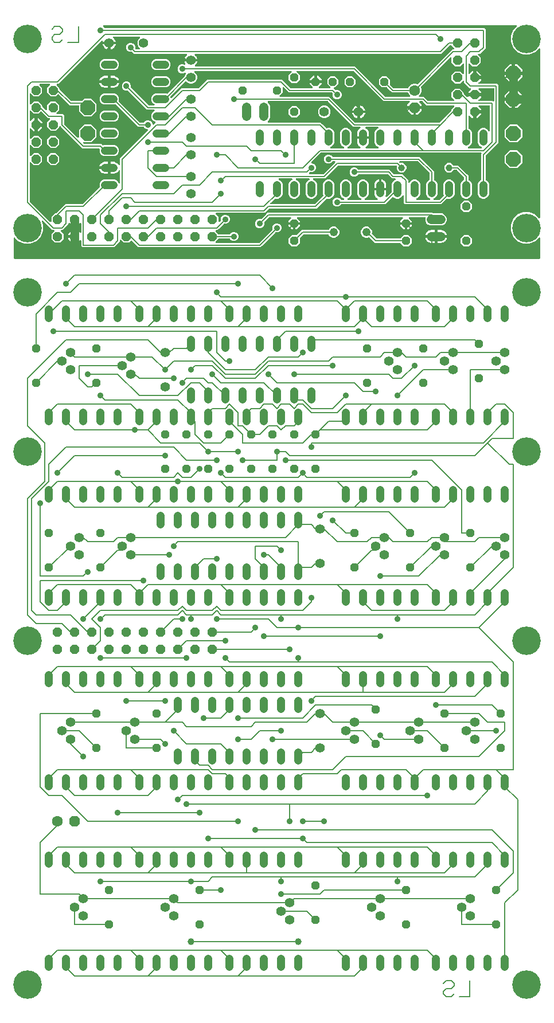
<source format=gbr>
G04 EAGLE Gerber RS-274X export*
G75*
%MOMM*%
%FSLAX34Y34*%
%LPD*%
%INBottom Copper*%
%IPPOS*%
%AMOC8*
5,1,8,0,0,1.08239X$1,22.5*%
G01*
%ADD10C,0.203200*%
%ADD11C,1.219200*%
%ADD12P,1.319650X8X112.500000*%
%ADD13C,1.219200*%
%ADD14C,1.371600*%
%ADD15P,1.484606X8X292.500000*%
%ADD16P,2.336880X8X22.500000*%
%ADD17C,1.397000*%
%ADD18C,1.422400*%
%ADD19P,1.319650X8X22.500000*%
%ADD20P,1.319650X8X202.500000*%
%ADD21P,1.319650X8X292.500000*%
%ADD22P,1.732040X8X292.500000*%
%ADD23C,1.600200*%
%ADD24P,1.484606X8X22.500000*%
%ADD25P,1.732040X8X22.500000*%
%ADD26P,2.336880X8X112.500000*%
%ADD27C,0.914400*%
%ADD28C,1.006400*%
%ADD29C,1.270000*%
%ADD30C,4.216000*%

G36*
X774818Y1097296D02*
X774818Y1097296D01*
X774937Y1097303D01*
X774975Y1097316D01*
X775016Y1097321D01*
X775126Y1097364D01*
X775239Y1097401D01*
X775274Y1097423D01*
X775311Y1097438D01*
X775407Y1097508D01*
X775508Y1097571D01*
X775536Y1097601D01*
X775569Y1097624D01*
X775645Y1097716D01*
X775726Y1097803D01*
X775746Y1097838D01*
X775771Y1097869D01*
X775822Y1097977D01*
X775880Y1098081D01*
X775890Y1098121D01*
X775907Y1098157D01*
X775929Y1098274D01*
X775959Y1098389D01*
X775963Y1098450D01*
X775967Y1098470D01*
X775965Y1098490D01*
X775969Y1098550D01*
X775969Y1127569D01*
X775952Y1127706D01*
X775939Y1127845D01*
X775932Y1127864D01*
X775929Y1127884D01*
X775878Y1128013D01*
X775831Y1128144D01*
X775820Y1128161D01*
X775812Y1128180D01*
X775731Y1128292D01*
X775653Y1128407D01*
X775637Y1128421D01*
X775626Y1128437D01*
X775518Y1128526D01*
X775414Y1128618D01*
X775396Y1128627D01*
X775381Y1128640D01*
X775255Y1128699D01*
X775131Y1128763D01*
X775111Y1128767D01*
X775093Y1128776D01*
X774957Y1128802D01*
X774821Y1128832D01*
X774800Y1128832D01*
X774781Y1128835D01*
X774642Y1128827D01*
X774503Y1128823D01*
X774483Y1128817D01*
X774463Y1128816D01*
X774331Y1128773D01*
X774197Y1128734D01*
X774180Y1128724D01*
X774161Y1128718D01*
X774043Y1128643D01*
X773923Y1128573D01*
X773902Y1128554D01*
X773892Y1128547D01*
X773878Y1128533D01*
X773803Y1128466D01*
X768742Y1123406D01*
X760247Y1119887D01*
X751053Y1119887D01*
X742558Y1123406D01*
X736056Y1129908D01*
X732537Y1138403D01*
X732537Y1147597D01*
X736056Y1156092D01*
X742558Y1162594D01*
X751053Y1166113D01*
X760247Y1166113D01*
X768742Y1162594D01*
X773803Y1157534D01*
X773912Y1157449D01*
X774019Y1157360D01*
X774038Y1157351D01*
X774054Y1157339D01*
X774182Y1157283D01*
X774307Y1157224D01*
X774327Y1157221D01*
X774346Y1157213D01*
X774484Y1157191D01*
X774620Y1157165D01*
X774640Y1157166D01*
X774660Y1157163D01*
X774799Y1157176D01*
X774937Y1157184D01*
X774956Y1157191D01*
X774976Y1157193D01*
X775108Y1157240D01*
X775239Y1157282D01*
X775257Y1157293D01*
X775276Y1157300D01*
X775391Y1157378D01*
X775508Y1157453D01*
X775522Y1157467D01*
X775539Y1157479D01*
X775631Y1157583D01*
X775726Y1157684D01*
X775736Y1157702D01*
X775749Y1157717D01*
X775813Y1157841D01*
X775880Y1157963D01*
X775885Y1157982D01*
X775894Y1158000D01*
X775924Y1158136D01*
X775959Y1158271D01*
X775961Y1158299D01*
X775964Y1158311D01*
X775963Y1158331D01*
X775969Y1158431D01*
X775969Y1406969D01*
X775952Y1407106D01*
X775939Y1407245D01*
X775932Y1407264D01*
X775929Y1407284D01*
X775878Y1407413D01*
X775831Y1407544D01*
X775820Y1407561D01*
X775812Y1407580D01*
X775731Y1407692D01*
X775653Y1407807D01*
X775637Y1407821D01*
X775626Y1407837D01*
X775518Y1407926D01*
X775414Y1408018D01*
X775396Y1408027D01*
X775381Y1408040D01*
X775255Y1408099D01*
X775131Y1408163D01*
X775111Y1408167D01*
X775093Y1408176D01*
X774957Y1408202D01*
X774821Y1408232D01*
X774800Y1408232D01*
X774781Y1408235D01*
X774642Y1408227D01*
X774503Y1408223D01*
X774483Y1408217D01*
X774463Y1408216D01*
X774331Y1408173D01*
X774197Y1408134D01*
X774180Y1408124D01*
X774161Y1408118D01*
X774043Y1408043D01*
X773923Y1407973D01*
X773902Y1407954D01*
X773892Y1407947D01*
X773878Y1407933D01*
X773803Y1407866D01*
X768742Y1402806D01*
X760247Y1399287D01*
X751053Y1399287D01*
X742558Y1402806D01*
X736056Y1409308D01*
X732537Y1417803D01*
X732537Y1426997D01*
X736056Y1435492D01*
X741116Y1440553D01*
X741201Y1440662D01*
X741290Y1440769D01*
X741299Y1440788D01*
X741311Y1440804D01*
X741367Y1440932D01*
X741426Y1441057D01*
X741429Y1441077D01*
X741437Y1441096D01*
X741459Y1441234D01*
X741485Y1441370D01*
X741484Y1441390D01*
X741487Y1441410D01*
X741474Y1441549D01*
X741466Y1441687D01*
X741459Y1441706D01*
X741457Y1441726D01*
X741410Y1441858D01*
X741368Y1441989D01*
X741357Y1442007D01*
X741350Y1442026D01*
X741272Y1442141D01*
X741197Y1442258D01*
X741183Y1442272D01*
X741171Y1442289D01*
X741067Y1442381D01*
X740966Y1442476D01*
X740948Y1442486D01*
X740933Y1442499D01*
X740809Y1442562D01*
X740687Y1442630D01*
X740668Y1442635D01*
X740650Y1442644D01*
X740514Y1442674D01*
X740379Y1442709D01*
X740351Y1442711D01*
X740339Y1442714D01*
X740319Y1442713D01*
X740219Y1442719D01*
X131785Y1442719D01*
X131648Y1442702D01*
X131509Y1442689D01*
X131490Y1442682D01*
X131470Y1442679D01*
X131341Y1442628D01*
X131210Y1442581D01*
X131193Y1442570D01*
X131174Y1442562D01*
X131062Y1442481D01*
X130947Y1442403D01*
X130933Y1442387D01*
X130917Y1442376D01*
X130828Y1442268D01*
X130736Y1442164D01*
X130727Y1442146D01*
X130714Y1442131D01*
X130655Y1442005D01*
X130592Y1441881D01*
X130587Y1441861D01*
X130579Y1441843D01*
X130553Y1441707D01*
X130522Y1441571D01*
X130523Y1441550D01*
X130519Y1441531D01*
X130527Y1441392D01*
X130532Y1441253D01*
X130537Y1441233D01*
X130539Y1441213D01*
X130581Y1441081D01*
X130620Y1440947D01*
X130630Y1440930D01*
X130637Y1440911D01*
X130711Y1440793D01*
X130782Y1440673D01*
X130800Y1440652D01*
X130807Y1440642D01*
X130822Y1440628D01*
X130888Y1440553D01*
X132626Y1438815D01*
X132655Y1438769D01*
X132719Y1438656D01*
X132740Y1438635D01*
X132755Y1438610D01*
X132850Y1438521D01*
X132940Y1438428D01*
X132966Y1438412D01*
X132987Y1438392D01*
X133101Y1438329D01*
X133212Y1438261D01*
X133240Y1438253D01*
X133266Y1438238D01*
X133391Y1438206D01*
X133515Y1438168D01*
X133545Y1438166D01*
X133573Y1438159D01*
X133734Y1438149D01*
X693413Y1438149D01*
X695199Y1436363D01*
X695199Y1408437D01*
X687063Y1400301D01*
X685436Y1400301D01*
X685299Y1400284D01*
X685160Y1400271D01*
X685141Y1400264D01*
X685121Y1400261D01*
X684992Y1400210D01*
X684861Y1400163D01*
X684844Y1400152D01*
X684825Y1400144D01*
X684713Y1400063D01*
X684598Y1399985D01*
X684584Y1399969D01*
X684568Y1399958D01*
X684479Y1399850D01*
X684387Y1399746D01*
X684378Y1399728D01*
X684365Y1399713D01*
X684306Y1399587D01*
X684242Y1399463D01*
X684238Y1399443D01*
X684229Y1399425D01*
X684203Y1399289D01*
X684173Y1399153D01*
X684173Y1399132D01*
X684170Y1399113D01*
X684178Y1398974D01*
X684182Y1398835D01*
X684188Y1398815D01*
X684189Y1398795D01*
X684232Y1398663D01*
X684271Y1398529D01*
X684281Y1398512D01*
X684287Y1398493D01*
X684362Y1398375D01*
X684432Y1398255D01*
X684451Y1398234D01*
X684458Y1398224D01*
X684473Y1398210D01*
X684539Y1398135D01*
X688341Y1394333D01*
X688341Y1386967D01*
X683133Y1381759D01*
X675767Y1381759D01*
X671965Y1385561D01*
X671856Y1385646D01*
X671749Y1385735D01*
X671730Y1385744D01*
X671714Y1385756D01*
X671586Y1385812D01*
X671461Y1385871D01*
X671441Y1385874D01*
X671422Y1385882D01*
X671284Y1385904D01*
X671148Y1385930D01*
X671128Y1385929D01*
X671108Y1385932D01*
X670969Y1385919D01*
X670831Y1385911D01*
X670812Y1385904D01*
X670792Y1385902D01*
X670660Y1385855D01*
X670529Y1385813D01*
X670511Y1385802D01*
X670492Y1385795D01*
X670377Y1385717D01*
X670260Y1385642D01*
X670246Y1385628D01*
X670229Y1385616D01*
X670137Y1385512D01*
X670042Y1385411D01*
X670032Y1385393D01*
X670019Y1385378D01*
X669955Y1385254D01*
X669888Y1385132D01*
X669883Y1385113D01*
X669874Y1385095D01*
X669844Y1384959D01*
X669809Y1384824D01*
X669807Y1384796D01*
X669804Y1384784D01*
X669805Y1384764D01*
X669799Y1384664D01*
X669799Y1371955D01*
X669816Y1371817D01*
X669829Y1371678D01*
X669836Y1371659D01*
X669839Y1371639D01*
X669890Y1371510D01*
X669937Y1371379D01*
X669948Y1371362D01*
X669956Y1371344D01*
X670037Y1371231D01*
X670115Y1371116D01*
X670131Y1371103D01*
X670142Y1371086D01*
X670250Y1370997D01*
X670354Y1370906D01*
X670372Y1370896D01*
X670387Y1370883D01*
X670513Y1370824D01*
X670637Y1370761D01*
X670657Y1370756D01*
X670675Y1370748D01*
X670811Y1370722D01*
X670947Y1370691D01*
X670968Y1370692D01*
X670987Y1370688D01*
X671126Y1370697D01*
X671265Y1370701D01*
X671285Y1370707D01*
X671305Y1370708D01*
X671437Y1370751D01*
X671571Y1370789D01*
X671588Y1370800D01*
X671607Y1370806D01*
X671725Y1370880D01*
X671845Y1370951D01*
X671866Y1370969D01*
X671876Y1370976D01*
X671890Y1370991D01*
X671965Y1371057D01*
X675557Y1374649D01*
X677165Y1374649D01*
X677165Y1366266D01*
X677180Y1366148D01*
X677187Y1366029D01*
X677199Y1365991D01*
X677205Y1365951D01*
X677248Y1365840D01*
X677285Y1365727D01*
X677307Y1365693D01*
X677322Y1365655D01*
X677391Y1365559D01*
X677455Y1365458D01*
X677485Y1365430D01*
X677508Y1365398D01*
X677600Y1365322D01*
X677687Y1365240D01*
X677722Y1365221D01*
X677753Y1365195D01*
X677861Y1365144D01*
X677965Y1365087D01*
X678005Y1365077D01*
X678041Y1365059D01*
X678158Y1365037D01*
X678273Y1365007D01*
X678333Y1365003D01*
X678353Y1365000D01*
X678374Y1365001D01*
X678434Y1364997D01*
X679197Y1364997D01*
X679197Y1364234D01*
X679212Y1364116D01*
X679219Y1363997D01*
X679232Y1363959D01*
X679237Y1363918D01*
X679281Y1363808D01*
X679317Y1363695D01*
X679339Y1363660D01*
X679354Y1363623D01*
X679424Y1363526D01*
X679487Y1363426D01*
X679517Y1363398D01*
X679541Y1363365D01*
X679632Y1363289D01*
X679719Y1363208D01*
X679754Y1363188D01*
X679786Y1363163D01*
X679893Y1363112D01*
X679998Y1363054D01*
X680037Y1363044D01*
X680073Y1363027D01*
X680190Y1363005D01*
X680306Y1362975D01*
X680366Y1362971D01*
X680386Y1362967D01*
X680406Y1362969D01*
X680466Y1362965D01*
X688849Y1362965D01*
X688849Y1361357D01*
X685257Y1357765D01*
X685172Y1357656D01*
X685083Y1357549D01*
X685075Y1357530D01*
X685062Y1357514D01*
X685007Y1357386D01*
X684948Y1357261D01*
X684944Y1357241D01*
X684936Y1357222D01*
X684914Y1357084D01*
X684888Y1356948D01*
X684889Y1356928D01*
X684886Y1356908D01*
X684899Y1356769D01*
X684908Y1356631D01*
X684914Y1356612D01*
X684916Y1356592D01*
X684963Y1356460D01*
X685006Y1356329D01*
X685017Y1356311D01*
X685024Y1356292D01*
X685102Y1356177D01*
X685176Y1356060D01*
X685191Y1356046D01*
X685202Y1356029D01*
X685306Y1355937D01*
X685408Y1355842D01*
X685425Y1355832D01*
X685441Y1355819D01*
X685565Y1355755D01*
X685686Y1355688D01*
X685706Y1355683D01*
X685724Y1355674D01*
X685860Y1355644D01*
X685994Y1355609D01*
X686022Y1355607D01*
X686034Y1355604D01*
X686055Y1355605D01*
X686155Y1355599D01*
X712463Y1355599D01*
X714249Y1353813D01*
X714249Y1268737D01*
X712091Y1266580D01*
X695570Y1250059D01*
X695510Y1249981D01*
X695442Y1249909D01*
X695413Y1249856D01*
X695376Y1249808D01*
X695336Y1249717D01*
X695288Y1249630D01*
X695273Y1249572D01*
X695249Y1249516D01*
X695234Y1249418D01*
X695209Y1249322D01*
X695203Y1249222D01*
X695199Y1249202D01*
X695201Y1249189D01*
X695199Y1249161D01*
X695199Y1214630D01*
X695202Y1214600D01*
X695200Y1214571D01*
X695222Y1214443D01*
X695239Y1214314D01*
X695249Y1214287D01*
X695254Y1214258D01*
X695308Y1214139D01*
X695356Y1214019D01*
X695373Y1213995D01*
X695385Y1213968D01*
X695466Y1213866D01*
X695542Y1213761D01*
X695565Y1213742D01*
X695584Y1213719D01*
X695687Y1213641D01*
X695787Y1213558D01*
X695814Y1213546D01*
X695838Y1213528D01*
X695982Y1213457D01*
X696755Y1213137D01*
X699041Y1210851D01*
X700279Y1207863D01*
X700279Y1192437D01*
X699041Y1189449D01*
X696755Y1187163D01*
X693767Y1185925D01*
X690533Y1185925D01*
X687545Y1187163D01*
X685259Y1189449D01*
X684021Y1192437D01*
X684021Y1207863D01*
X685259Y1210851D01*
X687545Y1213137D01*
X688318Y1213457D01*
X688343Y1213472D01*
X688371Y1213481D01*
X688481Y1213550D01*
X688594Y1213615D01*
X688615Y1213635D01*
X688640Y1213651D01*
X688729Y1213746D01*
X688822Y1213836D01*
X688838Y1213861D01*
X688858Y1213883D01*
X688921Y1213996D01*
X688989Y1214107D01*
X688997Y1214135D01*
X689012Y1214161D01*
X689044Y1214287D01*
X689082Y1214411D01*
X689084Y1214440D01*
X689091Y1214469D01*
X689101Y1214630D01*
X689101Y1252246D01*
X689147Y1252301D01*
X689156Y1252320D01*
X689168Y1252336D01*
X689223Y1252463D01*
X689282Y1252589D01*
X689286Y1252609D01*
X689294Y1252628D01*
X689316Y1252765D01*
X689342Y1252902D01*
X689341Y1252922D01*
X689344Y1252942D01*
X689331Y1253080D01*
X689322Y1253219D01*
X689316Y1253238D01*
X689314Y1253258D01*
X689267Y1253389D01*
X689224Y1253521D01*
X689214Y1253539D01*
X689207Y1253558D01*
X689129Y1253673D01*
X689054Y1253790D01*
X689039Y1253804D01*
X689028Y1253821D01*
X688924Y1253913D01*
X688823Y1254008D01*
X688805Y1254018D01*
X688790Y1254031D01*
X688666Y1254094D01*
X688544Y1254162D01*
X688525Y1254167D01*
X688507Y1254176D01*
X688371Y1254206D01*
X688236Y1254241D01*
X688208Y1254243D01*
X688196Y1254246D01*
X688176Y1254245D01*
X688075Y1254251D01*
X452639Y1254251D01*
X452540Y1254239D01*
X452441Y1254236D01*
X452383Y1254219D01*
X452323Y1254211D01*
X452231Y1254175D01*
X452136Y1254147D01*
X452084Y1254117D01*
X452027Y1254094D01*
X451947Y1254036D01*
X451862Y1253986D01*
X451787Y1253920D01*
X451770Y1253908D01*
X451762Y1253898D01*
X451741Y1253880D01*
X438533Y1240671D01*
X438448Y1240562D01*
X438359Y1240455D01*
X438351Y1240436D01*
X438338Y1240420D01*
X438283Y1240292D01*
X438224Y1240167D01*
X438220Y1240147D01*
X438212Y1240128D01*
X438190Y1239990D01*
X438164Y1239854D01*
X438165Y1239834D01*
X438162Y1239814D01*
X438175Y1239675D01*
X438184Y1239537D01*
X438190Y1239518D01*
X438192Y1239498D01*
X438239Y1239366D01*
X438282Y1239235D01*
X438292Y1239217D01*
X438299Y1239198D01*
X438377Y1239083D01*
X438452Y1238966D01*
X438467Y1238952D01*
X438478Y1238935D01*
X438582Y1238843D01*
X438683Y1238748D01*
X438701Y1238738D01*
X438716Y1238725D01*
X438840Y1238661D01*
X438962Y1238594D01*
X438981Y1238589D01*
X439000Y1238580D01*
X439135Y1238550D01*
X439270Y1238515D01*
X439298Y1238513D01*
X439310Y1238510D01*
X439330Y1238511D01*
X439431Y1238505D01*
X439464Y1238505D01*
X441891Y1237499D01*
X443749Y1235641D01*
X444755Y1233214D01*
X444755Y1230586D01*
X443749Y1228159D01*
X441891Y1226301D01*
X439464Y1225295D01*
X436799Y1225295D01*
X436746Y1225307D01*
X436620Y1225342D01*
X436591Y1225342D01*
X436562Y1225348D01*
X436433Y1225345D01*
X436302Y1225347D01*
X436274Y1225340D01*
X436244Y1225339D01*
X436120Y1225303D01*
X435993Y1225272D01*
X435967Y1225259D01*
X435939Y1225250D01*
X435827Y1225185D01*
X435712Y1225124D01*
X435690Y1225104D01*
X435665Y1225089D01*
X435544Y1224982D01*
X435221Y1224659D01*
X434977Y1224416D01*
X434892Y1224306D01*
X434803Y1224199D01*
X434794Y1224180D01*
X434782Y1224164D01*
X434727Y1224037D01*
X434668Y1223911D01*
X434664Y1223891D01*
X434656Y1223872D01*
X434634Y1223735D01*
X434608Y1223598D01*
X434609Y1223578D01*
X434606Y1223558D01*
X434619Y1223420D01*
X434628Y1223281D01*
X434634Y1223262D01*
X434636Y1223242D01*
X434683Y1223111D01*
X434726Y1222979D01*
X434736Y1222961D01*
X434743Y1222942D01*
X434821Y1222827D01*
X434896Y1222710D01*
X434911Y1222696D01*
X434922Y1222679D01*
X435026Y1222587D01*
X435127Y1222492D01*
X435145Y1222482D01*
X435160Y1222469D01*
X435284Y1222406D01*
X435406Y1222338D01*
X435425Y1222333D01*
X435443Y1222324D01*
X435579Y1222294D01*
X435714Y1222259D01*
X435742Y1222257D01*
X435754Y1222254D01*
X435774Y1222255D01*
X435875Y1222249D01*
X455411Y1222249D01*
X455510Y1222261D01*
X455609Y1222264D01*
X455667Y1222281D01*
X455727Y1222289D01*
X455819Y1222325D01*
X455914Y1222353D01*
X455966Y1222383D01*
X456023Y1222406D01*
X456103Y1222464D01*
X456188Y1222514D01*
X456263Y1222580D01*
X456280Y1222592D01*
X456288Y1222602D01*
X456309Y1222620D01*
X473073Y1239385D01*
X473158Y1239494D01*
X473247Y1239601D01*
X473255Y1239620D01*
X473268Y1239636D01*
X473323Y1239764D01*
X473382Y1239889D01*
X473386Y1239909D01*
X473394Y1239928D01*
X473416Y1240066D01*
X473442Y1240202D01*
X473441Y1240222D01*
X473444Y1240242D01*
X473431Y1240381D01*
X473422Y1240519D01*
X473416Y1240538D01*
X473414Y1240558D01*
X473367Y1240690D01*
X473324Y1240821D01*
X473314Y1240839D01*
X473307Y1240858D01*
X473229Y1240973D01*
X473154Y1241090D01*
X473139Y1241104D01*
X473128Y1241121D01*
X473024Y1241213D01*
X472923Y1241308D01*
X472905Y1241318D01*
X472890Y1241331D01*
X472766Y1241394D01*
X472644Y1241462D01*
X472625Y1241467D01*
X472606Y1241476D01*
X472471Y1241506D01*
X472336Y1241541D01*
X472308Y1241543D01*
X472296Y1241546D01*
X472276Y1241545D01*
X472175Y1241551D01*
X470284Y1241551D01*
X470255Y1241548D01*
X470225Y1241550D01*
X470097Y1241528D01*
X469969Y1241511D01*
X469941Y1241501D01*
X469912Y1241496D01*
X469794Y1241442D01*
X469673Y1241394D01*
X469649Y1241377D01*
X469622Y1241365D01*
X469520Y1241284D01*
X469416Y1241208D01*
X469397Y1241185D01*
X469374Y1241166D01*
X469296Y1241063D01*
X469213Y1240963D01*
X469200Y1240936D01*
X469182Y1240912D01*
X469163Y1240872D01*
X467291Y1239001D01*
X464864Y1237995D01*
X462236Y1237995D01*
X459809Y1239001D01*
X457951Y1240859D01*
X456945Y1243286D01*
X456945Y1245914D01*
X457951Y1248341D01*
X459809Y1250199D01*
X462236Y1251205D01*
X464864Y1251205D01*
X467291Y1250199D01*
X469176Y1248315D01*
X469205Y1248269D01*
X469269Y1248156D01*
X469290Y1248135D01*
X469305Y1248110D01*
X469400Y1248021D01*
X469490Y1247928D01*
X469516Y1247912D01*
X469537Y1247892D01*
X469651Y1247829D01*
X469762Y1247761D01*
X469790Y1247753D01*
X469816Y1247738D01*
X469941Y1247706D01*
X470065Y1247668D01*
X470095Y1247666D01*
X470123Y1247659D01*
X470284Y1247649D01*
X598163Y1247649D01*
X618999Y1226813D01*
X618999Y1214630D01*
X619002Y1214600D01*
X619000Y1214571D01*
X619022Y1214443D01*
X619039Y1214314D01*
X619049Y1214287D01*
X619054Y1214258D01*
X619108Y1214139D01*
X619156Y1214019D01*
X619173Y1213995D01*
X619185Y1213968D01*
X619266Y1213866D01*
X619342Y1213761D01*
X619365Y1213742D01*
X619384Y1213719D01*
X619487Y1213641D01*
X619587Y1213558D01*
X619614Y1213546D01*
X619638Y1213528D01*
X619782Y1213457D01*
X620555Y1213137D01*
X622841Y1210851D01*
X624079Y1207863D01*
X624079Y1192437D01*
X622841Y1189449D01*
X620555Y1187163D01*
X619173Y1186591D01*
X619112Y1186556D01*
X619048Y1186530D01*
X618975Y1186478D01*
X618897Y1186433D01*
X618847Y1186385D01*
X618790Y1186344D01*
X618733Y1186274D01*
X618669Y1186212D01*
X618632Y1186152D01*
X618588Y1186099D01*
X618549Y1186017D01*
X618502Y1185941D01*
X618482Y1185874D01*
X618452Y1185811D01*
X618435Y1185723D01*
X618409Y1185637D01*
X618405Y1185567D01*
X618392Y1185498D01*
X618398Y1185409D01*
X618393Y1185319D01*
X618408Y1185251D01*
X618412Y1185181D01*
X618440Y1185096D01*
X618458Y1185008D01*
X618488Y1184945D01*
X618510Y1184879D01*
X618558Y1184803D01*
X618598Y1184722D01*
X618643Y1184669D01*
X618680Y1184610D01*
X618746Y1184548D01*
X618804Y1184480D01*
X618861Y1184440D01*
X618912Y1184392D01*
X618990Y1184349D01*
X619064Y1184297D01*
X619129Y1184272D01*
X619190Y1184238D01*
X619277Y1184216D01*
X619361Y1184184D01*
X619431Y1184176D01*
X619498Y1184159D01*
X619659Y1184149D01*
X626861Y1184149D01*
X626960Y1184161D01*
X627059Y1184164D01*
X627117Y1184181D01*
X627177Y1184189D01*
X627269Y1184225D01*
X627364Y1184253D01*
X627416Y1184283D01*
X627473Y1184306D01*
X627553Y1184364D01*
X627638Y1184414D01*
X627713Y1184480D01*
X627730Y1184492D01*
X627738Y1184502D01*
X627759Y1184520D01*
X633340Y1190102D01*
X633359Y1190125D01*
X633381Y1190144D01*
X633456Y1190250D01*
X633535Y1190353D01*
X633547Y1190380D01*
X633564Y1190405D01*
X633610Y1190526D01*
X633662Y1190645D01*
X633666Y1190674D01*
X633677Y1190702D01*
X633691Y1190831D01*
X633712Y1190959D01*
X633709Y1190989D01*
X633712Y1191018D01*
X633694Y1191146D01*
X633682Y1191276D01*
X633672Y1191304D01*
X633668Y1191333D01*
X633616Y1191485D01*
X633221Y1192437D01*
X633221Y1207863D01*
X634459Y1210851D01*
X636745Y1213137D01*
X639733Y1214375D01*
X642967Y1214375D01*
X645955Y1213137D01*
X648241Y1210851D01*
X649479Y1207863D01*
X649479Y1192437D01*
X648241Y1189449D01*
X645955Y1187163D01*
X642967Y1185925D01*
X639733Y1185925D01*
X639140Y1186171D01*
X639112Y1186179D01*
X639086Y1186192D01*
X638959Y1186220D01*
X638834Y1186255D01*
X638804Y1186255D01*
X638775Y1186262D01*
X638646Y1186258D01*
X638516Y1186260D01*
X638487Y1186253D01*
X638457Y1186252D01*
X638333Y1186216D01*
X638206Y1186186D01*
X638180Y1186172D01*
X638152Y1186164D01*
X638040Y1186098D01*
X637925Y1186037D01*
X637903Y1186017D01*
X637878Y1186002D01*
X637757Y1185896D01*
X629913Y1178051D01*
X576587Y1178051D01*
X574801Y1179837D01*
X574801Y1189732D01*
X574793Y1189801D01*
X574794Y1189871D01*
X574773Y1189958D01*
X574761Y1190047D01*
X574736Y1190112D01*
X574719Y1190180D01*
X574677Y1190260D01*
X574644Y1190343D01*
X574603Y1190400D01*
X574571Y1190461D01*
X574510Y1190528D01*
X574458Y1190600D01*
X574404Y1190645D01*
X574357Y1190697D01*
X574282Y1190746D01*
X574213Y1190803D01*
X574149Y1190833D01*
X574091Y1190871D01*
X574006Y1190901D01*
X573925Y1190939D01*
X573856Y1190952D01*
X573790Y1190975D01*
X573701Y1190982D01*
X573613Y1190999D01*
X573543Y1190994D01*
X573473Y1191000D01*
X573385Y1190984D01*
X573295Y1190979D01*
X573229Y1190957D01*
X573160Y1190945D01*
X573078Y1190909D01*
X572993Y1190881D01*
X572934Y1190844D01*
X572870Y1190815D01*
X572800Y1190759D01*
X572724Y1190711D01*
X572676Y1190660D01*
X572622Y1190616D01*
X572568Y1190545D01*
X572506Y1190479D01*
X572472Y1190418D01*
X572430Y1190362D01*
X572359Y1190218D01*
X572041Y1189449D01*
X569755Y1187163D01*
X566767Y1185925D01*
X563533Y1185925D01*
X560545Y1187163D01*
X559407Y1188301D01*
X559327Y1188363D01*
X559263Y1188424D01*
X559247Y1188432D01*
X559224Y1188453D01*
X559188Y1188471D01*
X559156Y1188496D01*
X559047Y1188543D01*
X559035Y1188549D01*
X558984Y1188577D01*
X558976Y1188579D01*
X558941Y1188597D01*
X558901Y1188606D01*
X558864Y1188622D01*
X558746Y1188641D01*
X558631Y1188667D01*
X558590Y1188666D01*
X558550Y1188672D01*
X558432Y1188661D01*
X558313Y1188657D01*
X558274Y1188646D01*
X558234Y1188642D01*
X558193Y1188627D01*
X558189Y1188627D01*
X558163Y1188617D01*
X558121Y1188602D01*
X558007Y1188569D01*
X557972Y1188548D01*
X557934Y1188535D01*
X557905Y1188515D01*
X557893Y1188510D01*
X557830Y1188464D01*
X557733Y1188407D01*
X557688Y1188367D01*
X557671Y1188356D01*
X557658Y1188341D01*
X557648Y1188332D01*
X557635Y1188323D01*
X557630Y1188316D01*
X557612Y1188301D01*
X547363Y1178051D01*
X482984Y1178051D01*
X482955Y1178048D01*
X482925Y1178050D01*
X482797Y1178028D01*
X482669Y1178011D01*
X482641Y1178001D01*
X482612Y1177996D01*
X482494Y1177942D01*
X482373Y1177894D01*
X482349Y1177877D01*
X482322Y1177865D01*
X482220Y1177784D01*
X482116Y1177708D01*
X482097Y1177685D01*
X482074Y1177666D01*
X481996Y1177563D01*
X481913Y1177463D01*
X481900Y1177436D01*
X481882Y1177412D01*
X481863Y1177372D01*
X479991Y1175501D01*
X477564Y1174495D01*
X474936Y1174495D01*
X472509Y1175501D01*
X470651Y1177359D01*
X469645Y1179786D01*
X469645Y1182414D01*
X470651Y1184841D01*
X472509Y1186699D01*
X474936Y1187705D01*
X477564Y1187705D01*
X479991Y1186699D01*
X481876Y1184815D01*
X481905Y1184769D01*
X481969Y1184656D01*
X481990Y1184635D01*
X482005Y1184610D01*
X482100Y1184521D01*
X482190Y1184428D01*
X482216Y1184412D01*
X482237Y1184392D01*
X482351Y1184329D01*
X482462Y1184261D01*
X482490Y1184253D01*
X482516Y1184238D01*
X482641Y1184206D01*
X482765Y1184168D01*
X482795Y1184166D01*
X482823Y1184159D01*
X482984Y1184149D01*
X485241Y1184149D01*
X485310Y1184157D01*
X485380Y1184156D01*
X485468Y1184177D01*
X485557Y1184189D01*
X485622Y1184214D01*
X485689Y1184231D01*
X485769Y1184273D01*
X485852Y1184306D01*
X485909Y1184347D01*
X485971Y1184379D01*
X486037Y1184440D01*
X486110Y1184492D01*
X486154Y1184546D01*
X486206Y1184593D01*
X486255Y1184668D01*
X486312Y1184737D01*
X486342Y1184801D01*
X486381Y1184859D01*
X486410Y1184944D01*
X486448Y1185025D01*
X486461Y1185094D01*
X486484Y1185160D01*
X486491Y1185249D01*
X486508Y1185337D01*
X486503Y1185407D01*
X486509Y1185477D01*
X486494Y1185565D01*
X486488Y1185655D01*
X486467Y1185721D01*
X486455Y1185790D01*
X486418Y1185872D01*
X486390Y1185957D01*
X486353Y1186016D01*
X486324Y1186080D01*
X486268Y1186150D01*
X486220Y1186226D01*
X486169Y1186274D01*
X486125Y1186328D01*
X486054Y1186383D01*
X485988Y1186444D01*
X485927Y1186478D01*
X485871Y1186520D01*
X485727Y1186591D01*
X484345Y1187163D01*
X482059Y1189449D01*
X480821Y1192437D01*
X480821Y1207863D01*
X482059Y1210851D01*
X484345Y1213137D01*
X487333Y1214375D01*
X490567Y1214375D01*
X493555Y1213137D01*
X495841Y1210851D01*
X497079Y1207863D01*
X497079Y1192437D01*
X495841Y1189449D01*
X493555Y1187163D01*
X492173Y1186591D01*
X492112Y1186556D01*
X492048Y1186530D01*
X491975Y1186478D01*
X491897Y1186433D01*
X491847Y1186385D01*
X491790Y1186344D01*
X491733Y1186274D01*
X491669Y1186212D01*
X491632Y1186152D01*
X491588Y1186099D01*
X491549Y1186017D01*
X491502Y1185941D01*
X491482Y1185874D01*
X491452Y1185811D01*
X491435Y1185723D01*
X491409Y1185637D01*
X491405Y1185567D01*
X491392Y1185498D01*
X491398Y1185409D01*
X491393Y1185319D01*
X491408Y1185251D01*
X491412Y1185181D01*
X491440Y1185096D01*
X491458Y1185008D01*
X491488Y1184945D01*
X491510Y1184879D01*
X491558Y1184803D01*
X491598Y1184722D01*
X491643Y1184669D01*
X491680Y1184610D01*
X491746Y1184548D01*
X491804Y1184480D01*
X491861Y1184440D01*
X491912Y1184392D01*
X491990Y1184349D01*
X492064Y1184297D01*
X492129Y1184272D01*
X492190Y1184238D01*
X492277Y1184216D01*
X492361Y1184184D01*
X492431Y1184176D01*
X492498Y1184159D01*
X492659Y1184149D01*
X510641Y1184149D01*
X510710Y1184157D01*
X510780Y1184156D01*
X510868Y1184177D01*
X510957Y1184189D01*
X511022Y1184214D01*
X511089Y1184231D01*
X511169Y1184273D01*
X511252Y1184306D01*
X511309Y1184347D01*
X511371Y1184379D01*
X511437Y1184440D01*
X511510Y1184492D01*
X511554Y1184546D01*
X511606Y1184593D01*
X511655Y1184668D01*
X511712Y1184737D01*
X511742Y1184801D01*
X511781Y1184859D01*
X511810Y1184944D01*
X511848Y1185025D01*
X511861Y1185094D01*
X511884Y1185160D01*
X511891Y1185249D01*
X511908Y1185337D01*
X511903Y1185407D01*
X511909Y1185477D01*
X511894Y1185565D01*
X511888Y1185655D01*
X511867Y1185721D01*
X511855Y1185790D01*
X511818Y1185872D01*
X511790Y1185957D01*
X511753Y1186016D01*
X511724Y1186080D01*
X511668Y1186150D01*
X511620Y1186226D01*
X511569Y1186274D01*
X511525Y1186328D01*
X511454Y1186383D01*
X511388Y1186444D01*
X511327Y1186478D01*
X511271Y1186520D01*
X511127Y1186591D01*
X509745Y1187163D01*
X507459Y1189449D01*
X506221Y1192437D01*
X506221Y1207863D01*
X507459Y1210851D01*
X509745Y1213137D01*
X512733Y1214375D01*
X515967Y1214375D01*
X518955Y1213137D01*
X521241Y1210851D01*
X522479Y1207863D01*
X522479Y1192437D01*
X521241Y1189449D01*
X518955Y1187163D01*
X517573Y1186591D01*
X517512Y1186556D01*
X517448Y1186530D01*
X517375Y1186478D01*
X517297Y1186433D01*
X517247Y1186385D01*
X517190Y1186344D01*
X517133Y1186274D01*
X517069Y1186212D01*
X517032Y1186152D01*
X516988Y1186099D01*
X516949Y1186017D01*
X516902Y1185941D01*
X516882Y1185874D01*
X516852Y1185811D01*
X516835Y1185723D01*
X516809Y1185637D01*
X516805Y1185567D01*
X516792Y1185498D01*
X516798Y1185409D01*
X516793Y1185319D01*
X516808Y1185251D01*
X516812Y1185181D01*
X516840Y1185096D01*
X516858Y1185008D01*
X516888Y1184945D01*
X516910Y1184879D01*
X516958Y1184803D01*
X516998Y1184722D01*
X517043Y1184669D01*
X517080Y1184610D01*
X517146Y1184548D01*
X517204Y1184480D01*
X517261Y1184440D01*
X517312Y1184392D01*
X517390Y1184349D01*
X517464Y1184297D01*
X517529Y1184272D01*
X517590Y1184238D01*
X517677Y1184216D01*
X517761Y1184184D01*
X517831Y1184176D01*
X517898Y1184159D01*
X518059Y1184149D01*
X534844Y1184149D01*
X534948Y1184162D01*
X535052Y1184166D01*
X535105Y1184182D01*
X535160Y1184189D01*
X535257Y1184227D01*
X535357Y1184257D01*
X535404Y1184285D01*
X535456Y1184306D01*
X535540Y1184367D01*
X535630Y1184421D01*
X535668Y1184460D01*
X535713Y1184492D01*
X535780Y1184573D01*
X535853Y1184647D01*
X535881Y1184695D01*
X535916Y1184737D01*
X535960Y1184832D01*
X536013Y1184922D01*
X536028Y1184975D01*
X536051Y1185025D01*
X536071Y1185128D01*
X536099Y1185228D01*
X536101Y1185283D01*
X536111Y1185337D01*
X536105Y1185442D01*
X536107Y1185546D01*
X536095Y1185600D01*
X536091Y1185655D01*
X536059Y1185754D01*
X536036Y1185856D01*
X536010Y1185905D01*
X535993Y1185957D01*
X535937Y1186046D01*
X535889Y1186138D01*
X535853Y1186179D01*
X535823Y1186226D01*
X535747Y1186298D01*
X535677Y1186376D01*
X535607Y1186429D01*
X535592Y1186444D01*
X535578Y1186451D01*
X535550Y1186473D01*
X534244Y1187345D01*
X533041Y1188548D01*
X532096Y1189963D01*
X531445Y1191535D01*
X531113Y1193203D01*
X531113Y1198119D01*
X538988Y1198119D01*
X539106Y1198134D01*
X539225Y1198141D01*
X539263Y1198153D01*
X539303Y1198159D01*
X539414Y1198202D01*
X539527Y1198239D01*
X539561Y1198261D01*
X539599Y1198276D01*
X539695Y1198345D01*
X539747Y1198378D01*
X539765Y1198362D01*
X539800Y1198342D01*
X539832Y1198317D01*
X539939Y1198266D01*
X540044Y1198208D01*
X540083Y1198198D01*
X540119Y1198181D01*
X540236Y1198159D01*
X540352Y1198129D01*
X540412Y1198125D01*
X540432Y1198121D01*
X540452Y1198123D01*
X540512Y1198119D01*
X548387Y1198119D01*
X548387Y1193203D01*
X548055Y1191535D01*
X547549Y1190314D01*
X547531Y1190247D01*
X547503Y1190183D01*
X547489Y1190094D01*
X547465Y1190007D01*
X547464Y1189938D01*
X547453Y1189869D01*
X547462Y1189779D01*
X547460Y1189689D01*
X547477Y1189621D01*
X547483Y1189552D01*
X547513Y1189468D01*
X547534Y1189380D01*
X547567Y1189318D01*
X547591Y1189253D01*
X547641Y1189178D01*
X547683Y1189099D01*
X547730Y1189047D01*
X547769Y1188990D01*
X547837Y1188930D01*
X547897Y1188864D01*
X547955Y1188825D01*
X548008Y1188779D01*
X548088Y1188738D01*
X548163Y1188689D01*
X548229Y1188666D01*
X548291Y1188635D01*
X548378Y1188615D01*
X548464Y1188586D01*
X548533Y1188580D01*
X548601Y1188565D01*
X548691Y1188568D01*
X548781Y1188560D01*
X548849Y1188572D01*
X548919Y1188575D01*
X549005Y1188600D01*
X549094Y1188615D01*
X549158Y1188644D01*
X549225Y1188663D01*
X549302Y1188709D01*
X549384Y1188745D01*
X549438Y1188789D01*
X549499Y1188825D01*
X549619Y1188931D01*
X556650Y1195961D01*
X556710Y1196039D01*
X556778Y1196111D01*
X556807Y1196164D01*
X556844Y1196212D01*
X556884Y1196303D01*
X556932Y1196390D01*
X556947Y1196449D01*
X556971Y1196504D01*
X556986Y1196602D01*
X557011Y1196698D01*
X557017Y1196798D01*
X557021Y1196818D01*
X557019Y1196831D01*
X557021Y1196859D01*
X557021Y1207863D01*
X558259Y1210851D01*
X560545Y1213137D01*
X561927Y1213709D01*
X561988Y1213744D01*
X562052Y1213770D01*
X562125Y1213822D01*
X562203Y1213867D01*
X562253Y1213915D01*
X562310Y1213956D01*
X562367Y1214026D01*
X562431Y1214088D01*
X562468Y1214148D01*
X562512Y1214201D01*
X562551Y1214283D01*
X562598Y1214359D01*
X562618Y1214426D01*
X562648Y1214489D01*
X562665Y1214577D01*
X562691Y1214663D01*
X562695Y1214733D01*
X562708Y1214802D01*
X562702Y1214891D01*
X562707Y1214981D01*
X562692Y1215049D01*
X562688Y1215119D01*
X562660Y1215204D01*
X562642Y1215292D01*
X562612Y1215355D01*
X562590Y1215421D01*
X562542Y1215497D01*
X562502Y1215578D01*
X562457Y1215631D01*
X562420Y1215690D01*
X562354Y1215752D01*
X562296Y1215820D01*
X562239Y1215860D01*
X562188Y1215908D01*
X562110Y1215951D01*
X562036Y1216003D01*
X561971Y1216028D01*
X561910Y1216062D01*
X561823Y1216084D01*
X561739Y1216116D01*
X561669Y1216124D01*
X561602Y1216141D01*
X561441Y1216151D01*
X557537Y1216151D01*
X551559Y1222130D01*
X551481Y1222190D01*
X551409Y1222258D01*
X551356Y1222287D01*
X551308Y1222324D01*
X551217Y1222364D01*
X551130Y1222412D01*
X551071Y1222427D01*
X551016Y1222451D01*
X550918Y1222466D01*
X550822Y1222491D01*
X550722Y1222497D01*
X550702Y1222501D01*
X550689Y1222499D01*
X550661Y1222501D01*
X508384Y1222501D01*
X508355Y1222498D01*
X508325Y1222500D01*
X508197Y1222478D01*
X508069Y1222461D01*
X508041Y1222451D01*
X508012Y1222445D01*
X507893Y1222392D01*
X507773Y1222344D01*
X507749Y1222327D01*
X507722Y1222315D01*
X507621Y1222234D01*
X507516Y1222158D01*
X507497Y1222135D01*
X507474Y1222116D01*
X507396Y1222013D01*
X507313Y1221913D01*
X507300Y1221886D01*
X507282Y1221862D01*
X507263Y1221822D01*
X505391Y1219951D01*
X502964Y1218945D01*
X500336Y1218945D01*
X497909Y1219951D01*
X496051Y1221809D01*
X495045Y1224236D01*
X495045Y1226864D01*
X496051Y1229291D01*
X497909Y1231149D01*
X500336Y1232155D01*
X502964Y1232155D01*
X505391Y1231149D01*
X507275Y1229265D01*
X507305Y1229219D01*
X507369Y1229106D01*
X507390Y1229085D01*
X507405Y1229060D01*
X507500Y1228971D01*
X507590Y1228878D01*
X507615Y1228862D01*
X507637Y1228842D01*
X507751Y1228779D01*
X507861Y1228711D01*
X507890Y1228703D01*
X507916Y1228688D01*
X508041Y1228656D01*
X508165Y1228618D01*
X508195Y1228616D01*
X508223Y1228609D01*
X508384Y1228599D01*
X553713Y1228599D01*
X559691Y1222620D01*
X559769Y1222560D01*
X559841Y1222492D01*
X559894Y1222463D01*
X559942Y1222426D01*
X560033Y1222386D01*
X560120Y1222338D01*
X560179Y1222323D01*
X560234Y1222299D01*
X560332Y1222284D01*
X560428Y1222259D01*
X560528Y1222253D01*
X560548Y1222249D01*
X560561Y1222251D01*
X560589Y1222249D01*
X572763Y1222249D01*
X578741Y1216270D01*
X580899Y1214113D01*
X580899Y1210568D01*
X580907Y1210499D01*
X580906Y1210429D01*
X580927Y1210342D01*
X580939Y1210253D01*
X580964Y1210188D01*
X580981Y1210120D01*
X581023Y1210040D01*
X581056Y1209957D01*
X581097Y1209900D01*
X581129Y1209839D01*
X581190Y1209772D01*
X581242Y1209700D01*
X581296Y1209655D01*
X581343Y1209603D01*
X581418Y1209554D01*
X581487Y1209497D01*
X581551Y1209467D01*
X581609Y1209429D01*
X581694Y1209399D01*
X581775Y1209361D01*
X581844Y1209348D01*
X581910Y1209325D01*
X581999Y1209318D01*
X582087Y1209301D01*
X582157Y1209306D01*
X582227Y1209300D01*
X582315Y1209316D01*
X582405Y1209321D01*
X582471Y1209343D01*
X582540Y1209355D01*
X582622Y1209391D01*
X582707Y1209419D01*
X582766Y1209456D01*
X582830Y1209485D01*
X582900Y1209541D01*
X582976Y1209589D01*
X583024Y1209640D01*
X583078Y1209684D01*
X583132Y1209755D01*
X583194Y1209821D01*
X583228Y1209882D01*
X583270Y1209938D01*
X583341Y1210082D01*
X583659Y1210851D01*
X585945Y1213137D01*
X588933Y1214375D01*
X592167Y1214375D01*
X595155Y1213137D01*
X597441Y1210851D01*
X598679Y1207863D01*
X598679Y1192437D01*
X597441Y1189449D01*
X595155Y1187163D01*
X593773Y1186591D01*
X593712Y1186556D01*
X593648Y1186530D01*
X593575Y1186478D01*
X593497Y1186433D01*
X593447Y1186385D01*
X593390Y1186344D01*
X593333Y1186274D01*
X593269Y1186212D01*
X593232Y1186152D01*
X593188Y1186099D01*
X593149Y1186017D01*
X593102Y1185941D01*
X593082Y1185874D01*
X593052Y1185811D01*
X593035Y1185723D01*
X593009Y1185637D01*
X593005Y1185567D01*
X592992Y1185498D01*
X592998Y1185409D01*
X592993Y1185319D01*
X593008Y1185251D01*
X593012Y1185181D01*
X593040Y1185096D01*
X593058Y1185008D01*
X593088Y1184945D01*
X593110Y1184879D01*
X593158Y1184803D01*
X593198Y1184722D01*
X593243Y1184669D01*
X593280Y1184610D01*
X593346Y1184548D01*
X593404Y1184480D01*
X593461Y1184440D01*
X593512Y1184392D01*
X593590Y1184349D01*
X593664Y1184297D01*
X593729Y1184272D01*
X593790Y1184238D01*
X593877Y1184216D01*
X593961Y1184184D01*
X594031Y1184176D01*
X594098Y1184159D01*
X594259Y1184149D01*
X612241Y1184149D01*
X612310Y1184157D01*
X612380Y1184156D01*
X612468Y1184177D01*
X612557Y1184189D01*
X612622Y1184214D01*
X612689Y1184231D01*
X612769Y1184273D01*
X612852Y1184306D01*
X612909Y1184347D01*
X612971Y1184379D01*
X613037Y1184440D01*
X613110Y1184492D01*
X613154Y1184546D01*
X613206Y1184593D01*
X613255Y1184668D01*
X613312Y1184737D01*
X613342Y1184801D01*
X613381Y1184859D01*
X613410Y1184944D01*
X613448Y1185025D01*
X613461Y1185094D01*
X613484Y1185160D01*
X613491Y1185249D01*
X613508Y1185337D01*
X613503Y1185407D01*
X613509Y1185477D01*
X613494Y1185565D01*
X613488Y1185655D01*
X613467Y1185721D01*
X613455Y1185790D01*
X613418Y1185872D01*
X613390Y1185957D01*
X613353Y1186016D01*
X613324Y1186080D01*
X613268Y1186150D01*
X613220Y1186226D01*
X613169Y1186274D01*
X613125Y1186328D01*
X613054Y1186383D01*
X612988Y1186444D01*
X612927Y1186478D01*
X612871Y1186520D01*
X612727Y1186591D01*
X611345Y1187163D01*
X609059Y1189449D01*
X607821Y1192437D01*
X607821Y1207863D01*
X609059Y1210851D01*
X611345Y1213137D01*
X612118Y1213457D01*
X612143Y1213472D01*
X612171Y1213481D01*
X612281Y1213550D01*
X612394Y1213615D01*
X612415Y1213635D01*
X612440Y1213651D01*
X612529Y1213746D01*
X612622Y1213836D01*
X612638Y1213861D01*
X612658Y1213883D01*
X612721Y1213996D01*
X612789Y1214107D01*
X612797Y1214135D01*
X612812Y1214161D01*
X612844Y1214287D01*
X612882Y1214411D01*
X612884Y1214440D01*
X612891Y1214469D01*
X612901Y1214630D01*
X612901Y1223761D01*
X612889Y1223860D01*
X612886Y1223959D01*
X612869Y1224017D01*
X612861Y1224077D01*
X612825Y1224169D01*
X612797Y1224264D01*
X612767Y1224316D01*
X612744Y1224373D01*
X612686Y1224453D01*
X612636Y1224538D01*
X612570Y1224613D01*
X612558Y1224630D01*
X612548Y1224638D01*
X612530Y1224659D01*
X596009Y1241180D01*
X595931Y1241240D01*
X595859Y1241308D01*
X595806Y1241337D01*
X595758Y1241374D01*
X595667Y1241414D01*
X595580Y1241462D01*
X595521Y1241477D01*
X595466Y1241501D01*
X595368Y1241516D01*
X595272Y1241541D01*
X595172Y1241547D01*
X595152Y1241551D01*
X595139Y1241549D01*
X595111Y1241551D01*
X569225Y1241551D01*
X569087Y1241534D01*
X568948Y1241521D01*
X568929Y1241514D01*
X568909Y1241511D01*
X568780Y1241460D01*
X568649Y1241413D01*
X568632Y1241402D01*
X568613Y1241394D01*
X568501Y1241313D01*
X568386Y1241235D01*
X568372Y1241219D01*
X568356Y1241208D01*
X568267Y1241100D01*
X568175Y1240996D01*
X568166Y1240978D01*
X568153Y1240963D01*
X568094Y1240837D01*
X568031Y1240713D01*
X568026Y1240693D01*
X568018Y1240675D01*
X567992Y1240539D01*
X567961Y1240403D01*
X567962Y1240382D01*
X567958Y1240363D01*
X567966Y1240224D01*
X567971Y1240085D01*
X567976Y1240065D01*
X567978Y1240045D01*
X568020Y1239913D01*
X568059Y1239779D01*
X568069Y1239762D01*
X568076Y1239743D01*
X568150Y1239625D01*
X568221Y1239505D01*
X568239Y1239484D01*
X568246Y1239474D01*
X568261Y1239460D01*
X568327Y1239385D01*
X568542Y1239170D01*
X568565Y1239151D01*
X568584Y1239129D01*
X568690Y1239054D01*
X568793Y1238975D01*
X568820Y1238963D01*
X568844Y1238946D01*
X568966Y1238900D01*
X569085Y1238848D01*
X569114Y1238844D01*
X569142Y1238833D01*
X569271Y1238819D01*
X569399Y1238798D01*
X569429Y1238801D01*
X569458Y1238798D01*
X569586Y1238816D01*
X569716Y1238828D01*
X569744Y1238838D01*
X569773Y1238842D01*
X569925Y1238894D01*
X570095Y1238965D01*
X572905Y1238965D01*
X575502Y1237889D01*
X577489Y1235902D01*
X578565Y1233305D01*
X578565Y1230495D01*
X577489Y1227898D01*
X575502Y1225911D01*
X572905Y1224835D01*
X570095Y1224835D01*
X567498Y1225911D01*
X565511Y1227898D01*
X564435Y1230495D01*
X564435Y1233305D01*
X564494Y1233446D01*
X564507Y1233494D01*
X564528Y1233539D01*
X564549Y1233647D01*
X564578Y1233753D01*
X564578Y1233803D01*
X564588Y1233852D01*
X564581Y1233961D01*
X564583Y1234071D01*
X564571Y1234119D01*
X564568Y1234169D01*
X564534Y1234273D01*
X564509Y1234380D01*
X564485Y1234424D01*
X564470Y1234471D01*
X564411Y1234564D01*
X564360Y1234661D01*
X564326Y1234698D01*
X564300Y1234740D01*
X564220Y1234816D01*
X564146Y1234897D01*
X564104Y1234924D01*
X564068Y1234958D01*
X563972Y1235011D01*
X563880Y1235071D01*
X563833Y1235088D01*
X563790Y1235112D01*
X563683Y1235139D01*
X563579Y1235175D01*
X563530Y1235179D01*
X563482Y1235191D01*
X563321Y1235201D01*
X478039Y1235201D01*
X477940Y1235189D01*
X477841Y1235186D01*
X477783Y1235169D01*
X477723Y1235161D01*
X477631Y1235125D01*
X477536Y1235097D01*
X477484Y1235067D01*
X477427Y1235044D01*
X477347Y1234986D01*
X477262Y1234936D01*
X477187Y1234870D01*
X477170Y1234858D01*
X477162Y1234848D01*
X477141Y1234830D01*
X458463Y1216151D01*
X441859Y1216151D01*
X441790Y1216143D01*
X441720Y1216144D01*
X441632Y1216123D01*
X441543Y1216111D01*
X441478Y1216086D01*
X441411Y1216069D01*
X441331Y1216027D01*
X441248Y1215994D01*
X441191Y1215953D01*
X441129Y1215921D01*
X441063Y1215860D01*
X440990Y1215808D01*
X440946Y1215754D01*
X440894Y1215707D01*
X440845Y1215632D01*
X440788Y1215563D01*
X440758Y1215499D01*
X440719Y1215441D01*
X440690Y1215356D01*
X440652Y1215275D01*
X440639Y1215206D01*
X440616Y1215140D01*
X440609Y1215051D01*
X440592Y1214963D01*
X440597Y1214893D01*
X440591Y1214823D01*
X440606Y1214735D01*
X440612Y1214645D01*
X440633Y1214579D01*
X440645Y1214510D01*
X440682Y1214428D01*
X440710Y1214343D01*
X440747Y1214284D01*
X440776Y1214220D01*
X440832Y1214150D01*
X440880Y1214074D01*
X440931Y1214026D01*
X440975Y1213972D01*
X441046Y1213917D01*
X441112Y1213856D01*
X441173Y1213822D01*
X441229Y1213780D01*
X441373Y1213709D01*
X442755Y1213137D01*
X445041Y1210851D01*
X446279Y1207863D01*
X446279Y1192437D01*
X445041Y1189449D01*
X442755Y1187163D01*
X439767Y1185925D01*
X436533Y1185925D01*
X433545Y1187163D01*
X431259Y1189449D01*
X430021Y1192437D01*
X430021Y1207863D01*
X431259Y1210851D01*
X433545Y1213137D01*
X434927Y1213709D01*
X434988Y1213744D01*
X435052Y1213770D01*
X435125Y1213822D01*
X435203Y1213867D01*
X435253Y1213915D01*
X435310Y1213956D01*
X435367Y1214026D01*
X435431Y1214088D01*
X435468Y1214148D01*
X435512Y1214201D01*
X435551Y1214283D01*
X435598Y1214359D01*
X435618Y1214426D01*
X435648Y1214489D01*
X435665Y1214577D01*
X435691Y1214663D01*
X435695Y1214733D01*
X435708Y1214802D01*
X435702Y1214891D01*
X435707Y1214981D01*
X435692Y1215049D01*
X435688Y1215119D01*
X435660Y1215204D01*
X435642Y1215292D01*
X435612Y1215355D01*
X435590Y1215421D01*
X435542Y1215497D01*
X435502Y1215578D01*
X435457Y1215631D01*
X435420Y1215690D01*
X435354Y1215752D01*
X435296Y1215820D01*
X435239Y1215860D01*
X435188Y1215908D01*
X435110Y1215951D01*
X435036Y1216003D01*
X434971Y1216028D01*
X434910Y1216062D01*
X434823Y1216084D01*
X434739Y1216116D01*
X434669Y1216124D01*
X434602Y1216141D01*
X434441Y1216151D01*
X416459Y1216151D01*
X416390Y1216143D01*
X416320Y1216144D01*
X416232Y1216123D01*
X416143Y1216111D01*
X416078Y1216086D01*
X416011Y1216069D01*
X415931Y1216027D01*
X415848Y1215994D01*
X415791Y1215953D01*
X415730Y1215921D01*
X415663Y1215860D01*
X415590Y1215808D01*
X415546Y1215754D01*
X415494Y1215707D01*
X415445Y1215632D01*
X415388Y1215563D01*
X415358Y1215499D01*
X415319Y1215441D01*
X415290Y1215356D01*
X415252Y1215275D01*
X415239Y1215206D01*
X415216Y1215140D01*
X415209Y1215051D01*
X415192Y1214963D01*
X415197Y1214893D01*
X415191Y1214823D01*
X415206Y1214735D01*
X415212Y1214645D01*
X415233Y1214579D01*
X415245Y1214510D01*
X415282Y1214428D01*
X415310Y1214343D01*
X415347Y1214284D01*
X415376Y1214220D01*
X415432Y1214150D01*
X415480Y1214074D01*
X415531Y1214026D01*
X415575Y1213972D01*
X415646Y1213917D01*
X415712Y1213856D01*
X415773Y1213822D01*
X415829Y1213780D01*
X415973Y1213709D01*
X417355Y1213137D01*
X419641Y1210851D01*
X420879Y1207863D01*
X420879Y1192437D01*
X419641Y1189449D01*
X417355Y1187163D01*
X414367Y1185925D01*
X411133Y1185925D01*
X408145Y1187163D01*
X405859Y1189449D01*
X404621Y1192437D01*
X404621Y1207863D01*
X405859Y1210851D01*
X408145Y1213137D01*
X409527Y1213709D01*
X409587Y1213744D01*
X409652Y1213770D01*
X409725Y1213822D01*
X409803Y1213867D01*
X409853Y1213915D01*
X409910Y1213956D01*
X409967Y1214026D01*
X410031Y1214088D01*
X410068Y1214148D01*
X410112Y1214201D01*
X410151Y1214283D01*
X410198Y1214359D01*
X410218Y1214426D01*
X410248Y1214489D01*
X410265Y1214577D01*
X410291Y1214663D01*
X410295Y1214733D01*
X410308Y1214802D01*
X410302Y1214891D01*
X410306Y1214981D01*
X410292Y1215049D01*
X410288Y1215119D01*
X410260Y1215204D01*
X410242Y1215292D01*
X410211Y1215355D01*
X410190Y1215421D01*
X410142Y1215497D01*
X410102Y1215578D01*
X410057Y1215631D01*
X410020Y1215690D01*
X409954Y1215752D01*
X409896Y1215820D01*
X409839Y1215860D01*
X409788Y1215908D01*
X409710Y1215951D01*
X409636Y1216003D01*
X409571Y1216028D01*
X409510Y1216062D01*
X409423Y1216084D01*
X409339Y1216116D01*
X409269Y1216124D01*
X409202Y1216141D01*
X409041Y1216151D01*
X391059Y1216151D01*
X390990Y1216143D01*
X390920Y1216144D01*
X390832Y1216123D01*
X390743Y1216111D01*
X390678Y1216086D01*
X390611Y1216069D01*
X390531Y1216027D01*
X390448Y1215994D01*
X390391Y1215953D01*
X390330Y1215921D01*
X390263Y1215860D01*
X390190Y1215808D01*
X390146Y1215754D01*
X390094Y1215707D01*
X390045Y1215632D01*
X389988Y1215563D01*
X389958Y1215499D01*
X389919Y1215441D01*
X389890Y1215356D01*
X389852Y1215275D01*
X389839Y1215206D01*
X389816Y1215140D01*
X389809Y1215051D01*
X389792Y1214963D01*
X389797Y1214893D01*
X389791Y1214823D01*
X389806Y1214735D01*
X389812Y1214645D01*
X389833Y1214579D01*
X389845Y1214510D01*
X389882Y1214428D01*
X389910Y1214343D01*
X389947Y1214284D01*
X389976Y1214220D01*
X390032Y1214150D01*
X390080Y1214074D01*
X390131Y1214026D01*
X390175Y1213972D01*
X390246Y1213917D01*
X390312Y1213856D01*
X390373Y1213822D01*
X390429Y1213780D01*
X390573Y1213709D01*
X391955Y1213137D01*
X394241Y1210851D01*
X395479Y1207863D01*
X395479Y1192437D01*
X394241Y1189449D01*
X391955Y1187163D01*
X388967Y1185925D01*
X385733Y1185925D01*
X385140Y1186171D01*
X385112Y1186179D01*
X385086Y1186192D01*
X384959Y1186220D01*
X384834Y1186255D01*
X384804Y1186255D01*
X384775Y1186262D01*
X384646Y1186258D01*
X384516Y1186260D01*
X384487Y1186253D01*
X384457Y1186252D01*
X384333Y1186216D01*
X384206Y1186186D01*
X384180Y1186172D01*
X384152Y1186164D01*
X384040Y1186098D01*
X383925Y1186037D01*
X383903Y1186017D01*
X383878Y1186002D01*
X383757Y1185896D01*
X377827Y1179965D01*
X377742Y1179856D01*
X377653Y1179749D01*
X377645Y1179730D01*
X377632Y1179714D01*
X377577Y1179586D01*
X377518Y1179461D01*
X377514Y1179441D01*
X377506Y1179422D01*
X377484Y1179284D01*
X377458Y1179148D01*
X377459Y1179128D01*
X377456Y1179108D01*
X377469Y1178969D01*
X377478Y1178831D01*
X377484Y1178812D01*
X377486Y1178792D01*
X377533Y1178660D01*
X377576Y1178529D01*
X377586Y1178511D01*
X377593Y1178492D01*
X377671Y1178377D01*
X377746Y1178260D01*
X377761Y1178246D01*
X377772Y1178229D01*
X377876Y1178137D01*
X377977Y1178042D01*
X377995Y1178032D01*
X378010Y1178019D01*
X378134Y1177955D01*
X378256Y1177888D01*
X378275Y1177883D01*
X378294Y1177874D01*
X378429Y1177844D01*
X378564Y1177809D01*
X378592Y1177807D01*
X378604Y1177804D01*
X378624Y1177805D01*
X378725Y1177799D01*
X442711Y1177799D01*
X442810Y1177811D01*
X442909Y1177814D01*
X442967Y1177831D01*
X443027Y1177839D01*
X443119Y1177875D01*
X443214Y1177903D01*
X443266Y1177933D01*
X443323Y1177956D01*
X443403Y1178014D01*
X443488Y1178064D01*
X443563Y1178130D01*
X443580Y1178142D01*
X443588Y1178152D01*
X443609Y1178170D01*
X455540Y1190102D01*
X455559Y1190125D01*
X455581Y1190144D01*
X455656Y1190250D01*
X455735Y1190353D01*
X455747Y1190380D01*
X455764Y1190405D01*
X455810Y1190526D01*
X455862Y1190645D01*
X455866Y1190674D01*
X455877Y1190702D01*
X455891Y1190831D01*
X455912Y1190959D01*
X455909Y1190989D01*
X455912Y1191018D01*
X455894Y1191146D01*
X455882Y1191276D01*
X455872Y1191304D01*
X455868Y1191333D01*
X455816Y1191485D01*
X455421Y1192437D01*
X455421Y1207863D01*
X456659Y1210851D01*
X458945Y1213137D01*
X461933Y1214375D01*
X465167Y1214375D01*
X468155Y1213137D01*
X470441Y1210851D01*
X471679Y1207863D01*
X471679Y1192437D01*
X470441Y1189449D01*
X468155Y1187163D01*
X465167Y1185925D01*
X461933Y1185925D01*
X461340Y1186171D01*
X461312Y1186179D01*
X461286Y1186192D01*
X461159Y1186220D01*
X461034Y1186255D01*
X461004Y1186255D01*
X460975Y1186262D01*
X460846Y1186258D01*
X460716Y1186260D01*
X460687Y1186253D01*
X460657Y1186252D01*
X460533Y1186216D01*
X460406Y1186186D01*
X460380Y1186172D01*
X460352Y1186164D01*
X460240Y1186098D01*
X460125Y1186037D01*
X460104Y1186017D01*
X460078Y1186002D01*
X459957Y1185896D01*
X445763Y1171701D01*
X376439Y1171701D01*
X376340Y1171689D01*
X376241Y1171686D01*
X376183Y1171669D01*
X376123Y1171661D01*
X376031Y1171625D01*
X375936Y1171597D01*
X375884Y1171567D01*
X375827Y1171544D01*
X375747Y1171486D01*
X375662Y1171436D01*
X375587Y1171370D01*
X375570Y1171358D01*
X375562Y1171348D01*
X375541Y1171330D01*
X369563Y1165351D01*
X298086Y1165351D01*
X297949Y1165334D01*
X297810Y1165321D01*
X297791Y1165314D01*
X297771Y1165311D01*
X297642Y1165260D01*
X297511Y1165213D01*
X297494Y1165202D01*
X297475Y1165194D01*
X297363Y1165113D01*
X297248Y1165035D01*
X297234Y1165019D01*
X297218Y1165008D01*
X297129Y1164900D01*
X297037Y1164796D01*
X297028Y1164778D01*
X297015Y1164763D01*
X296956Y1164637D01*
X296892Y1164513D01*
X296888Y1164493D01*
X296879Y1164475D01*
X296853Y1164339D01*
X296823Y1164203D01*
X296823Y1164182D01*
X296820Y1164163D01*
X296828Y1164024D01*
X296832Y1163885D01*
X296838Y1163865D01*
X296839Y1163845D01*
X296882Y1163713D01*
X296921Y1163579D01*
X296931Y1163562D01*
X296937Y1163543D01*
X297012Y1163424D01*
X297082Y1163305D01*
X297101Y1163284D01*
X297108Y1163274D01*
X297123Y1163260D01*
X297189Y1163185D01*
X300991Y1159383D01*
X300991Y1152917D01*
X301008Y1152779D01*
X301021Y1152640D01*
X301028Y1152621D01*
X301031Y1152601D01*
X301082Y1152472D01*
X301129Y1152341D01*
X301140Y1152324D01*
X301148Y1152305D01*
X301229Y1152193D01*
X301307Y1152078D01*
X301323Y1152064D01*
X301334Y1152048D01*
X301442Y1151959D01*
X301546Y1151867D01*
X301564Y1151858D01*
X301579Y1151845D01*
X301705Y1151786D01*
X301829Y1151723D01*
X301849Y1151718D01*
X301867Y1151710D01*
X302003Y1151684D01*
X302139Y1151653D01*
X302160Y1151654D01*
X302179Y1151650D01*
X302318Y1151658D01*
X302457Y1151663D01*
X302477Y1151668D01*
X302497Y1151670D01*
X302629Y1151712D01*
X302763Y1151751D01*
X302780Y1151761D01*
X302799Y1151768D01*
X302917Y1151842D01*
X303037Y1151913D01*
X303058Y1151931D01*
X303068Y1151938D01*
X303082Y1151953D01*
X303157Y1152019D01*
X304232Y1153094D01*
X304251Y1153117D01*
X304273Y1153136D01*
X304348Y1153242D01*
X304427Y1153345D01*
X304439Y1153372D01*
X304456Y1153397D01*
X304502Y1153518D01*
X304554Y1153637D01*
X304558Y1153666D01*
X304569Y1153694D01*
X304583Y1153823D01*
X304604Y1153951D01*
X304601Y1153981D01*
X304604Y1154010D01*
X304586Y1154138D01*
X304574Y1154268D01*
X304564Y1154296D01*
X304560Y1154325D01*
X304545Y1154367D01*
X304545Y1157014D01*
X305551Y1159441D01*
X307409Y1161299D01*
X309836Y1162305D01*
X312464Y1162305D01*
X314891Y1161299D01*
X316749Y1159441D01*
X317755Y1157014D01*
X317755Y1154386D01*
X316749Y1151959D01*
X314891Y1150101D01*
X312464Y1149095D01*
X309799Y1149095D01*
X309746Y1149107D01*
X309620Y1149142D01*
X309591Y1149142D01*
X309562Y1149148D01*
X309432Y1149145D01*
X309302Y1149147D01*
X309274Y1149140D01*
X309244Y1149139D01*
X309120Y1149103D01*
X308993Y1149072D01*
X308967Y1149059D01*
X308939Y1149050D01*
X308827Y1148985D01*
X308712Y1148924D01*
X308690Y1148904D01*
X308665Y1148889D01*
X308544Y1148782D01*
X301870Y1142109D01*
X299713Y1139951D01*
X298086Y1139951D01*
X297949Y1139934D01*
X297810Y1139921D01*
X297791Y1139914D01*
X297771Y1139911D01*
X297642Y1139860D01*
X297511Y1139813D01*
X297494Y1139802D01*
X297475Y1139794D01*
X297363Y1139713D01*
X297248Y1139635D01*
X297234Y1139619D01*
X297218Y1139608D01*
X297129Y1139500D01*
X297037Y1139396D01*
X297028Y1139378D01*
X297015Y1139363D01*
X296956Y1139237D01*
X296892Y1139113D01*
X296888Y1139093D01*
X296879Y1139075D01*
X296853Y1138939D01*
X296823Y1138803D01*
X296823Y1138782D01*
X296820Y1138763D01*
X296828Y1138624D01*
X296832Y1138485D01*
X296838Y1138465D01*
X296839Y1138445D01*
X296882Y1138313D01*
X296921Y1138179D01*
X296931Y1138162D01*
X296937Y1138143D01*
X297012Y1138024D01*
X297082Y1137905D01*
X297101Y1137884D01*
X297108Y1137874D01*
X297123Y1137860D01*
X297189Y1137785D01*
X301253Y1133720D01*
X301331Y1133660D01*
X301403Y1133592D01*
X301456Y1133563D01*
X301504Y1133526D01*
X301595Y1133486D01*
X301682Y1133438D01*
X301740Y1133423D01*
X301796Y1133399D01*
X301894Y1133384D01*
X301990Y1133359D01*
X302090Y1133353D01*
X302110Y1133349D01*
X302122Y1133351D01*
X302150Y1133349D01*
X317116Y1133349D01*
X317145Y1133352D01*
X317175Y1133350D01*
X317303Y1133372D01*
X317431Y1133389D01*
X317459Y1133399D01*
X317488Y1133405D01*
X317607Y1133458D01*
X317727Y1133506D01*
X317751Y1133523D01*
X317778Y1133535D01*
X317879Y1133616D01*
X317984Y1133692D01*
X318003Y1133715D01*
X318026Y1133734D01*
X318104Y1133837D01*
X318187Y1133937D01*
X318200Y1133964D01*
X318218Y1133988D01*
X318237Y1134028D01*
X320109Y1135899D01*
X322536Y1136905D01*
X325164Y1136905D01*
X327591Y1135899D01*
X329449Y1134041D01*
X330455Y1131614D01*
X330455Y1128986D01*
X329449Y1126559D01*
X327591Y1124701D01*
X325164Y1123695D01*
X322536Y1123695D01*
X320109Y1124701D01*
X318225Y1126585D01*
X318195Y1126631D01*
X318131Y1126744D01*
X318110Y1126765D01*
X318095Y1126790D01*
X318000Y1126879D01*
X317910Y1126972D01*
X317885Y1126988D01*
X317863Y1127008D01*
X317749Y1127071D01*
X317639Y1127139D01*
X317610Y1127147D01*
X317584Y1127162D01*
X317459Y1127194D01*
X317335Y1127232D01*
X317305Y1127234D01*
X317277Y1127241D01*
X317116Y1127251D01*
X302150Y1127251D01*
X302052Y1127239D01*
X301953Y1127236D01*
X301895Y1127219D01*
X301835Y1127211D01*
X301743Y1127175D01*
X301648Y1127147D01*
X301595Y1127117D01*
X301539Y1127094D01*
X301459Y1127036D01*
X301374Y1126986D01*
X301298Y1126920D01*
X301282Y1126908D01*
X301274Y1126898D01*
X301253Y1126880D01*
X297189Y1122815D01*
X297104Y1122706D01*
X297015Y1122599D01*
X297006Y1122580D01*
X296994Y1122564D01*
X296938Y1122436D01*
X296879Y1122311D01*
X296876Y1122291D01*
X296868Y1122272D01*
X296846Y1122134D01*
X296820Y1121998D01*
X296821Y1121978D01*
X296818Y1121958D01*
X296831Y1121819D01*
X296839Y1121681D01*
X296846Y1121662D01*
X296848Y1121642D01*
X296895Y1121510D01*
X296937Y1121379D01*
X296948Y1121361D01*
X296955Y1121342D01*
X297033Y1121227D01*
X297108Y1121110D01*
X297122Y1121096D01*
X297134Y1121079D01*
X297238Y1120987D01*
X297339Y1120892D01*
X297357Y1120882D01*
X297372Y1120869D01*
X297496Y1120805D01*
X297618Y1120738D01*
X297637Y1120733D01*
X297655Y1120724D01*
X297791Y1120694D01*
X297926Y1120659D01*
X297954Y1120657D01*
X297966Y1120654D01*
X297986Y1120655D01*
X298086Y1120649D01*
X360161Y1120649D01*
X360260Y1120661D01*
X360359Y1120664D01*
X360417Y1120681D01*
X360477Y1120689D01*
X360569Y1120725D01*
X360664Y1120753D01*
X360716Y1120783D01*
X360773Y1120806D01*
X360853Y1120864D01*
X360938Y1120914D01*
X361013Y1120980D01*
X361030Y1120992D01*
X361038Y1121002D01*
X361059Y1121020D01*
X380432Y1140394D01*
X380451Y1140417D01*
X380473Y1140436D01*
X380548Y1140542D01*
X380627Y1140645D01*
X380639Y1140672D01*
X380656Y1140697D01*
X380702Y1140818D01*
X380754Y1140937D01*
X380758Y1140966D01*
X380769Y1140994D01*
X380783Y1141123D01*
X380804Y1141251D01*
X380801Y1141281D01*
X380804Y1141310D01*
X380786Y1141438D01*
X380774Y1141568D01*
X380764Y1141596D01*
X380760Y1141625D01*
X380745Y1141667D01*
X380745Y1144314D01*
X381751Y1146741D01*
X383609Y1148599D01*
X386036Y1149605D01*
X388664Y1149605D01*
X391091Y1148599D01*
X392949Y1146741D01*
X393955Y1144314D01*
X393955Y1141686D01*
X392949Y1139259D01*
X391091Y1137401D01*
X388664Y1136395D01*
X385999Y1136395D01*
X385946Y1136407D01*
X385820Y1136442D01*
X385791Y1136442D01*
X385762Y1136448D01*
X385632Y1136445D01*
X385502Y1136447D01*
X385474Y1136440D01*
X385444Y1136439D01*
X385320Y1136403D01*
X385193Y1136372D01*
X385167Y1136359D01*
X385139Y1136350D01*
X385027Y1136284D01*
X384912Y1136224D01*
X384890Y1136204D01*
X384865Y1136189D01*
X384744Y1136082D01*
X365370Y1116709D01*
X363213Y1114551D01*
X182887Y1114551D01*
X173303Y1124135D01*
X173209Y1124208D01*
X173120Y1124287D01*
X173084Y1124305D01*
X173052Y1124330D01*
X172943Y1124377D01*
X172837Y1124431D01*
X172797Y1124440D01*
X172760Y1124456D01*
X172643Y1124475D01*
X172527Y1124501D01*
X172486Y1124500D01*
X172446Y1124506D01*
X172328Y1124495D01*
X172209Y1124491D01*
X172170Y1124480D01*
X172130Y1124476D01*
X172017Y1124436D01*
X171903Y1124403D01*
X171868Y1124382D01*
X171830Y1124369D01*
X171732Y1124302D01*
X171629Y1124241D01*
X171584Y1124202D01*
X171567Y1124190D01*
X171554Y1124175D01*
X171508Y1124135D01*
X168783Y1121409D01*
X161417Y1121409D01*
X157615Y1125211D01*
X157506Y1125296D01*
X157399Y1125385D01*
X157380Y1125394D01*
X157364Y1125406D01*
X157236Y1125462D01*
X157111Y1125521D01*
X157091Y1125524D01*
X157072Y1125532D01*
X156934Y1125554D01*
X156798Y1125580D01*
X156778Y1125579D01*
X156758Y1125582D01*
X156619Y1125569D01*
X156481Y1125561D01*
X156462Y1125554D01*
X156442Y1125552D01*
X156310Y1125505D01*
X156179Y1125463D01*
X156161Y1125452D01*
X156142Y1125445D01*
X156027Y1125367D01*
X155910Y1125292D01*
X155896Y1125278D01*
X155879Y1125266D01*
X155787Y1125162D01*
X155692Y1125061D01*
X155682Y1125043D01*
X155669Y1125028D01*
X155605Y1124904D01*
X155538Y1124782D01*
X155533Y1124763D01*
X155524Y1124745D01*
X155494Y1124609D01*
X155459Y1124474D01*
X155457Y1124446D01*
X155454Y1124434D01*
X155455Y1124414D01*
X155449Y1124314D01*
X155449Y1122687D01*
X147313Y1114551D01*
X100337Y1114551D01*
X98551Y1116337D01*
X98551Y1123595D01*
X98534Y1123733D01*
X98521Y1123872D01*
X98514Y1123891D01*
X98511Y1123911D01*
X98460Y1124040D01*
X98413Y1124171D01*
X98402Y1124188D01*
X98394Y1124206D01*
X98313Y1124319D01*
X98235Y1124434D01*
X98219Y1124447D01*
X98208Y1124464D01*
X98100Y1124553D01*
X97996Y1124644D01*
X97978Y1124654D01*
X97963Y1124667D01*
X97837Y1124726D01*
X97713Y1124789D01*
X97693Y1124794D01*
X97675Y1124802D01*
X97539Y1124828D01*
X97403Y1124859D01*
X97382Y1124858D01*
X97363Y1124862D01*
X97224Y1124853D01*
X97085Y1124849D01*
X97065Y1124843D01*
X97045Y1124842D01*
X96913Y1124799D01*
X96779Y1124761D01*
X96762Y1124750D01*
X96743Y1124744D01*
X96625Y1124670D01*
X96505Y1124599D01*
X96484Y1124581D01*
X96474Y1124574D01*
X96460Y1124559D01*
X96385Y1124493D01*
X92793Y1120901D01*
X91185Y1120901D01*
X91185Y1129284D01*
X91170Y1129402D01*
X91163Y1129521D01*
X91150Y1129559D01*
X91145Y1129599D01*
X91102Y1129710D01*
X91065Y1129823D01*
X91043Y1129857D01*
X91028Y1129895D01*
X90959Y1129991D01*
X90895Y1130092D01*
X90865Y1130120D01*
X90842Y1130152D01*
X90750Y1130228D01*
X90670Y1130303D01*
X90724Y1130337D01*
X90752Y1130367D01*
X90785Y1130391D01*
X90861Y1130482D01*
X90942Y1130569D01*
X90962Y1130604D01*
X90987Y1130636D01*
X91038Y1130743D01*
X91096Y1130848D01*
X91106Y1130887D01*
X91123Y1130923D01*
X91145Y1131040D01*
X91175Y1131156D01*
X91179Y1131216D01*
X91183Y1131236D01*
X91181Y1131256D01*
X91185Y1131316D01*
X91185Y1139699D01*
X92793Y1139699D01*
X96385Y1136107D01*
X96494Y1136022D01*
X96601Y1135933D01*
X96620Y1135925D01*
X96636Y1135912D01*
X96764Y1135857D01*
X96889Y1135798D01*
X96909Y1135794D01*
X96928Y1135786D01*
X97066Y1135764D01*
X97202Y1135738D01*
X97222Y1135739D01*
X97242Y1135736D01*
X97381Y1135749D01*
X97519Y1135758D01*
X97538Y1135764D01*
X97558Y1135766D01*
X97690Y1135813D01*
X97821Y1135856D01*
X97839Y1135867D01*
X97858Y1135874D01*
X97973Y1135952D01*
X98090Y1136026D01*
X98104Y1136041D01*
X98121Y1136052D01*
X98213Y1136156D01*
X98308Y1136258D01*
X98318Y1136275D01*
X98331Y1136291D01*
X98395Y1136415D01*
X98462Y1136536D01*
X98467Y1136556D01*
X98476Y1136574D01*
X98506Y1136710D01*
X98541Y1136844D01*
X98543Y1136872D01*
X98546Y1136884D01*
X98545Y1136905D01*
X98551Y1137005D01*
X98551Y1148995D01*
X98534Y1149133D01*
X98521Y1149272D01*
X98514Y1149291D01*
X98511Y1149311D01*
X98460Y1149440D01*
X98413Y1149571D01*
X98402Y1149588D01*
X98394Y1149606D01*
X98313Y1149719D01*
X98235Y1149834D01*
X98219Y1149847D01*
X98208Y1149864D01*
X98100Y1149953D01*
X97996Y1150044D01*
X97978Y1150054D01*
X97963Y1150067D01*
X97837Y1150126D01*
X97713Y1150189D01*
X97693Y1150194D01*
X97675Y1150202D01*
X97539Y1150228D01*
X97403Y1150259D01*
X97382Y1150258D01*
X97363Y1150262D01*
X97224Y1150253D01*
X97085Y1150249D01*
X97065Y1150243D01*
X97045Y1150242D01*
X96913Y1150199D01*
X96779Y1150161D01*
X96762Y1150150D01*
X96743Y1150144D01*
X96625Y1150070D01*
X96505Y1149999D01*
X96484Y1149981D01*
X96474Y1149974D01*
X96460Y1149959D01*
X96385Y1149893D01*
X92793Y1146301D01*
X91185Y1146301D01*
X91185Y1154684D01*
X91170Y1154802D01*
X91163Y1154921D01*
X91150Y1154959D01*
X91145Y1154999D01*
X91102Y1155110D01*
X91065Y1155223D01*
X91043Y1155257D01*
X91028Y1155295D01*
X90959Y1155391D01*
X90895Y1155492D01*
X90865Y1155520D01*
X90842Y1155552D01*
X90750Y1155628D01*
X90663Y1155710D01*
X90628Y1155729D01*
X90597Y1155755D01*
X90489Y1155806D01*
X90385Y1155863D01*
X90345Y1155873D01*
X90309Y1155891D01*
X90192Y1155913D01*
X90077Y1155943D01*
X90017Y1155947D01*
X89997Y1155950D01*
X89976Y1155949D01*
X89916Y1155953D01*
X87884Y1155953D01*
X87766Y1155938D01*
X87647Y1155931D01*
X87609Y1155918D01*
X87568Y1155913D01*
X87458Y1155869D01*
X87345Y1155833D01*
X87310Y1155811D01*
X87273Y1155796D01*
X87176Y1155726D01*
X87076Y1155663D01*
X87048Y1155633D01*
X87015Y1155609D01*
X86939Y1155518D01*
X86858Y1155431D01*
X86838Y1155396D01*
X86813Y1155364D01*
X86762Y1155257D01*
X86704Y1155152D01*
X86694Y1155113D01*
X86677Y1155077D01*
X86655Y1154960D01*
X86625Y1154844D01*
X86621Y1154784D01*
X86617Y1154764D01*
X86619Y1154744D01*
X86615Y1154684D01*
X86615Y1146301D01*
X85007Y1146301D01*
X81415Y1149893D01*
X81306Y1149978D01*
X81199Y1150067D01*
X81180Y1150075D01*
X81164Y1150088D01*
X81036Y1150143D01*
X80911Y1150202D01*
X80891Y1150206D01*
X80872Y1150214D01*
X80734Y1150236D01*
X80598Y1150262D01*
X80578Y1150261D01*
X80558Y1150264D01*
X80419Y1150251D01*
X80281Y1150242D01*
X80262Y1150236D01*
X80242Y1150234D01*
X80110Y1150187D01*
X79979Y1150144D01*
X79961Y1150133D01*
X79942Y1150126D01*
X79827Y1150048D01*
X79710Y1149974D01*
X79696Y1149959D01*
X79679Y1149948D01*
X79587Y1149844D01*
X79492Y1149742D01*
X79482Y1149725D01*
X79469Y1149709D01*
X79405Y1149585D01*
X79338Y1149464D01*
X79333Y1149444D01*
X79324Y1149426D01*
X79294Y1149290D01*
X79259Y1149156D01*
X79257Y1149128D01*
X79254Y1149116D01*
X79255Y1149095D01*
X79249Y1148995D01*
X79249Y1148087D01*
X71113Y1139951D01*
X69486Y1139951D01*
X69349Y1139934D01*
X69210Y1139921D01*
X69191Y1139914D01*
X69171Y1139911D01*
X69042Y1139860D01*
X68911Y1139813D01*
X68894Y1139802D01*
X68875Y1139794D01*
X68763Y1139713D01*
X68648Y1139635D01*
X68634Y1139619D01*
X68618Y1139608D01*
X68529Y1139500D01*
X68437Y1139396D01*
X68428Y1139378D01*
X68415Y1139363D01*
X68356Y1139237D01*
X68292Y1139113D01*
X68288Y1139093D01*
X68279Y1139075D01*
X68253Y1138939D01*
X68223Y1138803D01*
X68223Y1138782D01*
X68220Y1138763D01*
X68228Y1138624D01*
X68232Y1138485D01*
X68238Y1138465D01*
X68239Y1138445D01*
X68282Y1138313D01*
X68321Y1138179D01*
X68331Y1138162D01*
X68337Y1138143D01*
X68412Y1138024D01*
X68482Y1137905D01*
X68501Y1137884D01*
X68508Y1137874D01*
X68523Y1137860D01*
X68589Y1137785D01*
X72391Y1133983D01*
X72391Y1126617D01*
X67183Y1121409D01*
X59817Y1121409D01*
X54609Y1126617D01*
X54609Y1133983D01*
X58411Y1137785D01*
X58496Y1137894D01*
X58585Y1138001D01*
X58594Y1138020D01*
X58606Y1138036D01*
X58662Y1138164D01*
X58721Y1138289D01*
X58724Y1138309D01*
X58732Y1138328D01*
X58754Y1138465D01*
X58780Y1138602D01*
X58779Y1138622D01*
X58782Y1138642D01*
X58769Y1138780D01*
X58761Y1138919D01*
X58754Y1138938D01*
X58752Y1138958D01*
X58705Y1139090D01*
X58663Y1139221D01*
X58652Y1139239D01*
X58645Y1139258D01*
X58567Y1139373D01*
X58492Y1139490D01*
X58478Y1139504D01*
X58466Y1139521D01*
X58362Y1139613D01*
X58261Y1139708D01*
X58243Y1139718D01*
X58228Y1139731D01*
X58104Y1139795D01*
X57982Y1139862D01*
X57963Y1139867D01*
X57945Y1139876D01*
X57809Y1139906D01*
X57674Y1139941D01*
X57646Y1139943D01*
X57634Y1139946D01*
X57614Y1139945D01*
X57514Y1139951D01*
X55887Y1139951D01*
X42377Y1153462D01*
X42321Y1153505D01*
X42273Y1153555D01*
X42196Y1153602D01*
X42125Y1153657D01*
X42061Y1153684D01*
X42002Y1153721D01*
X41916Y1153747D01*
X41834Y1153783D01*
X41765Y1153794D01*
X41698Y1153814D01*
X41608Y1153819D01*
X41519Y1153833D01*
X41450Y1153826D01*
X41380Y1153830D01*
X41293Y1153811D01*
X41203Y1153803D01*
X41137Y1153779D01*
X41069Y1153765D01*
X40988Y1153726D01*
X40904Y1153695D01*
X40846Y1153656D01*
X40783Y1153626D01*
X40715Y1153567D01*
X40640Y1153517D01*
X40594Y1153465D01*
X40541Y1153419D01*
X40489Y1153346D01*
X40430Y1153278D01*
X40398Y1153216D01*
X40358Y1153159D01*
X40326Y1153075D01*
X40285Y1152995D01*
X40270Y1152927D01*
X40245Y1152862D01*
X40235Y1152772D01*
X40216Y1152685D01*
X40218Y1152615D01*
X40210Y1152546D01*
X40223Y1152457D01*
X40225Y1152367D01*
X40245Y1152300D01*
X40255Y1152231D01*
X40307Y1152079D01*
X42163Y1147597D01*
X42163Y1138403D01*
X38644Y1129908D01*
X32142Y1123406D01*
X23647Y1119887D01*
X14453Y1119887D01*
X5958Y1123406D01*
X898Y1128466D01*
X788Y1128551D01*
X681Y1128640D01*
X662Y1128649D01*
X646Y1128661D01*
X518Y1128717D01*
X393Y1128776D01*
X373Y1128779D01*
X354Y1128787D01*
X216Y1128809D01*
X81Y1128835D01*
X60Y1128834D01*
X40Y1128837D01*
X-99Y1128824D01*
X-237Y1128816D01*
X-256Y1128809D01*
X-276Y1128807D01*
X-408Y1128760D01*
X-539Y1128718D01*
X-557Y1128707D01*
X-576Y1128700D01*
X-691Y1128622D01*
X-808Y1128547D01*
X-822Y1128533D01*
X-839Y1128521D01*
X-931Y1128417D01*
X-1026Y1128316D01*
X-1036Y1128298D01*
X-1049Y1128283D01*
X-1113Y1128159D01*
X-1180Y1128037D01*
X-1185Y1128018D01*
X-1194Y1128000D01*
X-1224Y1127864D01*
X-1259Y1127729D01*
X-1261Y1127701D01*
X-1264Y1127689D01*
X-1263Y1127669D01*
X-1269Y1127569D01*
X-1269Y1098550D01*
X-1254Y1098432D01*
X-1247Y1098313D01*
X-1234Y1098275D01*
X-1229Y1098234D01*
X-1186Y1098124D01*
X-1149Y1098011D01*
X-1127Y1097976D01*
X-1112Y1097939D01*
X-1043Y1097843D01*
X-979Y1097742D01*
X-949Y1097714D01*
X-926Y1097681D01*
X-834Y1097606D01*
X-747Y1097524D01*
X-712Y1097504D01*
X-681Y1097479D01*
X-573Y1097428D01*
X-469Y1097370D01*
X-429Y1097360D01*
X-393Y1097343D01*
X-276Y1097321D01*
X-161Y1097291D01*
X-101Y1097287D01*
X-81Y1097283D01*
X-60Y1097285D01*
X0Y1097281D01*
X774700Y1097281D01*
X774818Y1097296D01*
G37*
G36*
X53439Y1151661D02*
X53439Y1151661D01*
X53577Y1151670D01*
X53596Y1151676D01*
X53616Y1151678D01*
X53748Y1151725D01*
X53879Y1151768D01*
X53897Y1151778D01*
X53916Y1151785D01*
X54031Y1151863D01*
X54148Y1151938D01*
X54162Y1151953D01*
X54179Y1151964D01*
X54271Y1152068D01*
X54366Y1152169D01*
X54376Y1152187D01*
X54389Y1152202D01*
X54453Y1152326D01*
X54520Y1152448D01*
X54525Y1152467D01*
X54534Y1152486D01*
X54564Y1152621D01*
X54599Y1152756D01*
X54601Y1152784D01*
X54604Y1152796D01*
X54603Y1152816D01*
X54609Y1152917D01*
X54609Y1159383D01*
X59817Y1164591D01*
X61203Y1164591D01*
X61302Y1164603D01*
X61401Y1164606D01*
X61459Y1164623D01*
X61519Y1164631D01*
X61611Y1164667D01*
X61706Y1164695D01*
X61758Y1164725D01*
X61815Y1164748D01*
X61895Y1164806D01*
X61980Y1164856D01*
X62055Y1164922D01*
X62072Y1164934D01*
X62080Y1164944D01*
X62101Y1164963D01*
X62609Y1165470D01*
X74937Y1177799D01*
X99811Y1177799D01*
X99910Y1177811D01*
X100009Y1177814D01*
X100067Y1177831D01*
X100127Y1177839D01*
X100219Y1177875D01*
X100314Y1177903D01*
X100366Y1177933D01*
X100423Y1177956D01*
X100503Y1178014D01*
X100588Y1178064D01*
X100663Y1178130D01*
X100680Y1178142D01*
X100688Y1178152D01*
X100709Y1178170D01*
X125446Y1202907D01*
X125464Y1202931D01*
X125486Y1202950D01*
X125561Y1203056D01*
X125641Y1203158D01*
X125652Y1203186D01*
X125669Y1203210D01*
X125715Y1203331D01*
X125767Y1203450D01*
X125772Y1203479D01*
X125782Y1203507D01*
X125796Y1203636D01*
X125817Y1203764D01*
X125814Y1203794D01*
X125817Y1203823D01*
X125799Y1203952D01*
X125787Y1204081D01*
X125777Y1204109D01*
X125773Y1204138D01*
X125721Y1204290D01*
X125475Y1204883D01*
X125475Y1208117D01*
X126713Y1211105D01*
X128999Y1213391D01*
X131987Y1214629D01*
X147413Y1214629D01*
X150401Y1213391D01*
X152687Y1211105D01*
X153259Y1209723D01*
X153267Y1209710D01*
X153269Y1209705D01*
X153283Y1209682D01*
X153294Y1209662D01*
X153320Y1209598D01*
X153372Y1209525D01*
X153417Y1209447D01*
X153465Y1209397D01*
X153506Y1209340D01*
X153576Y1209283D01*
X153638Y1209219D01*
X153698Y1209182D01*
X153751Y1209138D01*
X153833Y1209099D01*
X153909Y1209052D01*
X153976Y1209032D01*
X154039Y1209002D01*
X154127Y1208985D01*
X154213Y1208959D01*
X154283Y1208955D01*
X154352Y1208942D01*
X154441Y1208948D01*
X154531Y1208943D01*
X154599Y1208958D01*
X154669Y1208962D01*
X154754Y1208990D01*
X154842Y1209008D01*
X154905Y1209038D01*
X154971Y1209060D01*
X155047Y1209108D01*
X155128Y1209148D01*
X155181Y1209193D01*
X155240Y1209230D01*
X155302Y1209296D01*
X155370Y1209354D01*
X155410Y1209411D01*
X155458Y1209462D01*
X155501Y1209540D01*
X155553Y1209614D01*
X155578Y1209679D01*
X155612Y1209740D01*
X155634Y1209827D01*
X155666Y1209911D01*
X155674Y1209981D01*
X155691Y1210048D01*
X155698Y1210161D01*
X155699Y1210164D01*
X155699Y1210166D01*
X155701Y1210209D01*
X155701Y1226994D01*
X155688Y1227098D01*
X155684Y1227202D01*
X155668Y1227255D01*
X155661Y1227310D01*
X155623Y1227407D01*
X155593Y1227507D01*
X155565Y1227554D01*
X155544Y1227606D01*
X155483Y1227690D01*
X155429Y1227780D01*
X155390Y1227818D01*
X155358Y1227863D01*
X155277Y1227930D01*
X155203Y1228003D01*
X155155Y1228031D01*
X155113Y1228066D01*
X155018Y1228110D01*
X154928Y1228163D01*
X154875Y1228178D01*
X154825Y1228201D01*
X154722Y1228221D01*
X154622Y1228249D01*
X154567Y1228251D01*
X154513Y1228261D01*
X154408Y1228255D01*
X154304Y1228257D01*
X154250Y1228245D01*
X154195Y1228241D01*
X154096Y1228209D01*
X153994Y1228186D01*
X153945Y1228160D01*
X153893Y1228143D01*
X153804Y1228087D01*
X153712Y1228039D01*
X153671Y1228003D01*
X153624Y1227973D01*
X153552Y1227897D01*
X153474Y1227827D01*
X153421Y1227757D01*
X153406Y1227742D01*
X153399Y1227728D01*
X153377Y1227700D01*
X152505Y1226394D01*
X151302Y1225191D01*
X149887Y1224246D01*
X148315Y1223595D01*
X146647Y1223263D01*
X141731Y1223263D01*
X141731Y1231138D01*
X141716Y1231256D01*
X141709Y1231375D01*
X141696Y1231413D01*
X141691Y1231453D01*
X141648Y1231564D01*
X141611Y1231677D01*
X141589Y1231711D01*
X141574Y1231749D01*
X141505Y1231845D01*
X141471Y1231897D01*
X141488Y1231915D01*
X141508Y1231950D01*
X141533Y1231982D01*
X141584Y1232089D01*
X141642Y1232194D01*
X141652Y1232233D01*
X141669Y1232269D01*
X141691Y1232386D01*
X141721Y1232502D01*
X141725Y1232562D01*
X141729Y1232582D01*
X141727Y1232602D01*
X141731Y1232662D01*
X141731Y1240537D01*
X146647Y1240537D01*
X148315Y1240205D01*
X149887Y1239554D01*
X151302Y1238609D01*
X152505Y1237406D01*
X153377Y1236100D01*
X153445Y1236021D01*
X153506Y1235937D01*
X153549Y1235902D01*
X153585Y1235860D01*
X153671Y1235801D01*
X153751Y1235734D01*
X153801Y1235711D01*
X153847Y1235679D01*
X153945Y1235643D01*
X154039Y1235599D01*
X154093Y1235588D01*
X154145Y1235569D01*
X154249Y1235559D01*
X154352Y1235539D01*
X154407Y1235542D01*
X154461Y1235537D01*
X154565Y1235552D01*
X154669Y1235559D01*
X154721Y1235576D01*
X154776Y1235584D01*
X154872Y1235624D01*
X154971Y1235657D01*
X155018Y1235686D01*
X155069Y1235708D01*
X155152Y1235771D01*
X155240Y1235827D01*
X155278Y1235867D01*
X155322Y1235900D01*
X155387Y1235982D01*
X155458Y1236058D01*
X155485Y1236107D01*
X155519Y1236150D01*
X155561Y1236246D01*
X155612Y1236337D01*
X155625Y1236390D01*
X155648Y1236441D01*
X155665Y1236544D01*
X155691Y1236645D01*
X155697Y1236733D01*
X155700Y1236754D01*
X155699Y1236769D01*
X155701Y1236806D01*
X155701Y1245863D01*
X157859Y1248020D01*
X196467Y1286629D01*
X196552Y1286738D01*
X196641Y1286845D01*
X196649Y1286864D01*
X196662Y1286880D01*
X196717Y1287008D01*
X196776Y1287133D01*
X196780Y1287153D01*
X196788Y1287172D01*
X196810Y1287309D01*
X196836Y1287446D01*
X196835Y1287466D01*
X196838Y1287486D01*
X196825Y1287624D01*
X196816Y1287763D01*
X196810Y1287782D01*
X196808Y1287802D01*
X196761Y1287934D01*
X196718Y1288065D01*
X196708Y1288083D01*
X196701Y1288102D01*
X196623Y1288217D01*
X196548Y1288334D01*
X196533Y1288348D01*
X196522Y1288365D01*
X196418Y1288457D01*
X196317Y1288552D01*
X196299Y1288562D01*
X196284Y1288575D01*
X196160Y1288638D01*
X196038Y1288706D01*
X196019Y1288711D01*
X196000Y1288720D01*
X195865Y1288750D01*
X195730Y1288785D01*
X195702Y1288787D01*
X195690Y1288790D01*
X195670Y1288789D01*
X195569Y1288795D01*
X195536Y1288795D01*
X193109Y1289801D01*
X191224Y1291685D01*
X191195Y1291731D01*
X191131Y1291844D01*
X191110Y1291865D01*
X191095Y1291890D01*
X191000Y1291979D01*
X190910Y1292072D01*
X190884Y1292088D01*
X190863Y1292108D01*
X190749Y1292171D01*
X190638Y1292239D01*
X190610Y1292247D01*
X190584Y1292262D01*
X190459Y1292294D01*
X190335Y1292332D01*
X190305Y1292334D01*
X190277Y1292341D01*
X190116Y1292351D01*
X182887Y1292351D01*
X180730Y1294509D01*
X149748Y1325490D01*
X149725Y1325508D01*
X149706Y1325531D01*
X149599Y1325606D01*
X149497Y1325685D01*
X149470Y1325697D01*
X149446Y1325714D01*
X149324Y1325760D01*
X149205Y1325812D01*
X149176Y1325816D01*
X149148Y1325827D01*
X149019Y1325841D01*
X148891Y1325862D01*
X148861Y1325859D01*
X148832Y1325862D01*
X148704Y1325844D01*
X148574Y1325832D01*
X148546Y1325822D01*
X148517Y1325818D01*
X148365Y1325766D01*
X147413Y1325371D01*
X131987Y1325371D01*
X128999Y1326609D01*
X126713Y1328895D01*
X125475Y1331883D01*
X125475Y1335117D01*
X126713Y1338105D01*
X128999Y1340391D01*
X131987Y1341629D01*
X147413Y1341629D01*
X150401Y1340391D01*
X152687Y1338105D01*
X153925Y1335117D01*
X153925Y1331883D01*
X153679Y1331290D01*
X153671Y1331262D01*
X153658Y1331236D01*
X153655Y1331220D01*
X153652Y1331216D01*
X153646Y1331182D01*
X153630Y1331109D01*
X153595Y1330984D01*
X153595Y1330954D01*
X153588Y1330925D01*
X153592Y1330796D01*
X153590Y1330666D01*
X153597Y1330637D01*
X153598Y1330607D01*
X153634Y1330483D01*
X153664Y1330356D01*
X153678Y1330330D01*
X153686Y1330302D01*
X153752Y1330190D01*
X153813Y1330075D01*
X153833Y1330053D01*
X153848Y1330028D01*
X153954Y1329907D01*
X185041Y1298820D01*
X185119Y1298760D01*
X185191Y1298692D01*
X185244Y1298663D01*
X185292Y1298626D01*
X185383Y1298586D01*
X185470Y1298538D01*
X185529Y1298523D01*
X185584Y1298499D01*
X185682Y1298484D01*
X185778Y1298459D01*
X185878Y1298453D01*
X185898Y1298449D01*
X185911Y1298451D01*
X185939Y1298449D01*
X190116Y1298449D01*
X190145Y1298452D01*
X190175Y1298450D01*
X190303Y1298472D01*
X190431Y1298489D01*
X190459Y1298499D01*
X190488Y1298504D01*
X190606Y1298558D01*
X190727Y1298606D01*
X190751Y1298623D01*
X190778Y1298635D01*
X190880Y1298716D01*
X190984Y1298792D01*
X191003Y1298815D01*
X191026Y1298834D01*
X191104Y1298937D01*
X191187Y1299037D01*
X191200Y1299064D01*
X191218Y1299088D01*
X191237Y1299128D01*
X193109Y1300999D01*
X195536Y1302005D01*
X198164Y1302005D01*
X200591Y1300999D01*
X202449Y1299141D01*
X203455Y1296714D01*
X203455Y1296681D01*
X203472Y1296542D01*
X203485Y1296404D01*
X203492Y1296385D01*
X203495Y1296365D01*
X203546Y1296236D01*
X203593Y1296105D01*
X203604Y1296088D01*
X203612Y1296069D01*
X203693Y1295957D01*
X203771Y1295842D01*
X203787Y1295828D01*
X203798Y1295812D01*
X203906Y1295723D01*
X204010Y1295631D01*
X204028Y1295622D01*
X204043Y1295609D01*
X204169Y1295550D01*
X204293Y1295487D01*
X204313Y1295482D01*
X204331Y1295474D01*
X204467Y1295448D01*
X204603Y1295417D01*
X204624Y1295418D01*
X204643Y1295414D01*
X204782Y1295422D01*
X204921Y1295427D01*
X204941Y1295432D01*
X204961Y1295434D01*
X205093Y1295476D01*
X205227Y1295515D01*
X205244Y1295525D01*
X205263Y1295532D01*
X205381Y1295606D01*
X205501Y1295677D01*
X205522Y1295695D01*
X205532Y1295702D01*
X205546Y1295717D01*
X205621Y1295783D01*
X206130Y1296291D01*
X207991Y1298153D01*
X208022Y1298192D01*
X208058Y1298226D01*
X208119Y1298317D01*
X208186Y1298404D01*
X208206Y1298450D01*
X208233Y1298491D01*
X208269Y1298595D01*
X208313Y1298696D01*
X208320Y1298745D01*
X208336Y1298792D01*
X208345Y1298901D01*
X208362Y1299010D01*
X208358Y1299060D01*
X208362Y1299109D01*
X208343Y1299217D01*
X208333Y1299327D01*
X208316Y1299373D01*
X208307Y1299422D01*
X208262Y1299523D01*
X208225Y1299626D01*
X208197Y1299667D01*
X208177Y1299712D01*
X208108Y1299798D01*
X208046Y1299889D01*
X208009Y1299922D01*
X207978Y1299961D01*
X207890Y1300027D01*
X207808Y1300100D01*
X207764Y1300122D01*
X207724Y1300152D01*
X207579Y1300223D01*
X205199Y1301209D01*
X202913Y1303495D01*
X201675Y1306483D01*
X201675Y1309717D01*
X202913Y1312705D01*
X205199Y1314991D01*
X205968Y1315309D01*
X206028Y1315344D01*
X206093Y1315370D01*
X206166Y1315422D01*
X206244Y1315467D01*
X206294Y1315515D01*
X206350Y1315556D01*
X206408Y1315626D01*
X206472Y1315688D01*
X206509Y1315748D01*
X206553Y1315801D01*
X206592Y1315883D01*
X206639Y1315959D01*
X206659Y1316026D01*
X206689Y1316089D01*
X206706Y1316177D01*
X206732Y1316263D01*
X206735Y1316333D01*
X206749Y1316402D01*
X206743Y1316491D01*
X206747Y1316581D01*
X206733Y1316649D01*
X206729Y1316719D01*
X206701Y1316804D01*
X206683Y1316892D01*
X206652Y1316955D01*
X206631Y1317021D01*
X206583Y1317097D01*
X206543Y1317178D01*
X206498Y1317231D01*
X206461Y1317290D01*
X206395Y1317352D01*
X206337Y1317420D01*
X206280Y1317460D01*
X206229Y1317508D01*
X206150Y1317552D01*
X206077Y1317603D01*
X206012Y1317628D01*
X205951Y1317662D01*
X205863Y1317684D01*
X205780Y1317716D01*
X205710Y1317724D01*
X205643Y1317741D01*
X205482Y1317751D01*
X195587Y1317751D01*
X167706Y1345632D01*
X167683Y1345651D01*
X167664Y1345673D01*
X167558Y1345748D01*
X167455Y1345827D01*
X167428Y1345839D01*
X167403Y1345856D01*
X167282Y1345902D01*
X167163Y1345954D01*
X167134Y1345958D01*
X167106Y1345969D01*
X166977Y1345983D01*
X166849Y1346004D01*
X166819Y1346001D01*
X166790Y1346004D01*
X166662Y1345986D01*
X166532Y1345974D01*
X166504Y1345964D01*
X166475Y1345960D01*
X166433Y1345945D01*
X163786Y1345945D01*
X161359Y1346951D01*
X159501Y1348809D01*
X158495Y1351236D01*
X158495Y1353864D01*
X159501Y1356291D01*
X161359Y1358149D01*
X163786Y1359155D01*
X166414Y1359155D01*
X168841Y1358149D01*
X170699Y1356291D01*
X171705Y1353864D01*
X171705Y1351199D01*
X171693Y1351146D01*
X171658Y1351020D01*
X171658Y1350991D01*
X171652Y1350962D01*
X171655Y1350832D01*
X171653Y1350702D01*
X171660Y1350674D01*
X171661Y1350644D01*
X171697Y1350520D01*
X171728Y1350393D01*
X171741Y1350367D01*
X171750Y1350339D01*
X171816Y1350227D01*
X171876Y1350112D01*
X171896Y1350090D01*
X171911Y1350065D01*
X172018Y1349944D01*
X197741Y1324220D01*
X197819Y1324160D01*
X197891Y1324092D01*
X197944Y1324063D01*
X197992Y1324026D01*
X198083Y1323986D01*
X198170Y1323938D01*
X198229Y1323923D01*
X198284Y1323899D01*
X198382Y1323884D01*
X198478Y1323859D01*
X198578Y1323853D01*
X198598Y1323849D01*
X198611Y1323851D01*
X198639Y1323849D01*
X205482Y1323849D01*
X205551Y1323857D01*
X205621Y1323856D01*
X205708Y1323877D01*
X205797Y1323889D01*
X205862Y1323914D01*
X205930Y1323931D01*
X206010Y1323973D01*
X206093Y1324006D01*
X206150Y1324047D01*
X206211Y1324079D01*
X206278Y1324140D01*
X206350Y1324192D01*
X206395Y1324246D01*
X206447Y1324293D01*
X206496Y1324368D01*
X206553Y1324437D01*
X206583Y1324501D01*
X206621Y1324559D01*
X206651Y1324644D01*
X206689Y1324725D01*
X206702Y1324794D01*
X206725Y1324860D01*
X206732Y1324949D01*
X206749Y1325037D01*
X206744Y1325107D01*
X206750Y1325177D01*
X206734Y1325265D01*
X206729Y1325355D01*
X206707Y1325421D01*
X206695Y1325490D01*
X206658Y1325572D01*
X206631Y1325657D01*
X206593Y1325716D01*
X206565Y1325780D01*
X206509Y1325850D01*
X206461Y1325926D01*
X206410Y1325974D01*
X206366Y1326028D01*
X206295Y1326082D01*
X206229Y1326144D01*
X206168Y1326178D01*
X206112Y1326220D01*
X205968Y1326291D01*
X205199Y1326609D01*
X202913Y1328895D01*
X201675Y1331883D01*
X201675Y1335117D01*
X202913Y1338105D01*
X205199Y1340391D01*
X208187Y1341629D01*
X223613Y1341629D01*
X224565Y1341234D01*
X224593Y1341227D01*
X224620Y1341213D01*
X224746Y1341185D01*
X224872Y1341151D01*
X224901Y1341150D01*
X224930Y1341144D01*
X225060Y1341148D01*
X225190Y1341145D01*
X225218Y1341152D01*
X225248Y1341153D01*
X225372Y1341189D01*
X225499Y1341220D01*
X225525Y1341233D01*
X225553Y1341242D01*
X225665Y1341308D01*
X225780Y1341368D01*
X225802Y1341388D01*
X225827Y1341403D01*
X225948Y1341510D01*
X250579Y1366141D01*
X251048Y1366609D01*
X251053Y1366617D01*
X251061Y1366622D01*
X251151Y1366742D01*
X251243Y1366861D01*
X251246Y1366869D01*
X251252Y1366876D01*
X251323Y1367021D01*
X252801Y1370589D01*
X252837Y1370723D01*
X252879Y1370856D01*
X252880Y1370877D01*
X252885Y1370896D01*
X252887Y1371036D01*
X252894Y1371174D01*
X252890Y1371194D01*
X252890Y1371214D01*
X252857Y1371350D01*
X252829Y1371486D01*
X252821Y1371504D01*
X252816Y1371523D01*
X252751Y1371646D01*
X252690Y1371771D01*
X252677Y1371787D01*
X252667Y1371805D01*
X252573Y1371908D01*
X252483Y1372013D01*
X252467Y1372025D01*
X252453Y1372040D01*
X252337Y1372116D01*
X252223Y1372196D01*
X252204Y1372203D01*
X252187Y1372215D01*
X252056Y1372260D01*
X251926Y1372309D01*
X251906Y1372311D01*
X251887Y1372318D01*
X251748Y1372329D01*
X251610Y1372344D01*
X251590Y1372341D01*
X251570Y1372343D01*
X251432Y1372319D01*
X251295Y1372300D01*
X251268Y1372291D01*
X251256Y1372289D01*
X251238Y1372280D01*
X251143Y1372248D01*
X248964Y1371345D01*
X246336Y1371345D01*
X243909Y1372351D01*
X242051Y1374209D01*
X241045Y1376636D01*
X241045Y1379264D01*
X242051Y1381691D01*
X243909Y1383549D01*
X246336Y1384555D01*
X248964Y1384555D01*
X250603Y1383876D01*
X250632Y1383868D01*
X250658Y1383854D01*
X250785Y1383826D01*
X250910Y1383792D01*
X250940Y1383791D01*
X250969Y1383785D01*
X251098Y1383789D01*
X251228Y1383787D01*
X251257Y1383794D01*
X251287Y1383795D01*
X251411Y1383831D01*
X251537Y1383861D01*
X251563Y1383875D01*
X251592Y1383883D01*
X251704Y1383949D01*
X251818Y1384010D01*
X251840Y1384030D01*
X251866Y1384045D01*
X251958Y1384136D01*
X252053Y1384224D01*
X252070Y1384249D01*
X252091Y1384270D01*
X252157Y1384381D01*
X252228Y1384489D01*
X252238Y1384518D01*
X252253Y1384543D01*
X252289Y1384667D01*
X252331Y1384790D01*
X252334Y1384820D01*
X252342Y1384849D01*
X252346Y1384978D01*
X252357Y1385107D01*
X252351Y1385137D01*
X252352Y1385166D01*
X252324Y1385293D01*
X252302Y1385420D01*
X252290Y1385448D01*
X252283Y1385477D01*
X252220Y1385625D01*
X251522Y1386993D01*
X251059Y1388419D01*
X251022Y1388651D01*
X259620Y1388651D01*
X259738Y1388666D01*
X259857Y1388673D01*
X259895Y1388685D01*
X259935Y1388691D01*
X260046Y1388734D01*
X260159Y1388771D01*
X260193Y1388793D01*
X260231Y1388808D01*
X260327Y1388877D01*
X260344Y1388888D01*
X260368Y1388874D01*
X260400Y1388849D01*
X260507Y1388798D01*
X260612Y1388740D01*
X260651Y1388730D01*
X260687Y1388713D01*
X260804Y1388691D01*
X260920Y1388661D01*
X260980Y1388657D01*
X261000Y1388653D01*
X261020Y1388655D01*
X261080Y1388651D01*
X269678Y1388651D01*
X269641Y1388419D01*
X269178Y1386993D01*
X268497Y1385657D01*
X267616Y1384444D01*
X266556Y1383384D01*
X266433Y1383295D01*
X266375Y1383240D01*
X266310Y1383194D01*
X266259Y1383132D01*
X266201Y1383077D01*
X266158Y1383010D01*
X266107Y1382949D01*
X266073Y1382876D01*
X266030Y1382809D01*
X266006Y1382733D01*
X265972Y1382661D01*
X265957Y1382582D01*
X265932Y1382506D01*
X265927Y1382427D01*
X265912Y1382348D01*
X265917Y1382269D01*
X265912Y1382189D01*
X265927Y1382111D01*
X265932Y1382031D01*
X265956Y1381955D01*
X265971Y1381877D01*
X266005Y1381804D01*
X266030Y1381729D01*
X266072Y1381661D01*
X266106Y1381589D01*
X266157Y1381527D01*
X266200Y1381460D01*
X266258Y1381405D01*
X266309Y1381343D01*
X266373Y1381297D01*
X266431Y1381242D01*
X266502Y1381203D01*
X266566Y1381156D01*
X266640Y1381127D01*
X266710Y1381088D01*
X266787Y1381068D01*
X266862Y1381039D01*
X266941Y1381029D01*
X267018Y1381009D01*
X267176Y1380999D01*
X267177Y1380999D01*
X267178Y1380999D01*
X267179Y1380999D01*
X502913Y1380999D01*
X546991Y1336920D01*
X547069Y1336860D01*
X547141Y1336792D01*
X547194Y1336763D01*
X547242Y1336726D01*
X547333Y1336686D01*
X547420Y1336638D01*
X547479Y1336623D01*
X547534Y1336599D01*
X547632Y1336584D01*
X547728Y1336559D01*
X547828Y1336553D01*
X547848Y1336549D01*
X547861Y1336551D01*
X547889Y1336549D01*
X582947Y1336549D01*
X583085Y1336566D01*
X583224Y1336579D01*
X583243Y1336586D01*
X583263Y1336589D01*
X583392Y1336640D01*
X583523Y1336687D01*
X583540Y1336698D01*
X583558Y1336706D01*
X583671Y1336787D01*
X583786Y1336865D01*
X583799Y1336881D01*
X583816Y1336892D01*
X583905Y1337000D01*
X583996Y1337104D01*
X584006Y1337122D01*
X584019Y1337137D01*
X584078Y1337263D01*
X584141Y1337387D01*
X584145Y1337407D01*
X584154Y1337425D01*
X584180Y1337562D01*
X584211Y1337697D01*
X584210Y1337718D01*
X584214Y1337737D01*
X584205Y1337876D01*
X584201Y1338015D01*
X584195Y1338035D01*
X584194Y1338055D01*
X584151Y1338187D01*
X584113Y1338321D01*
X584102Y1338338D01*
X584096Y1338357D01*
X584022Y1338475D01*
X583951Y1338595D01*
X583933Y1338616D01*
X583926Y1338626D01*
X583911Y1338640D01*
X583845Y1338715D01*
X582044Y1340516D01*
X581277Y1342368D01*
X581262Y1342393D01*
X581253Y1342421D01*
X581184Y1342531D01*
X581119Y1342644D01*
X581099Y1342665D01*
X581083Y1342690D01*
X580988Y1342779D01*
X580898Y1342872D01*
X580873Y1342888D01*
X580851Y1342908D01*
X580738Y1342971D01*
X580627Y1343039D01*
X580599Y1343047D01*
X580573Y1343062D01*
X580447Y1343094D01*
X580323Y1343132D01*
X580294Y1343134D01*
X580265Y1343141D01*
X580104Y1343151D01*
X557537Y1343151D01*
X555380Y1345309D01*
X550289Y1350400D01*
X550211Y1350460D01*
X550139Y1350528D01*
X550086Y1350557D01*
X550038Y1350594D01*
X549947Y1350634D01*
X549860Y1350682D01*
X549802Y1350697D01*
X549746Y1350721D01*
X549648Y1350736D01*
X549552Y1350761D01*
X549452Y1350767D01*
X549432Y1350771D01*
X549419Y1350769D01*
X549391Y1350771D01*
X542733Y1350771D01*
X537971Y1355533D01*
X537971Y1362267D01*
X542733Y1367029D01*
X549467Y1367029D01*
X554229Y1362267D01*
X554229Y1355609D01*
X554241Y1355510D01*
X554244Y1355411D01*
X554261Y1355353D01*
X554269Y1355293D01*
X554305Y1355201D01*
X554333Y1355106D01*
X554363Y1355054D01*
X554386Y1354997D01*
X554444Y1354917D01*
X554494Y1354832D01*
X554560Y1354757D01*
X554572Y1354740D01*
X554582Y1354732D01*
X554600Y1354711D01*
X559691Y1349620D01*
X559769Y1349560D01*
X559841Y1349492D01*
X559894Y1349463D01*
X559942Y1349426D01*
X560033Y1349386D01*
X560120Y1349338D01*
X560179Y1349323D01*
X560234Y1349299D01*
X560332Y1349284D01*
X560428Y1349259D01*
X560528Y1349253D01*
X560548Y1349249D01*
X560561Y1349251D01*
X560589Y1349249D01*
X580104Y1349249D01*
X580134Y1349252D01*
X580163Y1349250D01*
X580291Y1349272D01*
X580420Y1349289D01*
X580447Y1349299D01*
X580476Y1349304D01*
X580595Y1349358D01*
X580716Y1349406D01*
X580739Y1349423D01*
X580766Y1349435D01*
X580868Y1349516D01*
X580973Y1349592D01*
X580992Y1349615D01*
X581015Y1349634D01*
X581093Y1349737D01*
X581176Y1349837D01*
X581188Y1349864D01*
X581206Y1349888D01*
X581277Y1350032D01*
X582044Y1351884D01*
X584866Y1354706D01*
X588554Y1356234D01*
X592546Y1356234D01*
X594397Y1355467D01*
X594426Y1355459D01*
X594452Y1355446D01*
X594579Y1355417D01*
X594704Y1355383D01*
X594733Y1355382D01*
X594762Y1355376D01*
X594892Y1355380D01*
X595022Y1355378D01*
X595051Y1355385D01*
X595080Y1355386D01*
X595205Y1355422D01*
X595331Y1355452D01*
X595357Y1355466D01*
X595386Y1355474D01*
X595498Y1355540D01*
X595612Y1355601D01*
X595634Y1355621D01*
X595660Y1355636D01*
X595780Y1355742D01*
X646437Y1406399D01*
X648064Y1406399D01*
X648201Y1406416D01*
X648340Y1406429D01*
X648359Y1406436D01*
X648379Y1406439D01*
X648508Y1406490D01*
X648639Y1406537D01*
X648656Y1406548D01*
X648675Y1406556D01*
X648787Y1406637D01*
X648902Y1406715D01*
X648916Y1406731D01*
X648932Y1406742D01*
X649021Y1406850D01*
X649113Y1406954D01*
X649122Y1406972D01*
X649135Y1406987D01*
X649194Y1407113D01*
X649258Y1407237D01*
X649262Y1407257D01*
X649271Y1407275D01*
X649297Y1407411D01*
X649327Y1407547D01*
X649327Y1407568D01*
X649330Y1407587D01*
X649322Y1407726D01*
X649318Y1407865D01*
X649312Y1407885D01*
X649311Y1407905D01*
X649268Y1408037D01*
X649229Y1408171D01*
X649219Y1408188D01*
X649213Y1408207D01*
X649138Y1408325D01*
X649068Y1408445D01*
X649049Y1408466D01*
X649042Y1408476D01*
X649027Y1408490D01*
X648961Y1408565D01*
X644897Y1412630D01*
X644819Y1412690D01*
X644747Y1412758D01*
X644694Y1412787D01*
X644646Y1412824D01*
X644555Y1412864D01*
X644468Y1412912D01*
X644410Y1412927D01*
X644354Y1412951D01*
X644256Y1412966D01*
X644160Y1412991D01*
X644060Y1412997D01*
X644040Y1413001D01*
X644028Y1412999D01*
X644000Y1413001D01*
X643139Y1413001D01*
X643040Y1412989D01*
X642941Y1412986D01*
X642883Y1412969D01*
X642823Y1412961D01*
X642731Y1412925D01*
X642636Y1412897D01*
X642584Y1412867D01*
X642527Y1412844D01*
X642447Y1412786D01*
X642362Y1412736D01*
X642287Y1412670D01*
X642270Y1412658D01*
X642262Y1412648D01*
X642241Y1412630D01*
X629913Y1400301D01*
X267179Y1400301D01*
X267100Y1400291D01*
X267020Y1400291D01*
X266942Y1400271D01*
X266863Y1400261D01*
X266789Y1400232D01*
X266712Y1400212D01*
X266642Y1400174D01*
X266567Y1400144D01*
X266503Y1400098D01*
X266433Y1400059D01*
X266375Y1400004D01*
X266310Y1399958D01*
X266259Y1399896D01*
X266201Y1399842D01*
X266158Y1399774D01*
X266107Y1399713D01*
X266073Y1399640D01*
X266030Y1399573D01*
X266006Y1399497D01*
X265972Y1399425D01*
X265957Y1399347D01*
X265932Y1399271D01*
X265927Y1399191D01*
X265912Y1399113D01*
X265917Y1399033D01*
X265912Y1398953D01*
X265927Y1398875D01*
X265932Y1398795D01*
X265956Y1398719D01*
X265971Y1398641D01*
X266005Y1398569D01*
X266030Y1398493D01*
X266072Y1398425D01*
X266106Y1398353D01*
X266157Y1398291D01*
X266200Y1398224D01*
X266258Y1398169D01*
X266309Y1398108D01*
X266430Y1398007D01*
X266431Y1398006D01*
X266432Y1398006D01*
X266433Y1398005D01*
X266556Y1397916D01*
X267616Y1396856D01*
X268497Y1395643D01*
X269178Y1394307D01*
X269641Y1392881D01*
X269678Y1392649D01*
X261080Y1392649D01*
X260962Y1392634D01*
X260843Y1392627D01*
X260805Y1392614D01*
X260765Y1392609D01*
X260654Y1392566D01*
X260541Y1392529D01*
X260507Y1392507D01*
X260469Y1392492D01*
X260373Y1392423D01*
X260356Y1392412D01*
X260332Y1392426D01*
X260300Y1392451D01*
X260193Y1392502D01*
X260088Y1392560D01*
X260049Y1392570D01*
X260013Y1392587D01*
X259896Y1392609D01*
X259780Y1392639D01*
X259720Y1392643D01*
X259700Y1392647D01*
X259680Y1392645D01*
X259620Y1392649D01*
X251022Y1392649D01*
X251059Y1392881D01*
X251522Y1394307D01*
X252203Y1395643D01*
X253084Y1396856D01*
X254144Y1397916D01*
X254267Y1398005D01*
X254325Y1398060D01*
X254390Y1398106D01*
X254441Y1398168D01*
X254499Y1398223D01*
X254542Y1398290D01*
X254593Y1398351D01*
X254627Y1398424D01*
X254670Y1398491D01*
X254694Y1398567D01*
X254728Y1398639D01*
X254743Y1398718D01*
X254768Y1398794D01*
X254773Y1398873D01*
X254788Y1398952D01*
X254783Y1399031D01*
X254788Y1399111D01*
X254773Y1399189D01*
X254768Y1399269D01*
X254744Y1399345D01*
X254729Y1399423D01*
X254695Y1399496D01*
X254670Y1399571D01*
X254628Y1399639D01*
X254594Y1399711D01*
X254543Y1399773D01*
X254500Y1399840D01*
X254442Y1399895D01*
X254391Y1399957D01*
X254327Y1400003D01*
X254269Y1400058D01*
X254198Y1400097D01*
X254134Y1400144D01*
X254060Y1400173D01*
X253990Y1400212D01*
X253913Y1400232D01*
X253838Y1400261D01*
X253759Y1400271D01*
X253682Y1400291D01*
X253524Y1400301D01*
X253523Y1400301D01*
X253522Y1400301D01*
X253521Y1400301D01*
X176537Y1400301D01*
X174380Y1402459D01*
X174379Y1402459D01*
X174056Y1402782D01*
X174033Y1402800D01*
X174014Y1402823D01*
X173907Y1402898D01*
X173805Y1402977D01*
X173778Y1402989D01*
X173753Y1403006D01*
X173632Y1403052D01*
X173513Y1403104D01*
X173484Y1403108D01*
X173456Y1403119D01*
X173327Y1403133D01*
X173199Y1403154D01*
X173170Y1403151D01*
X173140Y1403154D01*
X173011Y1403136D01*
X172882Y1403124D01*
X172854Y1403114D01*
X172825Y1403110D01*
X172783Y1403095D01*
X170136Y1403095D01*
X167709Y1404101D01*
X165851Y1405959D01*
X164845Y1408386D01*
X164845Y1411014D01*
X165851Y1413441D01*
X167709Y1415299D01*
X170136Y1416305D01*
X172764Y1416305D01*
X175191Y1415299D01*
X177049Y1413441D01*
X178055Y1411014D01*
X178055Y1408349D01*
X178043Y1408296D01*
X178008Y1408170D01*
X178008Y1408141D01*
X178002Y1408112D01*
X178005Y1407983D01*
X178003Y1407852D01*
X178010Y1407824D01*
X178011Y1407794D01*
X178047Y1407670D01*
X178078Y1407543D01*
X178091Y1407517D01*
X178100Y1407489D01*
X178165Y1407377D01*
X178226Y1407262D01*
X178246Y1407240D01*
X178261Y1407215D01*
X178368Y1407094D01*
X178691Y1406770D01*
X178769Y1406710D01*
X178841Y1406642D01*
X178895Y1406613D01*
X178942Y1406576D01*
X179033Y1406536D01*
X179120Y1406488D01*
X179179Y1406473D01*
X179234Y1406449D01*
X179332Y1406434D01*
X179428Y1406409D01*
X179528Y1406403D01*
X179548Y1406399D01*
X179561Y1406401D01*
X179589Y1406399D01*
X184154Y1406399D01*
X184292Y1406416D01*
X184431Y1406429D01*
X184450Y1406436D01*
X184470Y1406439D01*
X184599Y1406490D01*
X184730Y1406537D01*
X184747Y1406548D01*
X184766Y1406556D01*
X184878Y1406637D01*
X184993Y1406715D01*
X185007Y1406731D01*
X185023Y1406742D01*
X185112Y1406850D01*
X185204Y1406954D01*
X185213Y1406972D01*
X185226Y1406987D01*
X185285Y1407113D01*
X185348Y1407237D01*
X185353Y1407257D01*
X185361Y1407275D01*
X185387Y1407411D01*
X185418Y1407547D01*
X185417Y1407568D01*
X185421Y1407587D01*
X185413Y1407726D01*
X185408Y1407865D01*
X185403Y1407885D01*
X185401Y1407905D01*
X185359Y1408037D01*
X185320Y1408171D01*
X185310Y1408188D01*
X185303Y1408207D01*
X185229Y1408325D01*
X185158Y1408445D01*
X185140Y1408466D01*
X185133Y1408476D01*
X185118Y1408490D01*
X185052Y1408565D01*
X182747Y1410870D01*
X181355Y1414231D01*
X181355Y1417869D01*
X182747Y1421230D01*
X185052Y1423535D01*
X185137Y1423644D01*
X185226Y1423751D01*
X185234Y1423770D01*
X185247Y1423786D01*
X185302Y1423914D01*
X185361Y1424039D01*
X185365Y1424059D01*
X185373Y1424078D01*
X185395Y1424216D01*
X185421Y1424352D01*
X185420Y1424372D01*
X185423Y1424392D01*
X185410Y1424531D01*
X185401Y1424669D01*
X185395Y1424688D01*
X185393Y1424708D01*
X185346Y1424840D01*
X185303Y1424971D01*
X185293Y1424989D01*
X185286Y1425008D01*
X185208Y1425123D01*
X185133Y1425240D01*
X185118Y1425254D01*
X185107Y1425271D01*
X185003Y1425363D01*
X184902Y1425458D01*
X184884Y1425468D01*
X184869Y1425481D01*
X184745Y1425545D01*
X184623Y1425612D01*
X184604Y1425617D01*
X184585Y1425626D01*
X184450Y1425656D01*
X184315Y1425691D01*
X184287Y1425693D01*
X184275Y1425696D01*
X184255Y1425695D01*
X184154Y1425701D01*
X146745Y1425701D01*
X146666Y1425691D01*
X146586Y1425691D01*
X146508Y1425671D01*
X146429Y1425661D01*
X146355Y1425632D01*
X146278Y1425612D01*
X146208Y1425574D01*
X146133Y1425544D01*
X146069Y1425497D01*
X145999Y1425459D01*
X145941Y1425404D01*
X145876Y1425358D01*
X145825Y1425296D01*
X145767Y1425241D01*
X145724Y1425174D01*
X145673Y1425113D01*
X145639Y1425040D01*
X145596Y1424973D01*
X145572Y1424897D01*
X145538Y1424825D01*
X145523Y1424747D01*
X145498Y1424671D01*
X145493Y1424591D01*
X145478Y1424513D01*
X145483Y1424433D01*
X145478Y1424353D01*
X145493Y1424275D01*
X145498Y1424195D01*
X145522Y1424119D01*
X145537Y1424041D01*
X145571Y1423969D01*
X145596Y1423893D01*
X145638Y1423825D01*
X145672Y1423753D01*
X145723Y1423691D01*
X145766Y1423624D01*
X145824Y1423569D01*
X145875Y1423508D01*
X145982Y1423419D01*
X147063Y1422338D01*
X147956Y1421109D01*
X148646Y1419755D01*
X149115Y1418310D01*
X149156Y1418049D01*
X140430Y1418049D01*
X140312Y1418034D01*
X140193Y1418027D01*
X140155Y1418014D01*
X140115Y1418009D01*
X140004Y1417966D01*
X139891Y1417929D01*
X139857Y1417907D01*
X139819Y1417892D01*
X139723Y1417823D01*
X139706Y1417812D01*
X139682Y1417826D01*
X139650Y1417851D01*
X139543Y1417902D01*
X139438Y1417960D01*
X139399Y1417970D01*
X139363Y1417987D01*
X139246Y1418009D01*
X139130Y1418039D01*
X139070Y1418043D01*
X139050Y1418047D01*
X139030Y1418045D01*
X138970Y1418049D01*
X130244Y1418049D01*
X130250Y1418092D01*
X130253Y1418171D01*
X130265Y1418250D01*
X130258Y1418330D01*
X130260Y1418409D01*
X130243Y1418487D01*
X130236Y1418567D01*
X130208Y1418642D01*
X130191Y1418720D01*
X130155Y1418791D01*
X130128Y1418866D01*
X130083Y1418932D01*
X130047Y1419003D01*
X129994Y1419063D01*
X129949Y1419129D01*
X129889Y1419182D01*
X129836Y1419242D01*
X129771Y1419287D01*
X129711Y1419339D01*
X129640Y1419376D01*
X129574Y1419421D01*
X129499Y1419448D01*
X129428Y1419484D01*
X129350Y1419502D01*
X129274Y1419529D01*
X129195Y1419536D01*
X129117Y1419554D01*
X129037Y1419551D01*
X128958Y1419559D01*
X128879Y1419546D01*
X128799Y1419544D01*
X128723Y1419522D01*
X128644Y1419509D01*
X128570Y1419478D01*
X128494Y1419456D01*
X128425Y1419415D01*
X128352Y1419383D01*
X128289Y1419335D01*
X128220Y1419294D01*
X128101Y1419189D01*
X128100Y1419189D01*
X128100Y1419188D01*
X128099Y1419188D01*
X66920Y1358009D01*
X64763Y1355851D01*
X63136Y1355851D01*
X62999Y1355834D01*
X62860Y1355821D01*
X62841Y1355814D01*
X62821Y1355811D01*
X62692Y1355760D01*
X62561Y1355713D01*
X62544Y1355702D01*
X62525Y1355694D01*
X62413Y1355613D01*
X62298Y1355535D01*
X62284Y1355519D01*
X62268Y1355508D01*
X62179Y1355400D01*
X62087Y1355296D01*
X62078Y1355278D01*
X62065Y1355263D01*
X62006Y1355137D01*
X61942Y1355013D01*
X61938Y1354993D01*
X61929Y1354975D01*
X61903Y1354839D01*
X61873Y1354703D01*
X61873Y1354682D01*
X61870Y1354663D01*
X61878Y1354524D01*
X61882Y1354385D01*
X61888Y1354365D01*
X61889Y1354345D01*
X61932Y1354213D01*
X61971Y1354079D01*
X61981Y1354062D01*
X61987Y1354043D01*
X62062Y1353925D01*
X62132Y1353805D01*
X62151Y1353784D01*
X62158Y1353774D01*
X62173Y1353760D01*
X62239Y1353685D01*
X66041Y1349883D01*
X66041Y1348497D01*
X66053Y1348398D01*
X66056Y1348299D01*
X66073Y1348241D01*
X66081Y1348181D01*
X66117Y1348089D01*
X66145Y1347994D01*
X66175Y1347942D01*
X66198Y1347885D01*
X66256Y1347805D01*
X66306Y1347720D01*
X66372Y1347645D01*
X66384Y1347628D01*
X66394Y1347620D01*
X66412Y1347599D01*
X83441Y1330570D01*
X83519Y1330510D01*
X83591Y1330442D01*
X83644Y1330413D01*
X83692Y1330376D01*
X83783Y1330336D01*
X83870Y1330288D01*
X83929Y1330273D01*
X83984Y1330249D01*
X84082Y1330234D01*
X84178Y1330209D01*
X84278Y1330203D01*
X84298Y1330199D01*
X84311Y1330201D01*
X84339Y1330199D01*
X98682Y1330199D01*
X98780Y1330211D01*
X98879Y1330214D01*
X98937Y1330231D01*
X98997Y1330239D01*
X99089Y1330275D01*
X99185Y1330303D01*
X99237Y1330333D01*
X99293Y1330356D01*
X99373Y1330414D01*
X99459Y1330464D01*
X99534Y1330530D01*
X99550Y1330542D01*
X99558Y1330552D01*
X99579Y1330570D01*
X102637Y1333628D01*
X113263Y1333628D01*
X120778Y1326113D01*
X120778Y1315487D01*
X113263Y1307972D01*
X102637Y1307972D01*
X95122Y1315487D01*
X95122Y1322832D01*
X95107Y1322950D01*
X95100Y1323069D01*
X95087Y1323107D01*
X95082Y1323148D01*
X95039Y1323258D01*
X95002Y1323371D01*
X94980Y1323406D01*
X94965Y1323443D01*
X94896Y1323539D01*
X94832Y1323640D01*
X94802Y1323668D01*
X94779Y1323701D01*
X94687Y1323777D01*
X94600Y1323858D01*
X94565Y1323878D01*
X94534Y1323903D01*
X94426Y1323954D01*
X94322Y1324012D01*
X94282Y1324022D01*
X94246Y1324039D01*
X94129Y1324061D01*
X94014Y1324091D01*
X93954Y1324095D01*
X93934Y1324099D01*
X93913Y1324097D01*
X93853Y1324101D01*
X81287Y1324101D01*
X65353Y1340035D01*
X65259Y1340108D01*
X65170Y1340187D01*
X65134Y1340205D01*
X65102Y1340230D01*
X64993Y1340277D01*
X64887Y1340331D01*
X64847Y1340340D01*
X64810Y1340356D01*
X64692Y1340375D01*
X64577Y1340401D01*
X64536Y1340400D01*
X64496Y1340406D01*
X64378Y1340395D01*
X64259Y1340391D01*
X64220Y1340380D01*
X64180Y1340376D01*
X64067Y1340336D01*
X63953Y1340303D01*
X63918Y1340282D01*
X63880Y1340269D01*
X63782Y1340202D01*
X63679Y1340141D01*
X63634Y1340102D01*
X63617Y1340090D01*
X63604Y1340075D01*
X63558Y1340035D01*
X60833Y1337309D01*
X53467Y1337309D01*
X48259Y1342517D01*
X48259Y1349883D01*
X52061Y1353685D01*
X52146Y1353794D01*
X52235Y1353901D01*
X52244Y1353920D01*
X52256Y1353936D01*
X52312Y1354064D01*
X52371Y1354189D01*
X52374Y1354209D01*
X52382Y1354228D01*
X52404Y1354366D01*
X52430Y1354502D01*
X52429Y1354522D01*
X52432Y1354542D01*
X52419Y1354681D01*
X52411Y1354819D01*
X52404Y1354838D01*
X52402Y1354858D01*
X52355Y1354990D01*
X52313Y1355121D01*
X52302Y1355139D01*
X52295Y1355158D01*
X52217Y1355273D01*
X52142Y1355390D01*
X52128Y1355404D01*
X52116Y1355421D01*
X52012Y1355513D01*
X51911Y1355608D01*
X51893Y1355618D01*
X51878Y1355631D01*
X51754Y1355695D01*
X51632Y1355762D01*
X51613Y1355767D01*
X51595Y1355776D01*
X51459Y1355806D01*
X51324Y1355841D01*
X51296Y1355843D01*
X51284Y1355846D01*
X51264Y1355845D01*
X51164Y1355851D01*
X37736Y1355851D01*
X37599Y1355834D01*
X37460Y1355821D01*
X37441Y1355814D01*
X37421Y1355811D01*
X37292Y1355760D01*
X37161Y1355713D01*
X37144Y1355702D01*
X37125Y1355694D01*
X37013Y1355613D01*
X36898Y1355535D01*
X36884Y1355519D01*
X36868Y1355508D01*
X36779Y1355400D01*
X36687Y1355296D01*
X36678Y1355278D01*
X36665Y1355263D01*
X36606Y1355137D01*
X36542Y1355013D01*
X36538Y1354993D01*
X36529Y1354975D01*
X36503Y1354839D01*
X36473Y1354703D01*
X36473Y1354682D01*
X36470Y1354663D01*
X36478Y1354524D01*
X36482Y1354385D01*
X36488Y1354365D01*
X36489Y1354345D01*
X36532Y1354213D01*
X36571Y1354079D01*
X36581Y1354062D01*
X36587Y1354043D01*
X36662Y1353925D01*
X36732Y1353805D01*
X36751Y1353784D01*
X36758Y1353774D01*
X36773Y1353760D01*
X36839Y1353685D01*
X40641Y1349883D01*
X40641Y1342517D01*
X35433Y1337309D01*
X28067Y1337309D01*
X24265Y1341111D01*
X24156Y1341196D01*
X24049Y1341285D01*
X24030Y1341294D01*
X24014Y1341306D01*
X23886Y1341362D01*
X23761Y1341421D01*
X23741Y1341424D01*
X23722Y1341432D01*
X23584Y1341454D01*
X23448Y1341480D01*
X23428Y1341479D01*
X23408Y1341482D01*
X23269Y1341469D01*
X23131Y1341461D01*
X23112Y1341454D01*
X23092Y1341452D01*
X22960Y1341405D01*
X22829Y1341363D01*
X22811Y1341352D01*
X22792Y1341345D01*
X22677Y1341267D01*
X22560Y1341192D01*
X22546Y1341178D01*
X22529Y1341166D01*
X22437Y1341062D01*
X22342Y1340961D01*
X22332Y1340943D01*
X22319Y1340928D01*
X22255Y1340804D01*
X22188Y1340682D01*
X22183Y1340663D01*
X22174Y1340645D01*
X22144Y1340509D01*
X22109Y1340374D01*
X22107Y1340346D01*
X22104Y1340334D01*
X22105Y1340314D01*
X22099Y1340214D01*
X22099Y1326786D01*
X22116Y1326649D01*
X22129Y1326510D01*
X22136Y1326491D01*
X22139Y1326471D01*
X22190Y1326342D01*
X22237Y1326211D01*
X22248Y1326194D01*
X22256Y1326175D01*
X22337Y1326063D01*
X22415Y1325948D01*
X22431Y1325934D01*
X22442Y1325918D01*
X22550Y1325829D01*
X22654Y1325737D01*
X22672Y1325728D01*
X22687Y1325715D01*
X22813Y1325656D01*
X22937Y1325592D01*
X22957Y1325588D01*
X22975Y1325579D01*
X23111Y1325553D01*
X23247Y1325523D01*
X23268Y1325523D01*
X23287Y1325520D01*
X23426Y1325528D01*
X23565Y1325532D01*
X23585Y1325538D01*
X23605Y1325539D01*
X23737Y1325582D01*
X23871Y1325621D01*
X23888Y1325631D01*
X23907Y1325637D01*
X24025Y1325712D01*
X24145Y1325782D01*
X24166Y1325801D01*
X24176Y1325808D01*
X24190Y1325823D01*
X24265Y1325889D01*
X28067Y1329691D01*
X35433Y1329691D01*
X40641Y1324483D01*
X40641Y1323097D01*
X40653Y1322998D01*
X40656Y1322899D01*
X40673Y1322841D01*
X40681Y1322781D01*
X40717Y1322689D01*
X40745Y1322594D01*
X40775Y1322542D01*
X40798Y1322485D01*
X40856Y1322405D01*
X40906Y1322320D01*
X40972Y1322245D01*
X40984Y1322228D01*
X40994Y1322220D01*
X41012Y1322199D01*
X41520Y1321691D01*
X46093Y1317119D01*
X46202Y1317034D01*
X46309Y1316945D01*
X46328Y1316937D01*
X46344Y1316924D01*
X46472Y1316869D01*
X46597Y1316810D01*
X46617Y1316806D01*
X46636Y1316798D01*
X46774Y1316776D01*
X46910Y1316750D01*
X46930Y1316751D01*
X46950Y1316748D01*
X47089Y1316761D01*
X47227Y1316770D01*
X47246Y1316776D01*
X47266Y1316778D01*
X47398Y1316825D01*
X47529Y1316868D01*
X47547Y1316878D01*
X47566Y1316885D01*
X47681Y1316963D01*
X47798Y1317038D01*
X47812Y1317053D01*
X47829Y1317064D01*
X47921Y1317168D01*
X48016Y1317269D01*
X48026Y1317287D01*
X48039Y1317302D01*
X48103Y1317426D01*
X48170Y1317548D01*
X48175Y1317567D01*
X48184Y1317586D01*
X48214Y1317721D01*
X48249Y1317856D01*
X48251Y1317884D01*
X48254Y1317896D01*
X48253Y1317916D01*
X48259Y1318017D01*
X48259Y1324483D01*
X53467Y1329691D01*
X60833Y1329691D01*
X66041Y1324483D01*
X66041Y1317117D01*
X62239Y1313315D01*
X62154Y1313206D01*
X62065Y1313099D01*
X62056Y1313080D01*
X62044Y1313064D01*
X61988Y1312936D01*
X61929Y1312811D01*
X61926Y1312791D01*
X61918Y1312772D01*
X61896Y1312634D01*
X61870Y1312498D01*
X61871Y1312478D01*
X61868Y1312458D01*
X61881Y1312319D01*
X61889Y1312181D01*
X61896Y1312162D01*
X61898Y1312142D01*
X61945Y1312010D01*
X61987Y1311879D01*
X61998Y1311861D01*
X62005Y1311842D01*
X62083Y1311727D01*
X62158Y1311610D01*
X62172Y1311596D01*
X62184Y1311579D01*
X62288Y1311487D01*
X62389Y1311392D01*
X62407Y1311382D01*
X62422Y1311369D01*
X62546Y1311305D01*
X62668Y1311238D01*
X62687Y1311233D01*
X62705Y1311224D01*
X62841Y1311194D01*
X62976Y1311159D01*
X63004Y1311157D01*
X63016Y1311154D01*
X63036Y1311155D01*
X63136Y1311149D01*
X71113Y1311149D01*
X72899Y1309363D01*
X72899Y1297189D01*
X72911Y1297090D01*
X72914Y1296991D01*
X72931Y1296933D01*
X72939Y1296873D01*
X72975Y1296781D01*
X73003Y1296686D01*
X73033Y1296634D01*
X73056Y1296577D01*
X73114Y1296497D01*
X73164Y1296412D01*
X73230Y1296337D01*
X73242Y1296320D01*
X73252Y1296312D01*
X73270Y1296291D01*
X92956Y1276606D01*
X93038Y1276542D01*
X93095Y1276488D01*
X93124Y1276472D01*
X93172Y1276432D01*
X93191Y1276424D01*
X93207Y1276411D01*
X93335Y1276356D01*
X93341Y1276353D01*
X93374Y1276335D01*
X93386Y1276331D01*
X93460Y1276297D01*
X93480Y1276293D01*
X93499Y1276285D01*
X93637Y1276263D01*
X93773Y1276237D01*
X93793Y1276238D01*
X93813Y1276235D01*
X93952Y1276248D01*
X94090Y1276257D01*
X94109Y1276263D01*
X94129Y1276265D01*
X94261Y1276312D01*
X94392Y1276355D01*
X94410Y1276365D01*
X94429Y1276372D01*
X94544Y1276450D01*
X94661Y1276525D01*
X94675Y1276540D01*
X94692Y1276551D01*
X94784Y1276655D01*
X94879Y1276756D01*
X94889Y1276774D01*
X94902Y1276789D01*
X94966Y1276913D01*
X95033Y1277035D01*
X95038Y1277054D01*
X95047Y1277073D01*
X95056Y1277113D01*
X95060Y1277121D01*
X95072Y1277185D01*
X95077Y1277208D01*
X95112Y1277343D01*
X95114Y1277371D01*
X95117Y1277383D01*
X95116Y1277403D01*
X95117Y1277419D01*
X95120Y1277434D01*
X95119Y1277449D01*
X95122Y1277504D01*
X95122Y1288013D01*
X102637Y1295528D01*
X113263Y1295528D01*
X120778Y1288013D01*
X120778Y1277387D01*
X113263Y1269872D01*
X102754Y1269872D01*
X102616Y1269855D01*
X102477Y1269842D01*
X102458Y1269835D01*
X102438Y1269832D01*
X102308Y1269781D01*
X102178Y1269734D01*
X102161Y1269723D01*
X102142Y1269715D01*
X102030Y1269634D01*
X101915Y1269556D01*
X101901Y1269540D01*
X101885Y1269529D01*
X101796Y1269421D01*
X101704Y1269317D01*
X101695Y1269299D01*
X101682Y1269284D01*
X101623Y1269158D01*
X101560Y1269034D01*
X101555Y1269014D01*
X101547Y1268996D01*
X101521Y1268859D01*
X101490Y1268724D01*
X101491Y1268703D01*
X101487Y1268684D01*
X101495Y1268545D01*
X101500Y1268406D01*
X101505Y1268386D01*
X101507Y1268366D01*
X101549Y1268234D01*
X101588Y1268100D01*
X101598Y1268083D01*
X101605Y1268064D01*
X101679Y1267946D01*
X101750Y1267826D01*
X101768Y1267805D01*
X101775Y1267795D01*
X101790Y1267781D01*
X101856Y1267705D01*
X102491Y1267070D01*
X102569Y1267010D01*
X102641Y1266942D01*
X102695Y1266913D01*
X102742Y1266876D01*
X102833Y1266836D01*
X102920Y1266788D01*
X102979Y1266773D01*
X103034Y1266749D01*
X103132Y1266734D01*
X103228Y1266709D01*
X103328Y1266703D01*
X103348Y1266699D01*
X103361Y1266701D01*
X103389Y1266699D01*
X128263Y1266699D01*
X129652Y1265310D01*
X129675Y1265292D01*
X129694Y1265269D01*
X129801Y1265194D01*
X129903Y1265115D01*
X129930Y1265103D01*
X129954Y1265086D01*
X130076Y1265040D01*
X130195Y1264988D01*
X130224Y1264984D01*
X130252Y1264973D01*
X130381Y1264959D01*
X130509Y1264938D01*
X130539Y1264941D01*
X130568Y1264938D01*
X130696Y1264956D01*
X130826Y1264968D01*
X130854Y1264978D01*
X130883Y1264982D01*
X131035Y1265034D01*
X131987Y1265429D01*
X147413Y1265429D01*
X150401Y1264191D01*
X152687Y1261905D01*
X153925Y1258917D01*
X153925Y1255683D01*
X152687Y1252695D01*
X150401Y1250409D01*
X147413Y1249171D01*
X131987Y1249171D01*
X128999Y1250409D01*
X126713Y1252695D01*
X125475Y1255683D01*
X125475Y1258928D01*
X125480Y1258939D01*
X125501Y1259047D01*
X125530Y1259153D01*
X125531Y1259203D01*
X125540Y1259252D01*
X125533Y1259361D01*
X125535Y1259471D01*
X125523Y1259519D01*
X125520Y1259569D01*
X125487Y1259673D01*
X125461Y1259780D01*
X125438Y1259824D01*
X125422Y1259871D01*
X125364Y1259964D01*
X125312Y1260061D01*
X125279Y1260098D01*
X125252Y1260140D01*
X125172Y1260215D01*
X125098Y1260297D01*
X125057Y1260324D01*
X125021Y1260358D01*
X124924Y1260411D01*
X124833Y1260471D01*
X124786Y1260488D01*
X124742Y1260512D01*
X124636Y1260539D01*
X124532Y1260575D01*
X124482Y1260579D01*
X124434Y1260591D01*
X124273Y1260601D01*
X100337Y1260601D01*
X68959Y1291980D01*
X68207Y1292731D01*
X68098Y1292816D01*
X67991Y1292905D01*
X67972Y1292913D01*
X67956Y1292926D01*
X67828Y1292981D01*
X67703Y1293040D01*
X67683Y1293044D01*
X67664Y1293052D01*
X67526Y1293074D01*
X67390Y1293100D01*
X67370Y1293099D01*
X67350Y1293102D01*
X67211Y1293089D01*
X67073Y1293080D01*
X67054Y1293074D01*
X67034Y1293072D01*
X66903Y1293025D01*
X66771Y1292982D01*
X66753Y1292972D01*
X66734Y1292965D01*
X66620Y1292887D01*
X66502Y1292812D01*
X66488Y1292797D01*
X66471Y1292786D01*
X66379Y1292682D01*
X66284Y1292581D01*
X66274Y1292563D01*
X66261Y1292548D01*
X66198Y1292424D01*
X66130Y1292302D01*
X66125Y1292283D01*
X66116Y1292264D01*
X66086Y1292129D01*
X66051Y1291994D01*
X66049Y1291966D01*
X66046Y1291954D01*
X66047Y1291934D01*
X66041Y1291833D01*
X66041Y1291717D01*
X60833Y1286509D01*
X53467Y1286509D01*
X48259Y1291717D01*
X48259Y1299083D01*
X52061Y1302885D01*
X52146Y1302994D01*
X52235Y1303101D01*
X52244Y1303120D01*
X52256Y1303136D01*
X52312Y1303264D01*
X52371Y1303389D01*
X52374Y1303409D01*
X52382Y1303428D01*
X52404Y1303566D01*
X52430Y1303702D01*
X52429Y1303722D01*
X52432Y1303742D01*
X52419Y1303881D01*
X52411Y1304019D01*
X52404Y1304038D01*
X52402Y1304058D01*
X52355Y1304190D01*
X52313Y1304321D01*
X52302Y1304339D01*
X52295Y1304358D01*
X52217Y1304473D01*
X52142Y1304590D01*
X52128Y1304604D01*
X52116Y1304621D01*
X52012Y1304713D01*
X51911Y1304808D01*
X51893Y1304818D01*
X51878Y1304831D01*
X51754Y1304895D01*
X51632Y1304962D01*
X51613Y1304967D01*
X51595Y1304976D01*
X51459Y1305006D01*
X51324Y1305041D01*
X51296Y1305043D01*
X51284Y1305046D01*
X51264Y1305045D01*
X51164Y1305051D01*
X49537Y1305051D01*
X39953Y1314635D01*
X39859Y1314708D01*
X39770Y1314787D01*
X39734Y1314805D01*
X39702Y1314830D01*
X39593Y1314877D01*
X39487Y1314931D01*
X39447Y1314940D01*
X39410Y1314956D01*
X39292Y1314975D01*
X39177Y1315001D01*
X39136Y1315000D01*
X39096Y1315006D01*
X38978Y1314995D01*
X38859Y1314991D01*
X38820Y1314980D01*
X38780Y1314976D01*
X38667Y1314936D01*
X38553Y1314903D01*
X38518Y1314882D01*
X38480Y1314869D01*
X38382Y1314802D01*
X38279Y1314741D01*
X38234Y1314702D01*
X38217Y1314690D01*
X38204Y1314675D01*
X38158Y1314635D01*
X35433Y1311909D01*
X28067Y1311909D01*
X24265Y1315711D01*
X24156Y1315796D01*
X24049Y1315885D01*
X24030Y1315894D01*
X24014Y1315906D01*
X23886Y1315962D01*
X23761Y1316021D01*
X23741Y1316024D01*
X23722Y1316032D01*
X23584Y1316054D01*
X23448Y1316080D01*
X23428Y1316079D01*
X23408Y1316082D01*
X23269Y1316069D01*
X23131Y1316061D01*
X23112Y1316054D01*
X23092Y1316052D01*
X22960Y1316005D01*
X22829Y1315963D01*
X22811Y1315952D01*
X22792Y1315945D01*
X22677Y1315867D01*
X22560Y1315792D01*
X22546Y1315778D01*
X22529Y1315766D01*
X22437Y1315662D01*
X22342Y1315561D01*
X22332Y1315543D01*
X22319Y1315528D01*
X22255Y1315404D01*
X22188Y1315282D01*
X22183Y1315263D01*
X22174Y1315245D01*
X22144Y1315109D01*
X22109Y1314974D01*
X22107Y1314946D01*
X22104Y1314934D01*
X22105Y1314914D01*
X22099Y1314814D01*
X22099Y1302105D01*
X22116Y1301967D01*
X22129Y1301828D01*
X22136Y1301809D01*
X22139Y1301789D01*
X22190Y1301660D01*
X22237Y1301529D01*
X22248Y1301512D01*
X22256Y1301494D01*
X22337Y1301381D01*
X22415Y1301266D01*
X22431Y1301253D01*
X22442Y1301236D01*
X22550Y1301147D01*
X22654Y1301056D01*
X22672Y1301046D01*
X22687Y1301033D01*
X22813Y1300974D01*
X22937Y1300911D01*
X22957Y1300906D01*
X22975Y1300898D01*
X23111Y1300872D01*
X23247Y1300841D01*
X23268Y1300842D01*
X23287Y1300838D01*
X23426Y1300847D01*
X23565Y1300851D01*
X23585Y1300857D01*
X23605Y1300858D01*
X23737Y1300901D01*
X23871Y1300939D01*
X23888Y1300950D01*
X23907Y1300956D01*
X24025Y1301030D01*
X24145Y1301101D01*
X24166Y1301119D01*
X24176Y1301126D01*
X24190Y1301141D01*
X24265Y1301207D01*
X27857Y1304799D01*
X29465Y1304799D01*
X29465Y1296416D01*
X29480Y1296298D01*
X29487Y1296179D01*
X29499Y1296141D01*
X29505Y1296101D01*
X29548Y1295990D01*
X29585Y1295877D01*
X29607Y1295843D01*
X29622Y1295805D01*
X29691Y1295709D01*
X29755Y1295608D01*
X29785Y1295580D01*
X29808Y1295548D01*
X29900Y1295472D01*
X29980Y1295397D01*
X29926Y1295363D01*
X29898Y1295333D01*
X29865Y1295309D01*
X29789Y1295218D01*
X29708Y1295131D01*
X29688Y1295096D01*
X29663Y1295064D01*
X29612Y1294957D01*
X29554Y1294852D01*
X29544Y1294813D01*
X29527Y1294777D01*
X29505Y1294660D01*
X29475Y1294544D01*
X29471Y1294484D01*
X29467Y1294464D01*
X29469Y1294444D01*
X29465Y1294384D01*
X29465Y1286001D01*
X27857Y1286001D01*
X24265Y1289593D01*
X24156Y1289678D01*
X24049Y1289767D01*
X24030Y1289775D01*
X24014Y1289788D01*
X23886Y1289843D01*
X23761Y1289902D01*
X23741Y1289906D01*
X23722Y1289914D01*
X23584Y1289936D01*
X23448Y1289962D01*
X23428Y1289961D01*
X23408Y1289964D01*
X23269Y1289951D01*
X23131Y1289942D01*
X23112Y1289936D01*
X23092Y1289934D01*
X22960Y1289887D01*
X22829Y1289844D01*
X22811Y1289833D01*
X22792Y1289826D01*
X22677Y1289748D01*
X22560Y1289674D01*
X22546Y1289659D01*
X22529Y1289648D01*
X22437Y1289544D01*
X22342Y1289442D01*
X22332Y1289425D01*
X22319Y1289409D01*
X22255Y1289285D01*
X22188Y1289164D01*
X22183Y1289144D01*
X22174Y1289126D01*
X22144Y1288990D01*
X22109Y1288856D01*
X22107Y1288828D01*
X22104Y1288816D01*
X22105Y1288795D01*
X22099Y1288695D01*
X22099Y1275986D01*
X22116Y1275849D01*
X22129Y1275710D01*
X22136Y1275691D01*
X22139Y1275671D01*
X22190Y1275542D01*
X22237Y1275411D01*
X22248Y1275394D01*
X22256Y1275375D01*
X22337Y1275263D01*
X22415Y1275148D01*
X22431Y1275134D01*
X22442Y1275118D01*
X22550Y1275029D01*
X22654Y1274937D01*
X22672Y1274928D01*
X22687Y1274915D01*
X22813Y1274856D01*
X22937Y1274792D01*
X22957Y1274788D01*
X22975Y1274779D01*
X23111Y1274753D01*
X23247Y1274723D01*
X23268Y1274723D01*
X23287Y1274720D01*
X23426Y1274728D01*
X23565Y1274732D01*
X23585Y1274738D01*
X23605Y1274739D01*
X23737Y1274782D01*
X23871Y1274821D01*
X23888Y1274831D01*
X23907Y1274837D01*
X24025Y1274912D01*
X24145Y1274982D01*
X24166Y1275001D01*
X24176Y1275008D01*
X24190Y1275023D01*
X24265Y1275089D01*
X28067Y1278891D01*
X35433Y1278891D01*
X40641Y1273683D01*
X40641Y1266317D01*
X35433Y1261109D01*
X28067Y1261109D01*
X24265Y1264911D01*
X24156Y1264996D01*
X24049Y1265085D01*
X24030Y1265094D01*
X24014Y1265106D01*
X23886Y1265162D01*
X23761Y1265221D01*
X23741Y1265224D01*
X23722Y1265232D01*
X23584Y1265254D01*
X23448Y1265280D01*
X23428Y1265279D01*
X23408Y1265282D01*
X23269Y1265269D01*
X23131Y1265261D01*
X23112Y1265254D01*
X23092Y1265252D01*
X22960Y1265205D01*
X22829Y1265163D01*
X22811Y1265152D01*
X22792Y1265145D01*
X22677Y1265067D01*
X22560Y1264992D01*
X22546Y1264978D01*
X22529Y1264966D01*
X22437Y1264862D01*
X22342Y1264761D01*
X22332Y1264743D01*
X22319Y1264728D01*
X22255Y1264604D01*
X22188Y1264482D01*
X22183Y1264463D01*
X22174Y1264445D01*
X22144Y1264309D01*
X22109Y1264174D01*
X22107Y1264146D01*
X22104Y1264134D01*
X22105Y1264114D01*
X22099Y1264014D01*
X22099Y1250586D01*
X22116Y1250449D01*
X22129Y1250310D01*
X22136Y1250291D01*
X22139Y1250271D01*
X22190Y1250142D01*
X22237Y1250011D01*
X22248Y1249994D01*
X22256Y1249975D01*
X22337Y1249863D01*
X22415Y1249748D01*
X22431Y1249734D01*
X22442Y1249718D01*
X22550Y1249629D01*
X22654Y1249537D01*
X22672Y1249528D01*
X22687Y1249515D01*
X22813Y1249456D01*
X22937Y1249392D01*
X22957Y1249388D01*
X22975Y1249379D01*
X23111Y1249353D01*
X23247Y1249323D01*
X23268Y1249323D01*
X23287Y1249320D01*
X23426Y1249328D01*
X23565Y1249332D01*
X23585Y1249338D01*
X23605Y1249339D01*
X23737Y1249382D01*
X23871Y1249421D01*
X23888Y1249431D01*
X23907Y1249437D01*
X24025Y1249512D01*
X24145Y1249582D01*
X24166Y1249601D01*
X24176Y1249608D01*
X24190Y1249623D01*
X24265Y1249689D01*
X28067Y1253491D01*
X35433Y1253491D01*
X40641Y1248283D01*
X40641Y1240917D01*
X35433Y1235709D01*
X28067Y1235709D01*
X24265Y1239511D01*
X24156Y1239596D01*
X24049Y1239685D01*
X24030Y1239694D01*
X24014Y1239706D01*
X23886Y1239762D01*
X23761Y1239821D01*
X23741Y1239824D01*
X23722Y1239832D01*
X23584Y1239854D01*
X23448Y1239880D01*
X23428Y1239879D01*
X23408Y1239882D01*
X23269Y1239869D01*
X23131Y1239861D01*
X23112Y1239854D01*
X23092Y1239852D01*
X22960Y1239805D01*
X22829Y1239763D01*
X22811Y1239752D01*
X22792Y1239745D01*
X22677Y1239667D01*
X22560Y1239592D01*
X22546Y1239578D01*
X22529Y1239566D01*
X22437Y1239462D01*
X22342Y1239361D01*
X22332Y1239343D01*
X22319Y1239328D01*
X22255Y1239204D01*
X22188Y1239082D01*
X22183Y1239063D01*
X22174Y1239045D01*
X22144Y1238909D01*
X22109Y1238774D01*
X22107Y1238746D01*
X22104Y1238734D01*
X22105Y1238714D01*
X22099Y1238614D01*
X22099Y1182889D01*
X22111Y1182790D01*
X22114Y1182691D01*
X22131Y1182633D01*
X22139Y1182573D01*
X22175Y1182481D01*
X22203Y1182386D01*
X22233Y1182334D01*
X22256Y1182277D01*
X22314Y1182197D01*
X22364Y1182112D01*
X22430Y1182037D01*
X22442Y1182020D01*
X22452Y1182012D01*
X22470Y1181991D01*
X52443Y1152019D01*
X52552Y1151934D01*
X52659Y1151845D01*
X52678Y1151837D01*
X52694Y1151824D01*
X52822Y1151769D01*
X52947Y1151710D01*
X52967Y1151706D01*
X52986Y1151698D01*
X53124Y1151676D01*
X53260Y1151650D01*
X53280Y1151651D01*
X53300Y1151648D01*
X53439Y1151661D01*
G37*
G36*
X626960Y1298461D02*
X626960Y1298461D01*
X627059Y1298464D01*
X627117Y1298481D01*
X627177Y1298489D01*
X627269Y1298525D01*
X627364Y1298553D01*
X627416Y1298583D01*
X627473Y1298606D01*
X627553Y1298664D01*
X627638Y1298714D01*
X627713Y1298780D01*
X627730Y1298792D01*
X627738Y1298802D01*
X627759Y1298820D01*
X644280Y1315341D01*
X644788Y1315849D01*
X644848Y1315927D01*
X644916Y1315999D01*
X644945Y1316052D01*
X644982Y1316100D01*
X645022Y1316191D01*
X645070Y1316278D01*
X645085Y1316337D01*
X645109Y1316392D01*
X645124Y1316490D01*
X645149Y1316586D01*
X645155Y1316686D01*
X645159Y1316706D01*
X645157Y1316719D01*
X645159Y1316747D01*
X645159Y1318133D01*
X648961Y1321935D01*
X649046Y1322044D01*
X649135Y1322151D01*
X649144Y1322170D01*
X649156Y1322186D01*
X649212Y1322314D01*
X649271Y1322439D01*
X649274Y1322459D01*
X649282Y1322478D01*
X649304Y1322616D01*
X649330Y1322752D01*
X649329Y1322772D01*
X649332Y1322792D01*
X649319Y1322931D01*
X649311Y1323069D01*
X649304Y1323088D01*
X649302Y1323108D01*
X649255Y1323240D01*
X649213Y1323371D01*
X649202Y1323389D01*
X649195Y1323408D01*
X649117Y1323523D01*
X649042Y1323640D01*
X649028Y1323654D01*
X649016Y1323671D01*
X648912Y1323763D01*
X648811Y1323858D01*
X648793Y1323868D01*
X648778Y1323881D01*
X648654Y1323945D01*
X648532Y1324012D01*
X648513Y1324017D01*
X648495Y1324026D01*
X648359Y1324056D01*
X648224Y1324091D01*
X648196Y1324093D01*
X648184Y1324096D01*
X648164Y1324095D01*
X648064Y1324101D01*
X608337Y1324101D01*
X606180Y1326259D01*
X602359Y1330080D01*
X602281Y1330140D01*
X602209Y1330208D01*
X602156Y1330237D01*
X602108Y1330274D01*
X602017Y1330314D01*
X601930Y1330362D01*
X601872Y1330377D01*
X601816Y1330401D01*
X601718Y1330416D01*
X601622Y1330441D01*
X601522Y1330447D01*
X601502Y1330451D01*
X601489Y1330449D01*
X601461Y1330451D01*
X598871Y1330451D01*
X598734Y1330434D01*
X598595Y1330421D01*
X598576Y1330414D01*
X598556Y1330411D01*
X598427Y1330360D01*
X598296Y1330313D01*
X598279Y1330302D01*
X598260Y1330294D01*
X598148Y1330213D01*
X598032Y1330135D01*
X598019Y1330119D01*
X598003Y1330108D01*
X597914Y1330000D01*
X597822Y1329896D01*
X597813Y1329878D01*
X597800Y1329863D01*
X597741Y1329737D01*
X597677Y1329613D01*
X597673Y1329593D01*
X597664Y1329575D01*
X597638Y1329439D01*
X597608Y1329303D01*
X597608Y1329282D01*
X597605Y1329263D01*
X597613Y1329124D01*
X597617Y1328985D01*
X597623Y1328965D01*
X597624Y1328945D01*
X597667Y1328813D01*
X597706Y1328679D01*
X597716Y1328662D01*
X597722Y1328643D01*
X597797Y1328525D01*
X597867Y1328405D01*
X597886Y1328384D01*
X597892Y1328374D01*
X597907Y1328360D01*
X597974Y1328285D01*
X601092Y1325167D01*
X601092Y1322831D01*
X591312Y1322831D01*
X591194Y1322816D01*
X591075Y1322809D01*
X591037Y1322796D01*
X590997Y1322791D01*
X590886Y1322748D01*
X590773Y1322711D01*
X590739Y1322689D01*
X590701Y1322674D01*
X590605Y1322605D01*
X590553Y1322571D01*
X590535Y1322588D01*
X590500Y1322608D01*
X590468Y1322633D01*
X590361Y1322684D01*
X590256Y1322742D01*
X590217Y1322752D01*
X590181Y1322769D01*
X590064Y1322791D01*
X589948Y1322821D01*
X589888Y1322825D01*
X589868Y1322829D01*
X589848Y1322827D01*
X589788Y1322831D01*
X580008Y1322831D01*
X580008Y1325167D01*
X583126Y1328285D01*
X583212Y1328394D01*
X583300Y1328501D01*
X583309Y1328520D01*
X583321Y1328536D01*
X583377Y1328664D01*
X583436Y1328789D01*
X583439Y1328809D01*
X583448Y1328828D01*
X583469Y1328966D01*
X583495Y1329102D01*
X583494Y1329122D01*
X583497Y1329142D01*
X583484Y1329281D01*
X583476Y1329419D01*
X583470Y1329438D01*
X583468Y1329458D01*
X583420Y1329590D01*
X583378Y1329721D01*
X583367Y1329739D01*
X583360Y1329758D01*
X583282Y1329873D01*
X583208Y1329990D01*
X583193Y1330004D01*
X583181Y1330021D01*
X583077Y1330113D01*
X582976Y1330208D01*
X582958Y1330218D01*
X582943Y1330231D01*
X582819Y1330295D01*
X582697Y1330362D01*
X582678Y1330367D01*
X582660Y1330376D01*
X582524Y1330406D01*
X582389Y1330441D01*
X582361Y1330443D01*
X582349Y1330446D01*
X582329Y1330445D01*
X582229Y1330451D01*
X544837Y1330451D01*
X500759Y1374530D01*
X500681Y1374590D01*
X500609Y1374658D01*
X500556Y1374687D01*
X500508Y1374724D01*
X500417Y1374764D01*
X500330Y1374812D01*
X500271Y1374827D01*
X500216Y1374851D01*
X500118Y1374866D01*
X500022Y1374891D01*
X499922Y1374897D01*
X499902Y1374901D01*
X499889Y1374899D01*
X499861Y1374901D01*
X417659Y1374901D01*
X417521Y1374884D01*
X417382Y1374871D01*
X417363Y1374864D01*
X417343Y1374861D01*
X417214Y1374810D01*
X417083Y1374763D01*
X417066Y1374752D01*
X417047Y1374744D01*
X416935Y1374663D01*
X416820Y1374585D01*
X416807Y1374569D01*
X416790Y1374558D01*
X416701Y1374450D01*
X416609Y1374346D01*
X416600Y1374328D01*
X416587Y1374313D01*
X416528Y1374187D01*
X416465Y1374063D01*
X416460Y1374043D01*
X416452Y1374025D01*
X416426Y1373889D01*
X416395Y1373753D01*
X416396Y1373732D01*
X416392Y1373713D01*
X416401Y1373574D01*
X416405Y1373435D01*
X416411Y1373415D01*
X416412Y1373395D01*
X416455Y1373263D01*
X416493Y1373129D01*
X416504Y1373112D01*
X416510Y1373093D01*
X416584Y1372975D01*
X416655Y1372855D01*
X416673Y1372834D01*
X416680Y1372824D01*
X416695Y1372810D01*
X416761Y1372735D01*
X420879Y1368617D01*
X420879Y1361883D01*
X416117Y1357121D01*
X409383Y1357121D01*
X404621Y1361883D01*
X404621Y1368617D01*
X408739Y1372735D01*
X408824Y1372844D01*
X408913Y1372951D01*
X408921Y1372970D01*
X408934Y1372986D01*
X408989Y1373114D01*
X409048Y1373239D01*
X409052Y1373259D01*
X409060Y1373278D01*
X409082Y1373416D01*
X409108Y1373552D01*
X409107Y1373572D01*
X409110Y1373592D01*
X409097Y1373731D01*
X409088Y1373869D01*
X409082Y1373888D01*
X409080Y1373908D01*
X409033Y1374040D01*
X408990Y1374171D01*
X408979Y1374189D01*
X408973Y1374208D01*
X408894Y1374323D01*
X408820Y1374440D01*
X408805Y1374454D01*
X408794Y1374471D01*
X408690Y1374563D01*
X408588Y1374658D01*
X408571Y1374668D01*
X408556Y1374681D01*
X408431Y1374745D01*
X408310Y1374812D01*
X408290Y1374817D01*
X408272Y1374826D01*
X408136Y1374856D01*
X408002Y1374891D01*
X407974Y1374893D01*
X407962Y1374896D01*
X407941Y1374895D01*
X407841Y1374901D01*
X266516Y1374901D01*
X266378Y1374884D01*
X266240Y1374871D01*
X266220Y1374864D01*
X266200Y1374861D01*
X266072Y1374810D01*
X265940Y1374763D01*
X265924Y1374752D01*
X265905Y1374744D01*
X265792Y1374663D01*
X265677Y1374585D01*
X265664Y1374569D01*
X265647Y1374558D01*
X265559Y1374450D01*
X265467Y1374346D01*
X265458Y1374328D01*
X265445Y1374313D01*
X265385Y1374187D01*
X265322Y1374063D01*
X265318Y1374043D01*
X265309Y1374025D01*
X265283Y1373889D01*
X265252Y1373753D01*
X265253Y1373732D01*
X265249Y1373713D01*
X265258Y1373574D01*
X265262Y1373435D01*
X265268Y1373415D01*
X265269Y1373395D01*
X265312Y1373263D01*
X265351Y1373129D01*
X265361Y1373112D01*
X265367Y1373093D01*
X265442Y1372975D01*
X265512Y1372855D01*
X265531Y1372834D01*
X265537Y1372824D01*
X265552Y1372810D01*
X265618Y1372735D01*
X267995Y1370358D01*
X269368Y1367044D01*
X269368Y1363456D01*
X267995Y1360142D01*
X265458Y1357605D01*
X262144Y1356232D01*
X258556Y1356232D01*
X255242Y1357605D01*
X253852Y1358995D01*
X253758Y1359068D01*
X253668Y1359147D01*
X253632Y1359165D01*
X253600Y1359190D01*
X253491Y1359238D01*
X253385Y1359292D01*
X253346Y1359300D01*
X253309Y1359317D01*
X253191Y1359335D01*
X253075Y1359361D01*
X253035Y1359360D01*
X252995Y1359366D01*
X252876Y1359355D01*
X252757Y1359352D01*
X252718Y1359340D01*
X252678Y1359337D01*
X252566Y1359296D01*
X252452Y1359263D01*
X252417Y1359243D01*
X252379Y1359229D01*
X252280Y1359162D01*
X252178Y1359102D01*
X252132Y1359062D01*
X252116Y1359050D01*
X252102Y1359035D01*
X252057Y1358995D01*
X230154Y1337093D01*
X230136Y1337069D01*
X230114Y1337050D01*
X230039Y1336944D01*
X229959Y1336842D01*
X229948Y1336814D01*
X229931Y1336790D01*
X229885Y1336669D01*
X229833Y1336550D01*
X229828Y1336521D01*
X229818Y1336493D01*
X229804Y1336364D01*
X229783Y1336236D01*
X229786Y1336206D01*
X229783Y1336177D01*
X229801Y1336048D01*
X229813Y1335919D01*
X229823Y1335891D01*
X229827Y1335862D01*
X229879Y1335710D01*
X230022Y1335365D01*
X230046Y1335322D01*
X230063Y1335275D01*
X230125Y1335184D01*
X230179Y1335089D01*
X230214Y1335053D01*
X230242Y1335012D01*
X230324Y1334939D01*
X230401Y1334861D01*
X230443Y1334835D01*
X230480Y1334802D01*
X230578Y1334752D01*
X230672Y1334694D01*
X230719Y1334680D01*
X230764Y1334657D01*
X230871Y1334633D01*
X230976Y1334601D01*
X231025Y1334598D01*
X231074Y1334588D01*
X231184Y1334591D01*
X231293Y1334586D01*
X231342Y1334596D01*
X231392Y1334597D01*
X231497Y1334628D01*
X231605Y1334650D01*
X231649Y1334672D01*
X231697Y1334686D01*
X231792Y1334741D01*
X231891Y1334790D01*
X231928Y1334822D01*
X231971Y1334847D01*
X232092Y1334954D01*
X246387Y1349249D01*
X271261Y1349249D01*
X271360Y1349261D01*
X271459Y1349264D01*
X271517Y1349281D01*
X271577Y1349289D01*
X271669Y1349325D01*
X271764Y1349353D01*
X271816Y1349383D01*
X271873Y1349406D01*
X271953Y1349464D01*
X272038Y1349514D01*
X272113Y1349580D01*
X272130Y1349592D01*
X272138Y1349602D01*
X272159Y1349620D01*
X284487Y1361949D01*
X394963Y1361949D01*
X407291Y1349620D01*
X407369Y1349560D01*
X407441Y1349492D01*
X407494Y1349463D01*
X407542Y1349426D01*
X407633Y1349386D01*
X407720Y1349338D01*
X407779Y1349323D01*
X407834Y1349299D01*
X407932Y1349284D01*
X408028Y1349259D01*
X408128Y1349253D01*
X408148Y1349249D01*
X408161Y1349251D01*
X408189Y1349249D01*
X438873Y1349249D01*
X439010Y1349266D01*
X439149Y1349279D01*
X439168Y1349286D01*
X439188Y1349289D01*
X439317Y1349340D01*
X439449Y1349387D01*
X439465Y1349398D01*
X439484Y1349406D01*
X439597Y1349487D01*
X439712Y1349565D01*
X439725Y1349581D01*
X439741Y1349592D01*
X439830Y1349700D01*
X439922Y1349804D01*
X439931Y1349822D01*
X439944Y1349837D01*
X440004Y1349963D01*
X440067Y1350087D01*
X440071Y1350107D01*
X440080Y1350125D01*
X440106Y1350261D01*
X440136Y1350397D01*
X440136Y1350418D01*
X440140Y1350437D01*
X440131Y1350576D01*
X440127Y1350715D01*
X440121Y1350735D01*
X440120Y1350755D01*
X440077Y1350887D01*
X440038Y1351021D01*
X440028Y1351038D01*
X440022Y1351057D01*
X439947Y1351175D01*
X439877Y1351295D01*
X439858Y1351316D01*
X439852Y1351326D01*
X439837Y1351340D01*
X439770Y1351415D01*
X435863Y1355323D01*
X435863Y1356869D01*
X443738Y1356869D01*
X443856Y1356884D01*
X443975Y1356891D01*
X444013Y1356903D01*
X444053Y1356909D01*
X444164Y1356952D01*
X444277Y1356989D01*
X444311Y1357011D01*
X444349Y1357026D01*
X444445Y1357095D01*
X444497Y1357128D01*
X444515Y1357112D01*
X444550Y1357092D01*
X444582Y1357067D01*
X444689Y1357016D01*
X444794Y1356958D01*
X444833Y1356948D01*
X444869Y1356931D01*
X444986Y1356909D01*
X445102Y1356879D01*
X445162Y1356875D01*
X445182Y1356871D01*
X445202Y1356873D01*
X445262Y1356869D01*
X453137Y1356869D01*
X453137Y1355323D01*
X449230Y1351415D01*
X449144Y1351306D01*
X449056Y1351199D01*
X449047Y1351180D01*
X449035Y1351164D01*
X448979Y1351036D01*
X448920Y1350911D01*
X448916Y1350891D01*
X448908Y1350872D01*
X448886Y1350734D01*
X448860Y1350598D01*
X448862Y1350578D01*
X448858Y1350558D01*
X448872Y1350419D01*
X448880Y1350281D01*
X448886Y1350262D01*
X448888Y1350242D01*
X448935Y1350110D01*
X448978Y1349979D01*
X448989Y1349961D01*
X448996Y1349942D01*
X449074Y1349827D01*
X449148Y1349710D01*
X449163Y1349696D01*
X449174Y1349679D01*
X449279Y1349587D01*
X449380Y1349492D01*
X449398Y1349482D01*
X449413Y1349469D01*
X449537Y1349405D01*
X449658Y1349338D01*
X449678Y1349333D01*
X449696Y1349324D01*
X449832Y1349294D01*
X449966Y1349259D01*
X449994Y1349257D01*
X450006Y1349254D01*
X450027Y1349255D01*
X450127Y1349249D01*
X464991Y1349249D01*
X465129Y1349266D01*
X465268Y1349279D01*
X465287Y1349286D01*
X465307Y1349289D01*
X465436Y1349340D01*
X465567Y1349387D01*
X465584Y1349398D01*
X465603Y1349406D01*
X465715Y1349487D01*
X465830Y1349565D01*
X465843Y1349581D01*
X465860Y1349592D01*
X465949Y1349700D01*
X466041Y1349804D01*
X466050Y1349822D01*
X466063Y1349837D01*
X466122Y1349963D01*
X466185Y1350087D01*
X466190Y1350107D01*
X466198Y1350125D01*
X466224Y1350261D01*
X466255Y1350397D01*
X466254Y1350418D01*
X466258Y1350437D01*
X466249Y1350576D01*
X466245Y1350715D01*
X466239Y1350735D01*
X466238Y1350755D01*
X466195Y1350887D01*
X466157Y1351021D01*
X466146Y1351038D01*
X466140Y1351057D01*
X466066Y1351175D01*
X465995Y1351295D01*
X465977Y1351316D01*
X465970Y1351326D01*
X465955Y1351340D01*
X465889Y1351415D01*
X461771Y1355533D01*
X461771Y1362267D01*
X466533Y1367029D01*
X473267Y1367029D01*
X478029Y1362267D01*
X478029Y1355533D01*
X473267Y1350771D01*
X472705Y1350771D01*
X472567Y1350754D01*
X472428Y1350741D01*
X472409Y1350734D01*
X472389Y1350731D01*
X472260Y1350680D01*
X472129Y1350633D01*
X472112Y1350622D01*
X472093Y1350614D01*
X471981Y1350533D01*
X471866Y1350455D01*
X471852Y1350439D01*
X471836Y1350428D01*
X471747Y1350320D01*
X471655Y1350216D01*
X471646Y1350198D01*
X471633Y1350183D01*
X471574Y1350057D01*
X471511Y1349933D01*
X471506Y1349913D01*
X471498Y1349895D01*
X471472Y1349759D01*
X471441Y1349623D01*
X471442Y1349602D01*
X471438Y1349583D01*
X471446Y1349444D01*
X471451Y1349305D01*
X471456Y1349285D01*
X471458Y1349265D01*
X471500Y1349133D01*
X471539Y1348999D01*
X471549Y1348982D01*
X471556Y1348963D01*
X471630Y1348845D01*
X471701Y1348725D01*
X471719Y1348704D01*
X471726Y1348694D01*
X471741Y1348680D01*
X471807Y1348605D01*
X473644Y1346768D01*
X473667Y1346749D01*
X473686Y1346727D01*
X473792Y1346652D01*
X473895Y1346573D01*
X473922Y1346561D01*
X473947Y1346544D01*
X474068Y1346498D01*
X474187Y1346446D01*
X474216Y1346442D01*
X474244Y1346431D01*
X474373Y1346417D01*
X474501Y1346396D01*
X474531Y1346399D01*
X474560Y1346396D01*
X474688Y1346414D01*
X474818Y1346426D01*
X474846Y1346436D01*
X474875Y1346440D01*
X474917Y1346455D01*
X477564Y1346455D01*
X479991Y1345449D01*
X481849Y1343591D01*
X482855Y1341164D01*
X482855Y1338536D01*
X481849Y1336109D01*
X479991Y1334251D01*
X477564Y1333245D01*
X474936Y1333245D01*
X472509Y1334251D01*
X470651Y1336109D01*
X469645Y1338536D01*
X469645Y1341201D01*
X469657Y1341254D01*
X469692Y1341380D01*
X469692Y1341409D01*
X469698Y1341438D01*
X469695Y1341567D01*
X469697Y1341698D01*
X469690Y1341726D01*
X469689Y1341756D01*
X469653Y1341880D01*
X469622Y1342007D01*
X469609Y1342033D01*
X469600Y1342061D01*
X469535Y1342173D01*
X469474Y1342288D01*
X469454Y1342310D01*
X469439Y1342335D01*
X469332Y1342456D01*
X469009Y1342780D01*
X468931Y1342840D01*
X468859Y1342908D01*
X468805Y1342937D01*
X468758Y1342974D01*
X468667Y1343014D01*
X468580Y1343062D01*
X468521Y1343077D01*
X468466Y1343101D01*
X468368Y1343116D01*
X468272Y1343141D01*
X468172Y1343147D01*
X468152Y1343151D01*
X468139Y1343149D01*
X468111Y1343151D01*
X405137Y1343151D01*
X397645Y1350643D01*
X397536Y1350728D01*
X397429Y1350817D01*
X397410Y1350825D01*
X397394Y1350838D01*
X397266Y1350893D01*
X397141Y1350952D01*
X397121Y1350956D01*
X397102Y1350964D01*
X396964Y1350986D01*
X396828Y1351012D01*
X396808Y1351011D01*
X396788Y1351014D01*
X396649Y1351001D01*
X396511Y1350992D01*
X396492Y1350986D01*
X396472Y1350984D01*
X396340Y1350937D01*
X396209Y1350894D01*
X396191Y1350884D01*
X396172Y1350877D01*
X396057Y1350799D01*
X395940Y1350724D01*
X395926Y1350709D01*
X395909Y1350698D01*
X395817Y1350594D01*
X395722Y1350493D01*
X395712Y1350475D01*
X395699Y1350460D01*
X395635Y1350336D01*
X395568Y1350214D01*
X395563Y1350195D01*
X395554Y1350176D01*
X395524Y1350040D01*
X395489Y1349906D01*
X395487Y1349878D01*
X395484Y1349866D01*
X395485Y1349846D01*
X395479Y1349745D01*
X395479Y1342833D01*
X391361Y1338715D01*
X391276Y1338606D01*
X391187Y1338499D01*
X391179Y1338480D01*
X391166Y1338464D01*
X391111Y1338336D01*
X391052Y1338211D01*
X391048Y1338191D01*
X391040Y1338172D01*
X391018Y1338034D01*
X390992Y1337898D01*
X390993Y1337878D01*
X390990Y1337858D01*
X391003Y1337719D01*
X391012Y1337581D01*
X391018Y1337562D01*
X391020Y1337542D01*
X391067Y1337410D01*
X391110Y1337279D01*
X391121Y1337261D01*
X391127Y1337242D01*
X391206Y1337127D01*
X391280Y1337010D01*
X391295Y1336996D01*
X391306Y1336979D01*
X391410Y1336887D01*
X391512Y1336792D01*
X391529Y1336782D01*
X391544Y1336769D01*
X391669Y1336705D01*
X391790Y1336638D01*
X391810Y1336633D01*
X391828Y1336624D01*
X391964Y1336594D01*
X392098Y1336559D01*
X392126Y1336557D01*
X392138Y1336554D01*
X392159Y1336555D01*
X392259Y1336549D01*
X464813Y1336549D01*
X502541Y1298820D01*
X502619Y1298760D01*
X502691Y1298692D01*
X502744Y1298663D01*
X502792Y1298626D01*
X502883Y1298586D01*
X502970Y1298538D01*
X503029Y1298523D01*
X503084Y1298499D01*
X503182Y1298484D01*
X503278Y1298459D01*
X503378Y1298453D01*
X503398Y1298449D01*
X503411Y1298451D01*
X503439Y1298449D01*
X626861Y1298449D01*
X626960Y1298461D01*
G37*
G36*
X485310Y1260357D02*
X485310Y1260357D01*
X485380Y1260356D01*
X485468Y1260377D01*
X485557Y1260389D01*
X485622Y1260414D01*
X485689Y1260431D01*
X485769Y1260473D01*
X485852Y1260506D01*
X485909Y1260547D01*
X485970Y1260579D01*
X486037Y1260640D01*
X486110Y1260692D01*
X486154Y1260746D01*
X486206Y1260793D01*
X486255Y1260868D01*
X486312Y1260937D01*
X486342Y1261001D01*
X486381Y1261059D01*
X486410Y1261144D01*
X486448Y1261225D01*
X486461Y1261294D01*
X486484Y1261360D01*
X486491Y1261449D01*
X486508Y1261537D01*
X486503Y1261607D01*
X486509Y1261677D01*
X486494Y1261765D01*
X486488Y1261855D01*
X486467Y1261921D01*
X486455Y1261990D01*
X486418Y1262072D01*
X486390Y1262157D01*
X486353Y1262216D01*
X486324Y1262280D01*
X486268Y1262350D01*
X486220Y1262426D01*
X486169Y1262474D01*
X486125Y1262528D01*
X486054Y1262583D01*
X485988Y1262644D01*
X485927Y1262678D01*
X485871Y1262720D01*
X485727Y1262791D01*
X484345Y1263363D01*
X482059Y1265649D01*
X480821Y1268637D01*
X480821Y1284063D01*
X482059Y1287051D01*
X484345Y1289337D01*
X487333Y1290575D01*
X490567Y1290575D01*
X493555Y1289337D01*
X495841Y1287051D01*
X497079Y1284063D01*
X497079Y1268637D01*
X495841Y1265649D01*
X493555Y1263363D01*
X492173Y1262791D01*
X492113Y1262756D01*
X492048Y1262730D01*
X491975Y1262678D01*
X491897Y1262633D01*
X491847Y1262585D01*
X491790Y1262544D01*
X491733Y1262474D01*
X491669Y1262412D01*
X491632Y1262352D01*
X491588Y1262299D01*
X491549Y1262217D01*
X491502Y1262141D01*
X491482Y1262074D01*
X491452Y1262011D01*
X491435Y1261923D01*
X491409Y1261837D01*
X491405Y1261767D01*
X491392Y1261698D01*
X491398Y1261609D01*
X491394Y1261519D01*
X491408Y1261451D01*
X491412Y1261381D01*
X491440Y1261296D01*
X491458Y1261208D01*
X491489Y1261145D01*
X491510Y1261079D01*
X491558Y1261003D01*
X491598Y1260922D01*
X491643Y1260869D01*
X491680Y1260810D01*
X491746Y1260748D01*
X491804Y1260680D01*
X491861Y1260640D01*
X491912Y1260592D01*
X491990Y1260549D01*
X492064Y1260497D01*
X492129Y1260472D01*
X492190Y1260438D01*
X492277Y1260416D01*
X492361Y1260384D01*
X492431Y1260376D01*
X492498Y1260359D01*
X492659Y1260349D01*
X509444Y1260349D01*
X509548Y1260362D01*
X509652Y1260366D01*
X509705Y1260382D01*
X509760Y1260389D01*
X509857Y1260427D01*
X509957Y1260457D01*
X510004Y1260485D01*
X510056Y1260506D01*
X510140Y1260567D01*
X510230Y1260621D01*
X510268Y1260660D01*
X510313Y1260692D01*
X510380Y1260773D01*
X510453Y1260847D01*
X510481Y1260895D01*
X510516Y1260937D01*
X510560Y1261032D01*
X510613Y1261122D01*
X510628Y1261175D01*
X510651Y1261225D01*
X510671Y1261328D01*
X510699Y1261428D01*
X510701Y1261483D01*
X510711Y1261537D01*
X510705Y1261642D01*
X510707Y1261746D01*
X510695Y1261800D01*
X510691Y1261855D01*
X510659Y1261954D01*
X510636Y1262056D01*
X510610Y1262105D01*
X510593Y1262157D01*
X510537Y1262246D01*
X510489Y1262338D01*
X510453Y1262379D01*
X510423Y1262426D01*
X510347Y1262498D01*
X510277Y1262576D01*
X510207Y1262629D01*
X510192Y1262644D01*
X510178Y1262651D01*
X510150Y1262673D01*
X508844Y1263545D01*
X507641Y1264748D01*
X506696Y1266163D01*
X506045Y1267735D01*
X505713Y1269403D01*
X505713Y1274319D01*
X513588Y1274319D01*
X513706Y1274334D01*
X513825Y1274341D01*
X513863Y1274353D01*
X513903Y1274359D01*
X514014Y1274402D01*
X514127Y1274439D01*
X514161Y1274461D01*
X514199Y1274476D01*
X514295Y1274545D01*
X514347Y1274578D01*
X514365Y1274562D01*
X514400Y1274542D01*
X514432Y1274517D01*
X514539Y1274466D01*
X514644Y1274408D01*
X514683Y1274398D01*
X514719Y1274381D01*
X514836Y1274359D01*
X514952Y1274329D01*
X515012Y1274325D01*
X515032Y1274321D01*
X515052Y1274323D01*
X515112Y1274319D01*
X522987Y1274319D01*
X522987Y1269403D01*
X522655Y1267735D01*
X522004Y1266163D01*
X521059Y1264748D01*
X519856Y1263545D01*
X518550Y1262673D01*
X518471Y1262605D01*
X518387Y1262544D01*
X518352Y1262501D01*
X518310Y1262465D01*
X518251Y1262379D01*
X518184Y1262299D01*
X518161Y1262249D01*
X518129Y1262203D01*
X518093Y1262105D01*
X518049Y1262011D01*
X518038Y1261957D01*
X518019Y1261905D01*
X518009Y1261801D01*
X517989Y1261698D01*
X517992Y1261643D01*
X517987Y1261589D01*
X518002Y1261485D01*
X518009Y1261381D01*
X518026Y1261329D01*
X518034Y1261274D01*
X518074Y1261178D01*
X518107Y1261079D01*
X518136Y1261032D01*
X518158Y1260981D01*
X518221Y1260898D01*
X518277Y1260810D01*
X518317Y1260772D01*
X518350Y1260728D01*
X518432Y1260663D01*
X518508Y1260592D01*
X518557Y1260565D01*
X518600Y1260531D01*
X518696Y1260489D01*
X518787Y1260438D01*
X518840Y1260425D01*
X518891Y1260402D01*
X518994Y1260385D01*
X519095Y1260359D01*
X519183Y1260353D01*
X519204Y1260350D01*
X519219Y1260351D01*
X519256Y1260349D01*
X536041Y1260349D01*
X536110Y1260357D01*
X536180Y1260356D01*
X536268Y1260377D01*
X536357Y1260389D01*
X536422Y1260414D01*
X536489Y1260431D01*
X536569Y1260473D01*
X536652Y1260506D01*
X536709Y1260547D01*
X536770Y1260579D01*
X536837Y1260640D01*
X536910Y1260692D01*
X536954Y1260746D01*
X537006Y1260793D01*
X537055Y1260868D01*
X537112Y1260937D01*
X537142Y1261001D01*
X537181Y1261059D01*
X537210Y1261144D01*
X537248Y1261225D01*
X537261Y1261294D01*
X537284Y1261360D01*
X537291Y1261449D01*
X537308Y1261537D01*
X537303Y1261607D01*
X537309Y1261677D01*
X537294Y1261765D01*
X537288Y1261855D01*
X537267Y1261921D01*
X537255Y1261990D01*
X537218Y1262072D01*
X537190Y1262157D01*
X537153Y1262216D01*
X537124Y1262280D01*
X537068Y1262350D01*
X537020Y1262426D01*
X536969Y1262474D01*
X536925Y1262528D01*
X536854Y1262583D01*
X536788Y1262644D01*
X536727Y1262678D01*
X536671Y1262720D01*
X536527Y1262791D01*
X535145Y1263363D01*
X532859Y1265649D01*
X531621Y1268637D01*
X531621Y1284063D01*
X532859Y1287051D01*
X535145Y1289337D01*
X536527Y1289909D01*
X536588Y1289944D01*
X536652Y1289970D01*
X536725Y1290022D01*
X536803Y1290067D01*
X536853Y1290115D01*
X536910Y1290156D01*
X536967Y1290226D01*
X537031Y1290288D01*
X537068Y1290348D01*
X537112Y1290401D01*
X537151Y1290483D01*
X537198Y1290559D01*
X537218Y1290626D01*
X537248Y1290689D01*
X537265Y1290777D01*
X537291Y1290863D01*
X537295Y1290933D01*
X537308Y1291002D01*
X537302Y1291091D01*
X537307Y1291181D01*
X537292Y1291249D01*
X537288Y1291319D01*
X537260Y1291404D01*
X537242Y1291492D01*
X537212Y1291555D01*
X537190Y1291621D01*
X537142Y1291697D01*
X537102Y1291778D01*
X537057Y1291831D01*
X537020Y1291890D01*
X536954Y1291952D01*
X536896Y1292020D01*
X536839Y1292060D01*
X536788Y1292108D01*
X536710Y1292151D01*
X536636Y1292203D01*
X536571Y1292228D01*
X536510Y1292262D01*
X536423Y1292284D01*
X536339Y1292316D01*
X536269Y1292324D01*
X536202Y1292341D01*
X536041Y1292351D01*
X519256Y1292351D01*
X519152Y1292338D01*
X519048Y1292334D01*
X518995Y1292318D01*
X518940Y1292311D01*
X518843Y1292273D01*
X518743Y1292243D01*
X518696Y1292215D01*
X518644Y1292194D01*
X518560Y1292133D01*
X518470Y1292079D01*
X518432Y1292040D01*
X518387Y1292008D01*
X518320Y1291927D01*
X518247Y1291853D01*
X518219Y1291805D01*
X518184Y1291763D01*
X518140Y1291668D01*
X518087Y1291578D01*
X518072Y1291525D01*
X518049Y1291475D01*
X518029Y1291372D01*
X518001Y1291272D01*
X517999Y1291217D01*
X517989Y1291163D01*
X517995Y1291058D01*
X517993Y1290954D01*
X518005Y1290900D01*
X518009Y1290845D01*
X518041Y1290746D01*
X518064Y1290644D01*
X518090Y1290595D01*
X518107Y1290543D01*
X518163Y1290454D01*
X518211Y1290362D01*
X518247Y1290321D01*
X518277Y1290274D01*
X518353Y1290202D01*
X518423Y1290124D01*
X518493Y1290071D01*
X518508Y1290056D01*
X518522Y1290049D01*
X518550Y1290027D01*
X519856Y1289155D01*
X521059Y1287952D01*
X522004Y1286537D01*
X522655Y1284965D01*
X522987Y1283297D01*
X522987Y1278381D01*
X515112Y1278381D01*
X514994Y1278366D01*
X514875Y1278359D01*
X514837Y1278346D01*
X514797Y1278341D01*
X514686Y1278298D01*
X514573Y1278261D01*
X514539Y1278239D01*
X514501Y1278224D01*
X514405Y1278155D01*
X514353Y1278121D01*
X514335Y1278138D01*
X514300Y1278158D01*
X514268Y1278183D01*
X514161Y1278234D01*
X514056Y1278292D01*
X514017Y1278302D01*
X513981Y1278319D01*
X513864Y1278341D01*
X513748Y1278371D01*
X513688Y1278375D01*
X513668Y1278379D01*
X513648Y1278377D01*
X513588Y1278381D01*
X505713Y1278381D01*
X505713Y1283297D01*
X506045Y1284965D01*
X506696Y1286537D01*
X507641Y1287952D01*
X508844Y1289155D01*
X510150Y1290027D01*
X510229Y1290095D01*
X510313Y1290156D01*
X510348Y1290199D01*
X510390Y1290235D01*
X510449Y1290321D01*
X510516Y1290401D01*
X510539Y1290451D01*
X510571Y1290497D01*
X510607Y1290595D01*
X510651Y1290689D01*
X510662Y1290743D01*
X510681Y1290795D01*
X510691Y1290899D01*
X510711Y1291002D01*
X510708Y1291057D01*
X510713Y1291111D01*
X510698Y1291215D01*
X510691Y1291319D01*
X510674Y1291371D01*
X510666Y1291426D01*
X510626Y1291522D01*
X510593Y1291621D01*
X510564Y1291668D01*
X510542Y1291719D01*
X510479Y1291802D01*
X510423Y1291890D01*
X510383Y1291928D01*
X510350Y1291972D01*
X510268Y1292037D01*
X510192Y1292108D01*
X510143Y1292135D01*
X510100Y1292169D01*
X510004Y1292211D01*
X509913Y1292262D01*
X509860Y1292275D01*
X509809Y1292298D01*
X509706Y1292315D01*
X509605Y1292341D01*
X509517Y1292347D01*
X509496Y1292350D01*
X509481Y1292349D01*
X509444Y1292351D01*
X500387Y1292351D01*
X462659Y1330080D01*
X462581Y1330140D01*
X462509Y1330208D01*
X462456Y1330237D01*
X462408Y1330274D01*
X462317Y1330314D01*
X462230Y1330362D01*
X462171Y1330377D01*
X462116Y1330401D01*
X462018Y1330416D01*
X461922Y1330441D01*
X461822Y1330447D01*
X461802Y1330451D01*
X461789Y1330449D01*
X461761Y1330451D01*
X374794Y1330451D01*
X374657Y1330434D01*
X374518Y1330421D01*
X374499Y1330414D01*
X374479Y1330411D01*
X374350Y1330360D01*
X374219Y1330313D01*
X374202Y1330302D01*
X374183Y1330294D01*
X374071Y1330213D01*
X373956Y1330135D01*
X373942Y1330119D01*
X373926Y1330108D01*
X373837Y1330000D01*
X373745Y1329896D01*
X373736Y1329878D01*
X373723Y1329863D01*
X373664Y1329737D01*
X373601Y1329613D01*
X373596Y1329593D01*
X373587Y1329575D01*
X373561Y1329439D01*
X373531Y1329303D01*
X373531Y1329282D01*
X373528Y1329263D01*
X373536Y1329124D01*
X373541Y1328985D01*
X373546Y1328965D01*
X373547Y1328945D01*
X373590Y1328813D01*
X373629Y1328679D01*
X373639Y1328662D01*
X373645Y1328643D01*
X373720Y1328525D01*
X373790Y1328405D01*
X373809Y1328384D01*
X373816Y1328374D01*
X373831Y1328360D01*
X373897Y1328285D01*
X375837Y1326344D01*
X377191Y1323077D01*
X377191Y1305823D01*
X375837Y1302556D01*
X373897Y1300615D01*
X373812Y1300506D01*
X373723Y1300399D01*
X373714Y1300380D01*
X373702Y1300364D01*
X373646Y1300236D01*
X373587Y1300111D01*
X373584Y1300091D01*
X373576Y1300072D01*
X373554Y1299934D01*
X373528Y1299798D01*
X373529Y1299778D01*
X373526Y1299758D01*
X373539Y1299619D01*
X373547Y1299481D01*
X373554Y1299462D01*
X373556Y1299442D01*
X373603Y1299310D01*
X373645Y1299179D01*
X373656Y1299161D01*
X373663Y1299142D01*
X373741Y1299027D01*
X373816Y1298910D01*
X373830Y1298896D01*
X373842Y1298879D01*
X373946Y1298787D01*
X374047Y1298692D01*
X374065Y1298682D01*
X374080Y1298669D01*
X374204Y1298605D01*
X374326Y1298538D01*
X374345Y1298533D01*
X374363Y1298524D01*
X374499Y1298494D01*
X374634Y1298459D01*
X374662Y1298457D01*
X374674Y1298454D01*
X374694Y1298455D01*
X374794Y1298449D01*
X452113Y1298449D01*
X454271Y1296291D01*
X459957Y1290604D01*
X459981Y1290586D01*
X460000Y1290564D01*
X460106Y1290489D01*
X460208Y1290409D01*
X460236Y1290398D01*
X460260Y1290381D01*
X460381Y1290335D01*
X460500Y1290283D01*
X460529Y1290278D01*
X460557Y1290268D01*
X460686Y1290254D01*
X460814Y1290233D01*
X460844Y1290236D01*
X460873Y1290233D01*
X461002Y1290251D01*
X461131Y1290263D01*
X461159Y1290273D01*
X461188Y1290277D01*
X461340Y1290329D01*
X461933Y1290575D01*
X465167Y1290575D01*
X468155Y1289337D01*
X470441Y1287051D01*
X471679Y1284063D01*
X471679Y1268637D01*
X470441Y1265649D01*
X468155Y1263363D01*
X466773Y1262791D01*
X466713Y1262756D01*
X466648Y1262730D01*
X466575Y1262678D01*
X466497Y1262633D01*
X466447Y1262585D01*
X466390Y1262544D01*
X466333Y1262474D01*
X466269Y1262412D01*
X466232Y1262352D01*
X466188Y1262299D01*
X466149Y1262217D01*
X466102Y1262141D01*
X466082Y1262074D01*
X466052Y1262011D01*
X466035Y1261923D01*
X466009Y1261837D01*
X466005Y1261767D01*
X465992Y1261698D01*
X465998Y1261609D01*
X465994Y1261519D01*
X466008Y1261451D01*
X466012Y1261381D01*
X466040Y1261296D01*
X466058Y1261208D01*
X466089Y1261145D01*
X466110Y1261079D01*
X466158Y1261003D01*
X466198Y1260922D01*
X466243Y1260869D01*
X466280Y1260810D01*
X466346Y1260748D01*
X466404Y1260680D01*
X466461Y1260640D01*
X466512Y1260592D01*
X466590Y1260549D01*
X466664Y1260497D01*
X466729Y1260472D01*
X466790Y1260438D01*
X466877Y1260416D01*
X466961Y1260384D01*
X467031Y1260376D01*
X467098Y1260359D01*
X467259Y1260349D01*
X485241Y1260349D01*
X485310Y1260357D01*
G37*
G36*
X706980Y1329969D02*
X706980Y1329969D01*
X707119Y1329978D01*
X707138Y1329984D01*
X707158Y1329986D01*
X707289Y1330033D01*
X707421Y1330076D01*
X707439Y1330086D01*
X707458Y1330093D01*
X707573Y1330171D01*
X707690Y1330246D01*
X707704Y1330261D01*
X707721Y1330272D01*
X707813Y1330376D01*
X707908Y1330477D01*
X707918Y1330495D01*
X707931Y1330510D01*
X707994Y1330634D01*
X708062Y1330756D01*
X708067Y1330775D01*
X708076Y1330793D01*
X708106Y1330929D01*
X708141Y1331064D01*
X708143Y1331092D01*
X708146Y1331104D01*
X708145Y1331124D01*
X708151Y1331225D01*
X708151Y1348232D01*
X708136Y1348350D01*
X708129Y1348469D01*
X708116Y1348507D01*
X708111Y1348548D01*
X708068Y1348658D01*
X708031Y1348771D01*
X708009Y1348806D01*
X707994Y1348843D01*
X707925Y1348939D01*
X707861Y1349040D01*
X707831Y1349068D01*
X707808Y1349101D01*
X707716Y1349177D01*
X707629Y1349258D01*
X707594Y1349278D01*
X707563Y1349303D01*
X707455Y1349354D01*
X707351Y1349412D01*
X707311Y1349422D01*
X707275Y1349439D01*
X707158Y1349461D01*
X707043Y1349491D01*
X706983Y1349495D01*
X706963Y1349499D01*
X706942Y1349497D01*
X706882Y1349501D01*
X686155Y1349501D01*
X686017Y1349484D01*
X685878Y1349471D01*
X685859Y1349464D01*
X685839Y1349461D01*
X685710Y1349410D01*
X685579Y1349363D01*
X685562Y1349352D01*
X685544Y1349344D01*
X685431Y1349263D01*
X685316Y1349185D01*
X685303Y1349169D01*
X685286Y1349158D01*
X685197Y1349050D01*
X685106Y1348946D01*
X685096Y1348928D01*
X685083Y1348913D01*
X685024Y1348787D01*
X684961Y1348663D01*
X684956Y1348643D01*
X684948Y1348625D01*
X684922Y1348489D01*
X684891Y1348353D01*
X684892Y1348332D01*
X684888Y1348313D01*
X684897Y1348174D01*
X684901Y1348035D01*
X684907Y1348015D01*
X684908Y1347995D01*
X684951Y1347863D01*
X684989Y1347729D01*
X685000Y1347712D01*
X685006Y1347693D01*
X685080Y1347575D01*
X685151Y1347455D01*
X685169Y1347434D01*
X685176Y1347424D01*
X685191Y1347410D01*
X685257Y1347335D01*
X688849Y1343743D01*
X688849Y1342135D01*
X680466Y1342135D01*
X680348Y1342120D01*
X680229Y1342113D01*
X680191Y1342100D01*
X680151Y1342095D01*
X680040Y1342052D01*
X679927Y1342015D01*
X679893Y1341993D01*
X679855Y1341978D01*
X679759Y1341909D01*
X679658Y1341845D01*
X679630Y1341815D01*
X679598Y1341792D01*
X679522Y1341700D01*
X679447Y1341620D01*
X679413Y1341674D01*
X679383Y1341702D01*
X679359Y1341735D01*
X679268Y1341811D01*
X679181Y1341892D01*
X679146Y1341912D01*
X679114Y1341937D01*
X679007Y1341988D01*
X678902Y1342046D01*
X678863Y1342056D01*
X678827Y1342073D01*
X678710Y1342095D01*
X678594Y1342125D01*
X678534Y1342129D01*
X678514Y1342133D01*
X678494Y1342131D01*
X678434Y1342135D01*
X670051Y1342135D01*
X670051Y1343743D01*
X673643Y1347335D01*
X673728Y1347444D01*
X673817Y1347551D01*
X673825Y1347570D01*
X673838Y1347586D01*
X673893Y1347714D01*
X673952Y1347839D01*
X673956Y1347859D01*
X673964Y1347878D01*
X673986Y1348015D01*
X674012Y1348152D01*
X674011Y1348172D01*
X674014Y1348192D01*
X674001Y1348331D01*
X673992Y1348469D01*
X673986Y1348488D01*
X673984Y1348508D01*
X673937Y1348640D01*
X673894Y1348771D01*
X673883Y1348789D01*
X673876Y1348808D01*
X673798Y1348923D01*
X673724Y1349040D01*
X673709Y1349054D01*
X673698Y1349071D01*
X673594Y1349163D01*
X673492Y1349258D01*
X673475Y1349268D01*
X673459Y1349281D01*
X673335Y1349345D01*
X673214Y1349412D01*
X673194Y1349417D01*
X673176Y1349426D01*
X673040Y1349456D01*
X672906Y1349491D01*
X672878Y1349493D01*
X672866Y1349496D01*
X672845Y1349495D01*
X672745Y1349501D01*
X671837Y1349501D01*
X663701Y1357637D01*
X663701Y1359264D01*
X663684Y1359401D01*
X663671Y1359540D01*
X663664Y1359559D01*
X663661Y1359579D01*
X663610Y1359708D01*
X663563Y1359839D01*
X663552Y1359856D01*
X663544Y1359875D01*
X663463Y1359987D01*
X663385Y1360102D01*
X663369Y1360116D01*
X663358Y1360132D01*
X663250Y1360221D01*
X663146Y1360313D01*
X663128Y1360322D01*
X663113Y1360335D01*
X662987Y1360394D01*
X662863Y1360458D01*
X662843Y1360462D01*
X662825Y1360471D01*
X662689Y1360497D01*
X662553Y1360527D01*
X662532Y1360527D01*
X662513Y1360530D01*
X662374Y1360522D01*
X662235Y1360518D01*
X662215Y1360512D01*
X662195Y1360511D01*
X662063Y1360468D01*
X661929Y1360429D01*
X661912Y1360419D01*
X661893Y1360413D01*
X661775Y1360338D01*
X661655Y1360268D01*
X661634Y1360249D01*
X661624Y1360242D01*
X661610Y1360227D01*
X661535Y1360161D01*
X657733Y1356359D01*
X650367Y1356359D01*
X645159Y1361567D01*
X645159Y1368933D01*
X650367Y1374141D01*
X657733Y1374141D01*
X661535Y1370339D01*
X661644Y1370254D01*
X661751Y1370165D01*
X661770Y1370156D01*
X661786Y1370144D01*
X661914Y1370088D01*
X662039Y1370029D01*
X662059Y1370026D01*
X662078Y1370018D01*
X662216Y1369996D01*
X662352Y1369970D01*
X662372Y1369971D01*
X662392Y1369968D01*
X662531Y1369981D01*
X662669Y1369989D01*
X662688Y1369996D01*
X662708Y1369998D01*
X662840Y1370045D01*
X662971Y1370087D01*
X662989Y1370098D01*
X663008Y1370105D01*
X663123Y1370183D01*
X663240Y1370258D01*
X663254Y1370272D01*
X663271Y1370284D01*
X663363Y1370388D01*
X663458Y1370489D01*
X663468Y1370507D01*
X663481Y1370522D01*
X663545Y1370646D01*
X663612Y1370768D01*
X663617Y1370787D01*
X663626Y1370805D01*
X663656Y1370941D01*
X663691Y1371076D01*
X663693Y1371104D01*
X663696Y1371116D01*
X663695Y1371136D01*
X663701Y1371236D01*
X663701Y1384664D01*
X663684Y1384801D01*
X663671Y1384940D01*
X663664Y1384959D01*
X663661Y1384979D01*
X663610Y1385108D01*
X663563Y1385239D01*
X663552Y1385256D01*
X663544Y1385275D01*
X663463Y1385387D01*
X663385Y1385502D01*
X663369Y1385516D01*
X663358Y1385532D01*
X663250Y1385621D01*
X663146Y1385713D01*
X663128Y1385722D01*
X663113Y1385735D01*
X662987Y1385794D01*
X662863Y1385858D01*
X662843Y1385862D01*
X662825Y1385871D01*
X662689Y1385897D01*
X662553Y1385927D01*
X662532Y1385927D01*
X662513Y1385930D01*
X662374Y1385922D01*
X662235Y1385918D01*
X662215Y1385912D01*
X662195Y1385911D01*
X662063Y1385868D01*
X661929Y1385829D01*
X661912Y1385819D01*
X661893Y1385813D01*
X661775Y1385738D01*
X661655Y1385668D01*
X661634Y1385649D01*
X661624Y1385642D01*
X661610Y1385627D01*
X661535Y1385561D01*
X657733Y1381759D01*
X650367Y1381759D01*
X645159Y1386967D01*
X645159Y1393433D01*
X645142Y1393571D01*
X645129Y1393710D01*
X645122Y1393729D01*
X645119Y1393749D01*
X645068Y1393878D01*
X645021Y1394009D01*
X645010Y1394026D01*
X645002Y1394045D01*
X644921Y1394157D01*
X644843Y1394272D01*
X644827Y1394286D01*
X644816Y1394302D01*
X644708Y1394391D01*
X644604Y1394483D01*
X644586Y1394492D01*
X644571Y1394505D01*
X644445Y1394564D01*
X644321Y1394627D01*
X644301Y1394632D01*
X644283Y1394640D01*
X644147Y1394666D01*
X644011Y1394697D01*
X643990Y1394696D01*
X643971Y1394700D01*
X643832Y1394692D01*
X643693Y1394687D01*
X643673Y1394682D01*
X643653Y1394680D01*
X643521Y1394638D01*
X643387Y1394599D01*
X643370Y1394589D01*
X643351Y1394582D01*
X643233Y1394508D01*
X643113Y1394437D01*
X643092Y1394419D01*
X643082Y1394412D01*
X643068Y1394397D01*
X642993Y1394331D01*
X600092Y1351430D01*
X600074Y1351407D01*
X600051Y1351388D01*
X599977Y1351282D01*
X599897Y1351179D01*
X599885Y1351152D01*
X599868Y1351128D01*
X599822Y1351007D01*
X599771Y1350887D01*
X599766Y1350858D01*
X599756Y1350831D01*
X599741Y1350702D01*
X599721Y1350573D01*
X599724Y1350544D01*
X599720Y1350514D01*
X599738Y1350386D01*
X599751Y1350257D01*
X599761Y1350229D01*
X599765Y1350200D01*
X599817Y1350047D01*
X600584Y1348196D01*
X600584Y1344204D01*
X599056Y1340516D01*
X597255Y1338715D01*
X597170Y1338606D01*
X597081Y1338499D01*
X597073Y1338480D01*
X597060Y1338464D01*
X597005Y1338336D01*
X596946Y1338211D01*
X596942Y1338191D01*
X596934Y1338172D01*
X596912Y1338034D01*
X596886Y1337898D01*
X596887Y1337878D01*
X596884Y1337858D01*
X596897Y1337719D01*
X596906Y1337581D01*
X596912Y1337562D01*
X596914Y1337542D01*
X596961Y1337410D01*
X597004Y1337279D01*
X597015Y1337261D01*
X597022Y1337242D01*
X597100Y1337127D01*
X597174Y1337010D01*
X597189Y1336996D01*
X597200Y1336979D01*
X597304Y1336887D01*
X597406Y1336792D01*
X597423Y1336782D01*
X597439Y1336769D01*
X597563Y1336705D01*
X597684Y1336638D01*
X597704Y1336633D01*
X597722Y1336624D01*
X597858Y1336594D01*
X597992Y1336559D01*
X598020Y1336557D01*
X598032Y1336554D01*
X598053Y1336555D01*
X598153Y1336549D01*
X604513Y1336549D01*
X606670Y1334391D01*
X610491Y1330570D01*
X610569Y1330510D01*
X610641Y1330442D01*
X610694Y1330413D01*
X610742Y1330376D01*
X610833Y1330336D01*
X610920Y1330288D01*
X610978Y1330273D01*
X611034Y1330249D01*
X611132Y1330234D01*
X611228Y1330209D01*
X611328Y1330203D01*
X611348Y1330199D01*
X611361Y1330201D01*
X611389Y1330199D01*
X648064Y1330199D01*
X648201Y1330216D01*
X648340Y1330229D01*
X648359Y1330236D01*
X648379Y1330239D01*
X648508Y1330290D01*
X648639Y1330337D01*
X648656Y1330348D01*
X648675Y1330356D01*
X648787Y1330437D01*
X648902Y1330515D01*
X648916Y1330531D01*
X648932Y1330542D01*
X649021Y1330650D01*
X649113Y1330754D01*
X649122Y1330772D01*
X649135Y1330787D01*
X649194Y1330913D01*
X649258Y1331037D01*
X649262Y1331057D01*
X649271Y1331075D01*
X649297Y1331211D01*
X649327Y1331347D01*
X649327Y1331368D01*
X649330Y1331387D01*
X649322Y1331526D01*
X649318Y1331665D01*
X649312Y1331685D01*
X649311Y1331705D01*
X649268Y1331837D01*
X649229Y1331971D01*
X649219Y1331988D01*
X649213Y1332007D01*
X649138Y1332125D01*
X649068Y1332245D01*
X649049Y1332266D01*
X649042Y1332276D01*
X649027Y1332290D01*
X648961Y1332365D01*
X645159Y1336167D01*
X645159Y1343533D01*
X650367Y1348741D01*
X657733Y1348741D01*
X662941Y1343533D01*
X662941Y1342147D01*
X662953Y1342048D01*
X662956Y1341949D01*
X662973Y1341891D01*
X662981Y1341831D01*
X663017Y1341739D01*
X663045Y1341644D01*
X663075Y1341592D01*
X663098Y1341535D01*
X663156Y1341455D01*
X663206Y1341370D01*
X663272Y1341295D01*
X663284Y1341278D01*
X663294Y1341270D01*
X663312Y1341249D01*
X663820Y1340741D01*
X667885Y1336677D01*
X667994Y1336592D01*
X668101Y1336503D01*
X668120Y1336495D01*
X668136Y1336482D01*
X668264Y1336427D01*
X668389Y1336368D01*
X668409Y1336364D01*
X668428Y1336356D01*
X668566Y1336334D01*
X668702Y1336308D01*
X668722Y1336309D01*
X668742Y1336306D01*
X668881Y1336319D01*
X669019Y1336328D01*
X669038Y1336334D01*
X669058Y1336336D01*
X669190Y1336383D01*
X669321Y1336426D01*
X669339Y1336436D01*
X669358Y1336443D01*
X669473Y1336521D01*
X669590Y1336596D01*
X669604Y1336611D01*
X669621Y1336622D01*
X669713Y1336726D01*
X669808Y1336827D01*
X669818Y1336845D01*
X669831Y1336860D01*
X669895Y1336984D01*
X669962Y1337106D01*
X669967Y1337125D01*
X669976Y1337144D01*
X670006Y1337279D01*
X670041Y1337414D01*
X670043Y1337442D01*
X670046Y1337454D01*
X670045Y1337474D01*
X670051Y1337565D01*
X678434Y1337565D01*
X678552Y1337580D01*
X678671Y1337587D01*
X678709Y1337599D01*
X678749Y1337605D01*
X678860Y1337648D01*
X678973Y1337685D01*
X679007Y1337707D01*
X679045Y1337722D01*
X679141Y1337791D01*
X679242Y1337855D01*
X679270Y1337885D01*
X679302Y1337908D01*
X679378Y1338000D01*
X679453Y1338080D01*
X679487Y1338026D01*
X679517Y1337998D01*
X679541Y1337965D01*
X679632Y1337889D01*
X679719Y1337808D01*
X679754Y1337788D01*
X679786Y1337763D01*
X679893Y1337712D01*
X679998Y1337654D01*
X680037Y1337644D01*
X680073Y1337627D01*
X680190Y1337605D01*
X680306Y1337575D01*
X680366Y1337571D01*
X680386Y1337567D01*
X680406Y1337569D01*
X680466Y1337565D01*
X688849Y1337565D01*
X688849Y1335957D01*
X685257Y1332365D01*
X685172Y1332256D01*
X685083Y1332149D01*
X685075Y1332130D01*
X685062Y1332114D01*
X685007Y1331986D01*
X684948Y1331861D01*
X684944Y1331841D01*
X684936Y1331822D01*
X684914Y1331684D01*
X684888Y1331548D01*
X684889Y1331528D01*
X684886Y1331508D01*
X684899Y1331369D01*
X684908Y1331231D01*
X684914Y1331212D01*
X684916Y1331192D01*
X684963Y1331060D01*
X685006Y1330929D01*
X685017Y1330911D01*
X685024Y1330892D01*
X685102Y1330777D01*
X685176Y1330660D01*
X685191Y1330646D01*
X685202Y1330629D01*
X685306Y1330537D01*
X685408Y1330442D01*
X685425Y1330432D01*
X685441Y1330419D01*
X685565Y1330355D01*
X685686Y1330288D01*
X685706Y1330283D01*
X685724Y1330274D01*
X685860Y1330244D01*
X685994Y1330209D01*
X686022Y1330207D01*
X686034Y1330204D01*
X686055Y1330205D01*
X686155Y1330199D01*
X706146Y1330199D01*
X706201Y1330153D01*
X706220Y1330144D01*
X706236Y1330132D01*
X706363Y1330077D01*
X706489Y1330018D01*
X706509Y1330014D01*
X706528Y1330006D01*
X706665Y1329984D01*
X706802Y1329958D01*
X706822Y1329959D01*
X706842Y1329956D01*
X706980Y1329969D01*
G37*
%LPC*%
G36*
X360636Y1142745D02*
X360636Y1142745D01*
X358209Y1143751D01*
X356351Y1145609D01*
X355345Y1148036D01*
X355345Y1150664D01*
X356351Y1153091D01*
X358209Y1154949D01*
X360636Y1155955D01*
X363301Y1155955D01*
X363354Y1155943D01*
X363480Y1155908D01*
X363509Y1155908D01*
X363538Y1155902D01*
X363668Y1155905D01*
X363798Y1155903D01*
X363826Y1155910D01*
X363856Y1155911D01*
X363980Y1155947D01*
X364107Y1155978D01*
X364133Y1155991D01*
X364161Y1156000D01*
X364273Y1156065D01*
X364388Y1156126D01*
X364410Y1156146D01*
X364435Y1156161D01*
X364556Y1156268D01*
X371230Y1162941D01*
X373387Y1165099D01*
X617213Y1165099D01*
X617349Y1164962D01*
X617427Y1164902D01*
X617499Y1164834D01*
X617552Y1164805D01*
X617600Y1164768D01*
X617691Y1164728D01*
X617778Y1164680D01*
X617837Y1164665D01*
X617892Y1164641D01*
X617990Y1164626D01*
X618086Y1164601D01*
X618186Y1164595D01*
X618206Y1164591D01*
X618219Y1164593D01*
X618247Y1164591D01*
X630927Y1164591D01*
X634194Y1163237D01*
X636695Y1160736D01*
X638049Y1157469D01*
X638049Y1153931D01*
X636695Y1150664D01*
X634194Y1148163D01*
X630927Y1146809D01*
X613673Y1146809D01*
X610406Y1148163D01*
X607905Y1150664D01*
X606551Y1153931D01*
X606551Y1157641D01*
X606553Y1157652D01*
X606551Y1157684D01*
X606551Y1157721D01*
X606547Y1157757D01*
X606547Y1157760D01*
X606548Y1157870D01*
X606537Y1157919D01*
X606534Y1157969D01*
X606500Y1158073D01*
X606474Y1158179D01*
X606451Y1158224D01*
X606436Y1158271D01*
X606377Y1158364D01*
X606326Y1158460D01*
X606292Y1158498D01*
X606265Y1158540D01*
X606186Y1158615D01*
X606112Y1158696D01*
X606070Y1158724D01*
X606034Y1158758D01*
X605938Y1158811D01*
X605847Y1158871D01*
X605799Y1158887D01*
X605755Y1158912D01*
X605650Y1158939D01*
X605546Y1158974D01*
X605496Y1158979D01*
X605447Y1158991D01*
X605287Y1159001D01*
X583477Y1159001D01*
X583340Y1158984D01*
X583201Y1158971D01*
X583182Y1158964D01*
X583162Y1158961D01*
X583033Y1158910D01*
X582901Y1158863D01*
X582885Y1158852D01*
X582866Y1158844D01*
X582753Y1158763D01*
X582638Y1158685D01*
X582625Y1158669D01*
X582609Y1158658D01*
X582520Y1158550D01*
X582428Y1158446D01*
X582419Y1158428D01*
X582406Y1158413D01*
X582346Y1158287D01*
X582283Y1158163D01*
X582279Y1158143D01*
X582270Y1158125D01*
X582244Y1157989D01*
X582214Y1157853D01*
X582214Y1157832D01*
X582210Y1157813D01*
X582219Y1157674D01*
X582223Y1157535D01*
X582229Y1157515D01*
X582230Y1157495D01*
X582273Y1157363D01*
X582312Y1157229D01*
X582322Y1157212D01*
X582328Y1157193D01*
X582403Y1157074D01*
X582473Y1156955D01*
X582492Y1156934D01*
X582498Y1156924D01*
X582513Y1156910D01*
X582580Y1156835D01*
X586487Y1152927D01*
X586487Y1151381D01*
X578612Y1151381D01*
X578494Y1151366D01*
X578375Y1151359D01*
X578337Y1151346D01*
X578297Y1151341D01*
X578186Y1151298D01*
X578073Y1151261D01*
X578039Y1151239D01*
X578001Y1151224D01*
X577905Y1151155D01*
X577853Y1151121D01*
X577835Y1151138D01*
X577800Y1151158D01*
X577768Y1151183D01*
X577661Y1151234D01*
X577556Y1151292D01*
X577517Y1151302D01*
X577481Y1151319D01*
X577364Y1151341D01*
X577248Y1151371D01*
X577188Y1151375D01*
X577168Y1151379D01*
X577148Y1151377D01*
X577088Y1151381D01*
X569213Y1151381D01*
X569213Y1152927D01*
X573120Y1156835D01*
X573206Y1156944D01*
X573294Y1157051D01*
X573303Y1157070D01*
X573315Y1157086D01*
X573371Y1157214D01*
X573430Y1157339D01*
X573434Y1157359D01*
X573442Y1157378D01*
X573464Y1157516D01*
X573490Y1157652D01*
X573488Y1157672D01*
X573492Y1157692D01*
X573478Y1157831D01*
X573470Y1157969D01*
X573464Y1157988D01*
X573462Y1158008D01*
X573415Y1158140D01*
X573372Y1158271D01*
X573361Y1158289D01*
X573354Y1158308D01*
X573276Y1158423D01*
X573202Y1158540D01*
X573187Y1158554D01*
X573176Y1158571D01*
X573071Y1158663D01*
X572970Y1158758D01*
X572952Y1158768D01*
X572937Y1158781D01*
X572813Y1158845D01*
X572692Y1158912D01*
X572672Y1158917D01*
X572654Y1158926D01*
X572518Y1158956D01*
X572384Y1158991D01*
X572356Y1158993D01*
X572344Y1158996D01*
X572323Y1158995D01*
X572223Y1159001D01*
X418377Y1159001D01*
X418240Y1158984D01*
X418101Y1158971D01*
X418082Y1158964D01*
X418062Y1158961D01*
X417933Y1158910D01*
X417801Y1158863D01*
X417785Y1158852D01*
X417766Y1158844D01*
X417653Y1158763D01*
X417538Y1158685D01*
X417525Y1158669D01*
X417509Y1158658D01*
X417420Y1158550D01*
X417328Y1158446D01*
X417319Y1158428D01*
X417306Y1158413D01*
X417246Y1158287D01*
X417183Y1158163D01*
X417179Y1158143D01*
X417170Y1158125D01*
X417144Y1157989D01*
X417114Y1157853D01*
X417114Y1157832D01*
X417110Y1157813D01*
X417119Y1157674D01*
X417123Y1157535D01*
X417129Y1157515D01*
X417130Y1157495D01*
X417173Y1157363D01*
X417212Y1157229D01*
X417222Y1157212D01*
X417228Y1157193D01*
X417303Y1157074D01*
X417373Y1156955D01*
X417392Y1156934D01*
X417398Y1156924D01*
X417413Y1156910D01*
X417480Y1156835D01*
X421387Y1152927D01*
X421387Y1151381D01*
X413512Y1151381D01*
X413394Y1151366D01*
X413275Y1151359D01*
X413237Y1151346D01*
X413197Y1151341D01*
X413086Y1151298D01*
X412973Y1151261D01*
X412939Y1151239D01*
X412901Y1151224D01*
X412805Y1151155D01*
X412753Y1151121D01*
X412735Y1151138D01*
X412700Y1151158D01*
X412668Y1151183D01*
X412561Y1151234D01*
X412456Y1151292D01*
X412417Y1151302D01*
X412381Y1151319D01*
X412264Y1151341D01*
X412148Y1151371D01*
X412088Y1151375D01*
X412068Y1151379D01*
X412048Y1151377D01*
X411988Y1151381D01*
X404113Y1151381D01*
X404113Y1152927D01*
X408020Y1156835D01*
X408106Y1156944D01*
X408194Y1157051D01*
X408203Y1157070D01*
X408215Y1157086D01*
X408271Y1157214D01*
X408330Y1157339D01*
X408334Y1157359D01*
X408342Y1157378D01*
X408364Y1157516D01*
X408390Y1157652D01*
X408388Y1157672D01*
X408392Y1157692D01*
X408378Y1157831D01*
X408370Y1157969D01*
X408364Y1157988D01*
X408362Y1158008D01*
X408315Y1158140D01*
X408272Y1158271D01*
X408261Y1158289D01*
X408254Y1158308D01*
X408176Y1158423D01*
X408102Y1158540D01*
X408087Y1158554D01*
X408076Y1158571D01*
X407971Y1158663D01*
X407870Y1158758D01*
X407852Y1158768D01*
X407837Y1158781D01*
X407713Y1158845D01*
X407592Y1158912D01*
X407572Y1158917D01*
X407554Y1158926D01*
X407418Y1158956D01*
X407284Y1158991D01*
X407256Y1158993D01*
X407244Y1158996D01*
X407223Y1158995D01*
X407123Y1159001D01*
X376439Y1159001D01*
X376340Y1158989D01*
X376241Y1158986D01*
X376183Y1158969D01*
X376123Y1158961D01*
X376031Y1158925D01*
X375936Y1158897D01*
X375884Y1158867D01*
X375827Y1158844D01*
X375747Y1158786D01*
X375662Y1158736D01*
X375587Y1158670D01*
X375570Y1158658D01*
X375562Y1158648D01*
X375541Y1158630D01*
X368868Y1151956D01*
X368849Y1151933D01*
X368827Y1151914D01*
X368752Y1151808D01*
X368673Y1151705D01*
X368661Y1151678D01*
X368644Y1151653D01*
X368598Y1151532D01*
X368546Y1151413D01*
X368542Y1151384D01*
X368531Y1151356D01*
X368517Y1151227D01*
X368496Y1151099D01*
X368499Y1151069D01*
X368496Y1151040D01*
X368514Y1150912D01*
X368526Y1150782D01*
X368536Y1150754D01*
X368540Y1150725D01*
X368555Y1150683D01*
X368555Y1148036D01*
X367549Y1145609D01*
X365691Y1143751D01*
X363264Y1142745D01*
X360636Y1142745D01*
G37*
%LPD*%
G36*
X688510Y1260357D02*
X688510Y1260357D01*
X688580Y1260356D01*
X688668Y1260377D01*
X688757Y1260389D01*
X688822Y1260414D01*
X688889Y1260431D01*
X688969Y1260473D01*
X689052Y1260506D01*
X689109Y1260547D01*
X689171Y1260579D01*
X689237Y1260640D01*
X689310Y1260692D01*
X689354Y1260746D01*
X689406Y1260793D01*
X689455Y1260868D01*
X689512Y1260937D01*
X689542Y1261001D01*
X689581Y1261059D01*
X689610Y1261144D01*
X689648Y1261225D01*
X689661Y1261294D01*
X689684Y1261360D01*
X689691Y1261449D01*
X689708Y1261537D01*
X689703Y1261607D01*
X689709Y1261677D01*
X689694Y1261765D01*
X689688Y1261855D01*
X689667Y1261921D01*
X689655Y1261990D01*
X689618Y1262072D01*
X689590Y1262157D01*
X689553Y1262216D01*
X689524Y1262280D01*
X689468Y1262350D01*
X689420Y1262426D01*
X689369Y1262474D01*
X689325Y1262528D01*
X689254Y1262583D01*
X689188Y1262644D01*
X689127Y1262678D01*
X689071Y1262720D01*
X688927Y1262791D01*
X687545Y1263363D01*
X685259Y1265649D01*
X684021Y1268637D01*
X684021Y1284063D01*
X685259Y1287051D01*
X687545Y1289337D01*
X690533Y1290575D01*
X693767Y1290575D01*
X696755Y1289337D01*
X699041Y1287051D01*
X699359Y1286282D01*
X699394Y1286222D01*
X699420Y1286157D01*
X699472Y1286084D01*
X699517Y1286006D01*
X699565Y1285956D01*
X699606Y1285900D01*
X699676Y1285842D01*
X699738Y1285778D01*
X699798Y1285741D01*
X699851Y1285697D01*
X699933Y1285658D01*
X700009Y1285611D01*
X700076Y1285591D01*
X700139Y1285561D01*
X700227Y1285544D01*
X700313Y1285518D01*
X700383Y1285515D01*
X700452Y1285501D01*
X700541Y1285507D01*
X700631Y1285503D01*
X700699Y1285517D01*
X700769Y1285521D01*
X700854Y1285549D01*
X700942Y1285567D01*
X701005Y1285598D01*
X701071Y1285619D01*
X701147Y1285667D01*
X701228Y1285707D01*
X701281Y1285752D01*
X701340Y1285789D01*
X701402Y1285855D01*
X701470Y1285913D01*
X701510Y1285970D01*
X701558Y1286021D01*
X701602Y1286100D01*
X701653Y1286173D01*
X701678Y1286238D01*
X701712Y1286299D01*
X701734Y1286387D01*
X701766Y1286470D01*
X701774Y1286540D01*
X701791Y1286607D01*
X701801Y1286768D01*
X701801Y1322832D01*
X701786Y1322950D01*
X701779Y1323069D01*
X701766Y1323107D01*
X701761Y1323148D01*
X701718Y1323258D01*
X701681Y1323371D01*
X701659Y1323406D01*
X701644Y1323443D01*
X701575Y1323539D01*
X701511Y1323640D01*
X701481Y1323668D01*
X701458Y1323701D01*
X701366Y1323777D01*
X701279Y1323858D01*
X701244Y1323878D01*
X701213Y1323903D01*
X701105Y1323954D01*
X701001Y1324012D01*
X700961Y1324022D01*
X700925Y1324039D01*
X700808Y1324061D01*
X700693Y1324091D01*
X700633Y1324095D01*
X700613Y1324099D01*
X700592Y1324097D01*
X700532Y1324101D01*
X686155Y1324101D01*
X686017Y1324084D01*
X685878Y1324071D01*
X685859Y1324064D01*
X685839Y1324061D01*
X685710Y1324010D01*
X685579Y1323963D01*
X685562Y1323952D01*
X685544Y1323944D01*
X685431Y1323863D01*
X685316Y1323785D01*
X685303Y1323769D01*
X685286Y1323758D01*
X685197Y1323650D01*
X685106Y1323546D01*
X685096Y1323528D01*
X685083Y1323513D01*
X685024Y1323387D01*
X684961Y1323263D01*
X684956Y1323243D01*
X684948Y1323225D01*
X684922Y1323089D01*
X684891Y1322953D01*
X684892Y1322932D01*
X684888Y1322913D01*
X684897Y1322774D01*
X684901Y1322635D01*
X684907Y1322615D01*
X684908Y1322595D01*
X684951Y1322463D01*
X684989Y1322329D01*
X685000Y1322312D01*
X685006Y1322293D01*
X685080Y1322175D01*
X685151Y1322055D01*
X685169Y1322034D01*
X685176Y1322024D01*
X685191Y1322010D01*
X685257Y1321935D01*
X688849Y1318343D01*
X688849Y1316735D01*
X680466Y1316735D01*
X680348Y1316720D01*
X680229Y1316713D01*
X680191Y1316700D01*
X680151Y1316695D01*
X680040Y1316652D01*
X679927Y1316615D01*
X679893Y1316593D01*
X679855Y1316578D01*
X679759Y1316509D01*
X679658Y1316445D01*
X679630Y1316415D01*
X679598Y1316392D01*
X679522Y1316300D01*
X679440Y1316213D01*
X679421Y1316178D01*
X679395Y1316147D01*
X679344Y1316039D01*
X679287Y1315935D01*
X679277Y1315895D01*
X679259Y1315859D01*
X679237Y1315742D01*
X679207Y1315627D01*
X679203Y1315567D01*
X679200Y1315547D01*
X679201Y1315526D01*
X679197Y1315466D01*
X679197Y1314703D01*
X678434Y1314703D01*
X678316Y1314688D01*
X678197Y1314681D01*
X678159Y1314668D01*
X678118Y1314663D01*
X678008Y1314619D01*
X677895Y1314583D01*
X677860Y1314561D01*
X677823Y1314546D01*
X677726Y1314476D01*
X677626Y1314413D01*
X677598Y1314383D01*
X677565Y1314359D01*
X677489Y1314268D01*
X677408Y1314181D01*
X677388Y1314146D01*
X677363Y1314114D01*
X677312Y1314007D01*
X677254Y1313902D01*
X677244Y1313863D01*
X677227Y1313827D01*
X677205Y1313710D01*
X677175Y1313594D01*
X677171Y1313534D01*
X677167Y1313514D01*
X677169Y1313494D01*
X677165Y1313434D01*
X677165Y1305051D01*
X675557Y1305051D01*
X671965Y1308643D01*
X671856Y1308728D01*
X671749Y1308817D01*
X671730Y1308825D01*
X671714Y1308838D01*
X671586Y1308893D01*
X671461Y1308952D01*
X671441Y1308956D01*
X671422Y1308964D01*
X671284Y1308986D01*
X671148Y1309012D01*
X671128Y1309011D01*
X671108Y1309014D01*
X670969Y1309001D01*
X670831Y1308992D01*
X670812Y1308986D01*
X670792Y1308984D01*
X670660Y1308937D01*
X670529Y1308894D01*
X670511Y1308883D01*
X670492Y1308876D01*
X670377Y1308798D01*
X670260Y1308724D01*
X670246Y1308709D01*
X670229Y1308698D01*
X670137Y1308594D01*
X670042Y1308492D01*
X670032Y1308475D01*
X670019Y1308459D01*
X669955Y1308335D01*
X669888Y1308214D01*
X669883Y1308194D01*
X669874Y1308176D01*
X669844Y1308040D01*
X669809Y1307906D01*
X669807Y1307878D01*
X669804Y1307866D01*
X669805Y1307845D01*
X669799Y1307745D01*
X669799Y1290830D01*
X669802Y1290800D01*
X669800Y1290771D01*
X669822Y1290643D01*
X669839Y1290514D01*
X669849Y1290487D01*
X669854Y1290458D01*
X669908Y1290339D01*
X669956Y1290219D01*
X669973Y1290195D01*
X669985Y1290168D01*
X670066Y1290066D01*
X670142Y1289961D01*
X670165Y1289942D01*
X670184Y1289919D01*
X670287Y1289841D01*
X670387Y1289758D01*
X670414Y1289746D01*
X670438Y1289728D01*
X670582Y1289657D01*
X671355Y1289337D01*
X673641Y1287051D01*
X674879Y1284063D01*
X674879Y1268637D01*
X673641Y1265649D01*
X671355Y1263363D01*
X669973Y1262791D01*
X669912Y1262756D01*
X669848Y1262730D01*
X669775Y1262678D01*
X669697Y1262633D01*
X669647Y1262585D01*
X669590Y1262544D01*
X669533Y1262474D01*
X669469Y1262412D01*
X669432Y1262352D01*
X669388Y1262299D01*
X669349Y1262217D01*
X669302Y1262141D01*
X669282Y1262074D01*
X669252Y1262011D01*
X669235Y1261923D01*
X669209Y1261837D01*
X669205Y1261767D01*
X669192Y1261698D01*
X669198Y1261609D01*
X669193Y1261519D01*
X669208Y1261451D01*
X669212Y1261381D01*
X669240Y1261296D01*
X669258Y1261208D01*
X669288Y1261145D01*
X669310Y1261079D01*
X669358Y1261003D01*
X669398Y1260922D01*
X669443Y1260869D01*
X669480Y1260810D01*
X669546Y1260748D01*
X669604Y1260680D01*
X669661Y1260640D01*
X669712Y1260592D01*
X669790Y1260549D01*
X669864Y1260497D01*
X669929Y1260472D01*
X669990Y1260438D01*
X670077Y1260416D01*
X670161Y1260384D01*
X670231Y1260376D01*
X670298Y1260359D01*
X670459Y1260349D01*
X688441Y1260349D01*
X688510Y1260357D01*
G37*
%LPC*%
G36*
X665133Y1185925D02*
X665133Y1185925D01*
X662145Y1187163D01*
X659859Y1189449D01*
X658621Y1192437D01*
X658621Y1207863D01*
X659859Y1210851D01*
X662145Y1213137D01*
X662918Y1213457D01*
X662943Y1213472D01*
X662971Y1213481D01*
X663081Y1213550D01*
X663194Y1213615D01*
X663215Y1213635D01*
X663240Y1213651D01*
X663329Y1213746D01*
X663422Y1213836D01*
X663438Y1213861D01*
X663458Y1213883D01*
X663521Y1213996D01*
X663589Y1214107D01*
X663597Y1214135D01*
X663612Y1214161D01*
X663644Y1214287D01*
X663682Y1214411D01*
X663684Y1214440D01*
X663691Y1214469D01*
X663701Y1214630D01*
X663701Y1217411D01*
X663689Y1217510D01*
X663686Y1217609D01*
X663669Y1217667D01*
X663661Y1217727D01*
X663625Y1217819D01*
X663597Y1217914D01*
X663567Y1217966D01*
X663544Y1218023D01*
X663486Y1218103D01*
X663436Y1218188D01*
X663370Y1218263D01*
X663358Y1218280D01*
X663348Y1218288D01*
X663330Y1218309D01*
X653159Y1228480D01*
X653081Y1228540D01*
X653009Y1228608D01*
X652956Y1228637D01*
X652908Y1228674D01*
X652817Y1228714D01*
X652730Y1228762D01*
X652671Y1228777D01*
X652616Y1228801D01*
X652518Y1228816D01*
X652422Y1228841D01*
X652322Y1228847D01*
X652302Y1228851D01*
X652289Y1228849D01*
X652261Y1228851D01*
X648582Y1228851D01*
X648553Y1228848D01*
X648523Y1228850D01*
X648396Y1228828D01*
X648267Y1228811D01*
X648239Y1228801D01*
X648210Y1228795D01*
X648092Y1228742D01*
X647971Y1228694D01*
X647947Y1228677D01*
X647920Y1228665D01*
X647818Y1228584D01*
X647713Y1228508D01*
X647695Y1228485D01*
X647672Y1228466D01*
X647593Y1228362D01*
X647511Y1228263D01*
X647498Y1228236D01*
X647480Y1228212D01*
X647409Y1228068D01*
X647339Y1227898D01*
X645352Y1225911D01*
X642755Y1224835D01*
X639945Y1224835D01*
X637348Y1225911D01*
X635361Y1227898D01*
X634285Y1230495D01*
X634285Y1233305D01*
X635361Y1235902D01*
X637348Y1237889D01*
X639945Y1238965D01*
X642755Y1238965D01*
X645352Y1237889D01*
X647339Y1235902D01*
X647409Y1235732D01*
X647424Y1235707D01*
X647433Y1235679D01*
X647502Y1235569D01*
X647567Y1235456D01*
X647588Y1235435D01*
X647603Y1235410D01*
X647698Y1235321D01*
X647788Y1235228D01*
X647813Y1235212D01*
X647835Y1235192D01*
X647948Y1235129D01*
X648059Y1235061D01*
X648088Y1235053D01*
X648113Y1235038D01*
X648239Y1235006D01*
X648363Y1234968D01*
X648393Y1234966D01*
X648421Y1234959D01*
X648582Y1234949D01*
X655313Y1234949D01*
X667641Y1222620D01*
X669799Y1220463D01*
X669799Y1214630D01*
X669802Y1214600D01*
X669800Y1214571D01*
X669822Y1214443D01*
X669839Y1214314D01*
X669849Y1214287D01*
X669854Y1214258D01*
X669908Y1214139D01*
X669956Y1214019D01*
X669973Y1213995D01*
X669985Y1213968D01*
X670066Y1213866D01*
X670142Y1213761D01*
X670165Y1213742D01*
X670184Y1213719D01*
X670287Y1213641D01*
X670387Y1213558D01*
X670414Y1213546D01*
X670438Y1213528D01*
X670582Y1213457D01*
X671355Y1213137D01*
X673641Y1210851D01*
X674879Y1207863D01*
X674879Y1192437D01*
X673641Y1189449D01*
X671355Y1187163D01*
X668367Y1185925D01*
X665133Y1185925D01*
G37*
%LPD*%
%LPC*%
G36*
X409383Y1115821D02*
X409383Y1115821D01*
X404621Y1120583D01*
X404621Y1127317D01*
X409383Y1132079D01*
X416041Y1132079D01*
X416140Y1132091D01*
X416239Y1132094D01*
X416297Y1132111D01*
X416357Y1132119D01*
X416449Y1132155D01*
X416544Y1132183D01*
X416596Y1132213D01*
X416653Y1132236D01*
X416733Y1132294D01*
X416818Y1132344D01*
X416893Y1132410D01*
X416910Y1132422D01*
X416918Y1132432D01*
X416939Y1132450D01*
X424187Y1139699D01*
X462786Y1139699D01*
X462816Y1139702D01*
X462845Y1139700D01*
X462973Y1139722D01*
X463102Y1139739D01*
X463129Y1139749D01*
X463158Y1139754D01*
X463277Y1139808D01*
X463397Y1139856D01*
X463421Y1139873D01*
X463448Y1139885D01*
X463550Y1139966D01*
X463655Y1140042D01*
X463674Y1140065D01*
X463697Y1140084D01*
X463775Y1140187D01*
X463858Y1140287D01*
X463870Y1140314D01*
X463888Y1140338D01*
X463959Y1140482D01*
X464279Y1141255D01*
X466565Y1143541D01*
X469553Y1144779D01*
X472787Y1144779D01*
X475775Y1143541D01*
X478061Y1141255D01*
X479299Y1138267D01*
X479299Y1135033D01*
X478061Y1132045D01*
X475775Y1129759D01*
X472787Y1128521D01*
X469553Y1128521D01*
X466565Y1129759D01*
X464279Y1132045D01*
X463959Y1132818D01*
X463944Y1132843D01*
X463935Y1132871D01*
X463866Y1132981D01*
X463801Y1133094D01*
X463781Y1133115D01*
X463765Y1133140D01*
X463670Y1133229D01*
X463580Y1133322D01*
X463555Y1133338D01*
X463533Y1133358D01*
X463420Y1133421D01*
X463309Y1133489D01*
X463281Y1133497D01*
X463255Y1133512D01*
X463129Y1133544D01*
X463005Y1133582D01*
X462976Y1133584D01*
X462947Y1133591D01*
X462786Y1133601D01*
X427239Y1133601D01*
X427140Y1133589D01*
X427041Y1133586D01*
X426983Y1133569D01*
X426923Y1133561D01*
X426831Y1133525D01*
X426736Y1133497D01*
X426684Y1133467D01*
X426627Y1133444D01*
X426547Y1133386D01*
X426462Y1133336D01*
X426387Y1133270D01*
X426370Y1133258D01*
X426362Y1133248D01*
X426341Y1133230D01*
X421250Y1128139D01*
X421190Y1128061D01*
X421122Y1127989D01*
X421093Y1127936D01*
X421056Y1127888D01*
X421016Y1127797D01*
X420968Y1127710D01*
X420953Y1127651D01*
X420929Y1127596D01*
X420914Y1127498D01*
X420889Y1127402D01*
X420883Y1127302D01*
X420879Y1127282D01*
X420881Y1127269D01*
X420879Y1127241D01*
X420879Y1120583D01*
X416117Y1115821D01*
X409383Y1115821D01*
G37*
%LPD*%
%LPC*%
G36*
X574483Y1115821D02*
X574483Y1115821D01*
X569775Y1120530D01*
X569696Y1120590D01*
X569624Y1120658D01*
X569571Y1120687D01*
X569523Y1120724D01*
X569433Y1120764D01*
X569346Y1120812D01*
X569287Y1120827D01*
X569232Y1120851D01*
X569134Y1120866D01*
X569038Y1120891D01*
X568938Y1120897D01*
X568918Y1120901D01*
X568905Y1120899D01*
X568877Y1120901D01*
X532137Y1120901D01*
X529980Y1123059D01*
X524100Y1128938D01*
X524077Y1128956D01*
X524058Y1128979D01*
X523952Y1129053D01*
X523849Y1129133D01*
X523822Y1129145D01*
X523798Y1129162D01*
X523677Y1129208D01*
X523557Y1129259D01*
X523528Y1129264D01*
X523501Y1129274D01*
X523372Y1129289D01*
X523243Y1129309D01*
X523214Y1129306D01*
X523184Y1129310D01*
X523056Y1129292D01*
X522927Y1129279D01*
X522899Y1129269D01*
X522870Y1129265D01*
X522717Y1129213D01*
X521047Y1128521D01*
X517813Y1128521D01*
X514825Y1129759D01*
X512539Y1132045D01*
X511301Y1135033D01*
X511301Y1138267D01*
X512539Y1141255D01*
X514825Y1143541D01*
X517813Y1144779D01*
X521047Y1144779D01*
X524035Y1143541D01*
X526321Y1141255D01*
X527559Y1138267D01*
X527559Y1134969D01*
X527527Y1134852D01*
X527526Y1134823D01*
X527520Y1134794D01*
X527524Y1134664D01*
X527522Y1134534D01*
X527529Y1134506D01*
X527530Y1134476D01*
X527566Y1134351D01*
X527596Y1134225D01*
X527610Y1134199D01*
X527618Y1134170D01*
X527684Y1134059D01*
X527744Y1133944D01*
X527764Y1133922D01*
X527780Y1133896D01*
X527886Y1133776D01*
X534291Y1127370D01*
X534369Y1127310D01*
X534441Y1127242D01*
X534494Y1127213D01*
X534542Y1127176D01*
X534633Y1127136D01*
X534720Y1127088D01*
X534779Y1127073D01*
X534834Y1127049D01*
X534932Y1127034D01*
X535028Y1127009D01*
X535128Y1127003D01*
X535148Y1126999D01*
X535161Y1127001D01*
X535189Y1126999D01*
X568877Y1126999D01*
X568975Y1127011D01*
X569074Y1127014D01*
X569133Y1127031D01*
X569193Y1127039D01*
X569285Y1127075D01*
X569380Y1127103D01*
X569432Y1127133D01*
X569488Y1127156D01*
X569569Y1127214D01*
X569654Y1127264D01*
X569729Y1127330D01*
X569746Y1127342D01*
X569754Y1127352D01*
X569775Y1127370D01*
X574483Y1132079D01*
X581217Y1132079D01*
X585979Y1127317D01*
X585979Y1120583D01*
X581217Y1115821D01*
X574483Y1115821D01*
G37*
%LPD*%
%LPC*%
G36*
X731287Y1269872D02*
X731287Y1269872D01*
X723772Y1277387D01*
X723772Y1288013D01*
X731287Y1295528D01*
X741913Y1295528D01*
X749428Y1288013D01*
X749428Y1277387D01*
X741913Y1269872D01*
X731287Y1269872D01*
G37*
%LPD*%
%LPC*%
G36*
X731287Y1231772D02*
X731287Y1231772D01*
X723772Y1239287D01*
X723772Y1249913D01*
X731287Y1257428D01*
X741913Y1257428D01*
X749428Y1249913D01*
X749428Y1239287D01*
X741913Y1231772D01*
X731287Y1231772D01*
G37*
%LPD*%
%LPC*%
G36*
X131987Y1299971D02*
X131987Y1299971D01*
X128999Y1301209D01*
X126713Y1303495D01*
X125475Y1306483D01*
X125475Y1309717D01*
X126713Y1312705D01*
X128999Y1314991D01*
X131987Y1316229D01*
X147413Y1316229D01*
X150401Y1314991D01*
X152687Y1312705D01*
X153925Y1309717D01*
X153925Y1306483D01*
X152687Y1303495D01*
X150401Y1301209D01*
X147413Y1299971D01*
X131987Y1299971D01*
G37*
%LPD*%
%LPC*%
G36*
X131987Y1376171D02*
X131987Y1376171D01*
X128999Y1377409D01*
X126713Y1379695D01*
X125475Y1382683D01*
X125475Y1385917D01*
X126713Y1388905D01*
X128999Y1391191D01*
X131987Y1392429D01*
X147413Y1392429D01*
X150401Y1391191D01*
X152687Y1388905D01*
X153925Y1385917D01*
X153925Y1382683D01*
X152687Y1379695D01*
X150401Y1377409D01*
X147413Y1376171D01*
X131987Y1376171D01*
G37*
%LPD*%
%LPC*%
G36*
X208187Y1376171D02*
X208187Y1376171D01*
X205199Y1377409D01*
X202913Y1379695D01*
X201675Y1382683D01*
X201675Y1385917D01*
X202913Y1388905D01*
X205199Y1391191D01*
X208187Y1392429D01*
X223613Y1392429D01*
X226601Y1391191D01*
X228887Y1388905D01*
X230125Y1385917D01*
X230125Y1382683D01*
X228887Y1379695D01*
X226601Y1377409D01*
X223613Y1376171D01*
X208187Y1376171D01*
G37*
%LPD*%
%LPC*%
G36*
X131987Y1274571D02*
X131987Y1274571D01*
X128999Y1275809D01*
X126713Y1278095D01*
X125475Y1281083D01*
X125475Y1284317D01*
X126713Y1287305D01*
X128999Y1289591D01*
X131987Y1290829D01*
X147413Y1290829D01*
X150401Y1289591D01*
X152687Y1287305D01*
X153925Y1284317D01*
X153925Y1281083D01*
X152687Y1278095D01*
X150401Y1275809D01*
X147413Y1274571D01*
X131987Y1274571D01*
G37*
%LPD*%
%LPC*%
G36*
X208187Y1350771D02*
X208187Y1350771D01*
X205199Y1352009D01*
X202913Y1354295D01*
X201675Y1357283D01*
X201675Y1360517D01*
X202913Y1363505D01*
X205199Y1365791D01*
X208187Y1367029D01*
X223613Y1367029D01*
X226601Y1365791D01*
X228887Y1363505D01*
X230125Y1360517D01*
X230125Y1357283D01*
X228887Y1354295D01*
X226601Y1352009D01*
X223613Y1350771D01*
X208187Y1350771D01*
G37*
%LPD*%
%LPC*%
G36*
X455381Y1305305D02*
X455381Y1305305D01*
X452020Y1306697D01*
X449447Y1309270D01*
X448055Y1312631D01*
X448055Y1316269D01*
X449447Y1319630D01*
X452020Y1322203D01*
X455381Y1323595D01*
X459019Y1323595D01*
X462380Y1322203D01*
X464953Y1319630D01*
X466345Y1316269D01*
X466345Y1312631D01*
X464953Y1309270D01*
X462380Y1306697D01*
X459019Y1305305D01*
X455381Y1305305D01*
G37*
%LPD*%
%LPC*%
G36*
X53467Y1261109D02*
X53467Y1261109D01*
X48259Y1266317D01*
X48259Y1273683D01*
X53467Y1278891D01*
X60833Y1278891D01*
X66041Y1273683D01*
X66041Y1266317D01*
X60833Y1261109D01*
X53467Y1261109D01*
G37*
%LPD*%
%LPC*%
G36*
X53467Y1235709D02*
X53467Y1235709D01*
X48259Y1240917D01*
X48259Y1248283D01*
X53467Y1253491D01*
X60833Y1253491D01*
X66041Y1248283D01*
X66041Y1240917D01*
X60833Y1235709D01*
X53467Y1235709D01*
G37*
%LPD*%
%LPC*%
G36*
X491933Y1350771D02*
X491933Y1350771D01*
X487171Y1355533D01*
X487171Y1362267D01*
X491933Y1367029D01*
X498667Y1367029D01*
X503429Y1362267D01*
X503429Y1355533D01*
X498667Y1350771D01*
X491933Y1350771D01*
G37*
%LPD*%
%LPC*%
G36*
X663383Y1166621D02*
X663383Y1166621D01*
X658621Y1171383D01*
X658621Y1178117D01*
X663383Y1182879D01*
X670117Y1182879D01*
X674879Y1178117D01*
X674879Y1171383D01*
X670117Y1166621D01*
X663383Y1166621D01*
G37*
%LPD*%
%LPC*%
G36*
X409383Y1306321D02*
X409383Y1306321D01*
X404621Y1311083D01*
X404621Y1317817D01*
X409383Y1322579D01*
X416117Y1322579D01*
X420879Y1317817D01*
X420879Y1311083D01*
X416117Y1306321D01*
X409383Y1306321D01*
G37*
%LPD*%
%LPC*%
G36*
X663383Y1115821D02*
X663383Y1115821D01*
X658621Y1120583D01*
X658621Y1127317D01*
X663383Y1132079D01*
X670117Y1132079D01*
X674879Y1127317D01*
X674879Y1120583D01*
X670117Y1115821D01*
X663383Y1115821D01*
G37*
%LPD*%
%LPC*%
G36*
X739139Y1336039D02*
X739139Y1336039D01*
X739139Y1346836D01*
X742124Y1346836D01*
X749936Y1339024D01*
X749936Y1336039D01*
X739139Y1336039D01*
G37*
%LPD*%
%LPC*%
G36*
X739139Y1374139D02*
X739139Y1374139D01*
X739139Y1384936D01*
X742124Y1384936D01*
X749936Y1377124D01*
X749936Y1374139D01*
X739139Y1374139D01*
G37*
%LPD*%
%LPC*%
G36*
X723264Y1336039D02*
X723264Y1336039D01*
X723264Y1339024D01*
X731076Y1346836D01*
X734061Y1346836D01*
X734061Y1336039D01*
X723264Y1336039D01*
G37*
%LPD*%
%LPC*%
G36*
X723264Y1374139D02*
X723264Y1374139D01*
X723264Y1377124D01*
X731076Y1384936D01*
X734061Y1384936D01*
X734061Y1374139D01*
X723264Y1374139D01*
G37*
%LPD*%
%LPC*%
G36*
X739139Y1358264D02*
X739139Y1358264D01*
X739139Y1369061D01*
X749936Y1369061D01*
X749936Y1366076D01*
X742124Y1358264D01*
X739139Y1358264D01*
G37*
%LPD*%
%LPC*%
G36*
X739139Y1320164D02*
X739139Y1320164D01*
X739139Y1330961D01*
X749936Y1330961D01*
X749936Y1327976D01*
X742124Y1320164D01*
X739139Y1320164D01*
G37*
%LPD*%
%LPC*%
G36*
X731076Y1358264D02*
X731076Y1358264D01*
X723264Y1366076D01*
X723264Y1369061D01*
X734061Y1369061D01*
X734061Y1358264D01*
X731076Y1358264D01*
G37*
%LPD*%
%LPC*%
G36*
X731076Y1320164D02*
X731076Y1320164D01*
X723264Y1327976D01*
X723264Y1330961D01*
X734061Y1330961D01*
X734061Y1320164D01*
X731076Y1320164D01*
G37*
%LPD*%
%LPC*%
G36*
X624585Y1132585D02*
X624585Y1132585D01*
X624585Y1139699D01*
X629898Y1139699D01*
X631359Y1139467D01*
X632766Y1139010D01*
X634084Y1138338D01*
X635281Y1137469D01*
X636327Y1136423D01*
X637196Y1135226D01*
X637868Y1133908D01*
X638298Y1132585D01*
X624585Y1132585D01*
G37*
%LPD*%
%LPC*%
G36*
X606302Y1132585D02*
X606302Y1132585D01*
X606732Y1133908D01*
X607404Y1135226D01*
X608273Y1136423D01*
X609319Y1137469D01*
X610516Y1138338D01*
X611834Y1139010D01*
X613241Y1139467D01*
X614702Y1139699D01*
X620015Y1139699D01*
X620015Y1132585D01*
X606302Y1132585D01*
G37*
%LPD*%
%LPC*%
G36*
X624585Y1120901D02*
X624585Y1120901D01*
X624585Y1128015D01*
X638298Y1128015D01*
X637868Y1126692D01*
X637196Y1125374D01*
X636327Y1124177D01*
X635281Y1123131D01*
X634084Y1122262D01*
X632766Y1121590D01*
X631359Y1121133D01*
X629898Y1120901D01*
X624585Y1120901D01*
G37*
%LPD*%
%LPC*%
G36*
X614702Y1120901D02*
X614702Y1120901D01*
X613241Y1121133D01*
X611834Y1121590D01*
X610516Y1122262D01*
X610294Y1122423D01*
X609319Y1123131D01*
X608273Y1124177D01*
X607404Y1125374D01*
X606732Y1126692D01*
X606302Y1128015D01*
X620015Y1128015D01*
X620015Y1120901D01*
X614702Y1120901D01*
G37*
%LPD*%
%LPC*%
G36*
X141731Y1360931D02*
X141731Y1360931D01*
X141731Y1367537D01*
X146647Y1367537D01*
X148315Y1367205D01*
X149887Y1366554D01*
X151302Y1365609D01*
X152505Y1364406D01*
X153450Y1362991D01*
X154101Y1361419D01*
X154198Y1360931D01*
X141731Y1360931D01*
G37*
%LPD*%
%LPC*%
G36*
X541781Y1202181D02*
X541781Y1202181D01*
X541781Y1214648D01*
X542269Y1214551D01*
X543841Y1213900D01*
X545256Y1212955D01*
X546459Y1211752D01*
X547404Y1210337D01*
X548055Y1208765D01*
X548387Y1207097D01*
X548387Y1202181D01*
X541781Y1202181D01*
G37*
%LPD*%
%LPC*%
G36*
X125202Y1233931D02*
X125202Y1233931D01*
X125299Y1234419D01*
X125950Y1235991D01*
X126895Y1237406D01*
X128098Y1238609D01*
X129513Y1239554D01*
X131085Y1240205D01*
X132753Y1240537D01*
X137669Y1240537D01*
X137669Y1233931D01*
X125202Y1233931D01*
G37*
%LPD*%
%LPC*%
G36*
X125202Y1360931D02*
X125202Y1360931D01*
X125299Y1361419D01*
X125950Y1362991D01*
X126895Y1364406D01*
X128098Y1365609D01*
X129513Y1366554D01*
X131085Y1367205D01*
X132753Y1367537D01*
X137669Y1367537D01*
X137669Y1360931D01*
X125202Y1360931D01*
G37*
%LPD*%
%LPC*%
G36*
X141731Y1350263D02*
X141731Y1350263D01*
X141731Y1356869D01*
X154198Y1356869D01*
X154101Y1356381D01*
X153450Y1354809D01*
X152505Y1353394D01*
X151302Y1352191D01*
X149887Y1351246D01*
X148315Y1350595D01*
X146647Y1350263D01*
X141731Y1350263D01*
G37*
%LPD*%
%LPC*%
G36*
X531113Y1202181D02*
X531113Y1202181D01*
X531113Y1207097D01*
X531445Y1208765D01*
X532096Y1210337D01*
X533041Y1211752D01*
X534244Y1212955D01*
X535659Y1213900D01*
X537231Y1214551D01*
X537719Y1214648D01*
X537719Y1202181D01*
X531113Y1202181D01*
G37*
%LPD*%
%LPC*%
G36*
X132753Y1350263D02*
X132753Y1350263D01*
X131085Y1350595D01*
X129513Y1351246D01*
X128098Y1352191D01*
X126895Y1353394D01*
X125950Y1354809D01*
X125299Y1356381D01*
X125202Y1356869D01*
X137669Y1356869D01*
X137669Y1350263D01*
X132753Y1350263D01*
G37*
%LPD*%
%LPC*%
G36*
X132753Y1223263D02*
X132753Y1223263D01*
X131085Y1223595D01*
X129513Y1224246D01*
X128098Y1225191D01*
X126895Y1226394D01*
X125950Y1227809D01*
X125299Y1229381D01*
X125202Y1229869D01*
X137669Y1229869D01*
X137669Y1223263D01*
X132753Y1223263D01*
G37*
%LPD*%
%LPC*%
G36*
X592581Y1310258D02*
X592581Y1310258D01*
X592581Y1318769D01*
X601092Y1318769D01*
X601092Y1316433D01*
X594917Y1310258D01*
X592581Y1310258D01*
G37*
%LPD*%
%LPC*%
G36*
X586183Y1310258D02*
X586183Y1310258D01*
X580008Y1316433D01*
X580008Y1318769D01*
X588519Y1318769D01*
X588519Y1310258D01*
X586183Y1310258D01*
G37*
%LPD*%
%LPC*%
G36*
X509999Y1316449D02*
X509999Y1316449D01*
X509999Y1323906D01*
X510260Y1323865D01*
X511705Y1323396D01*
X513059Y1322706D01*
X514288Y1321813D01*
X515363Y1320738D01*
X516256Y1319509D01*
X516946Y1318155D01*
X517415Y1316710D01*
X517456Y1316449D01*
X509999Y1316449D01*
G37*
%LPD*%
%LPC*%
G36*
X509999Y1312451D02*
X509999Y1312451D01*
X517456Y1312451D01*
X517415Y1312190D01*
X516946Y1310745D01*
X516256Y1309391D01*
X515363Y1308162D01*
X514288Y1307087D01*
X513059Y1306194D01*
X511705Y1305504D01*
X510260Y1305035D01*
X509999Y1304994D01*
X509999Y1312451D01*
G37*
%LPD*%
%LPC*%
G36*
X141699Y1414051D02*
X141699Y1414051D01*
X149156Y1414051D01*
X149115Y1413790D01*
X148646Y1412345D01*
X147956Y1410991D01*
X147063Y1409762D01*
X145988Y1408687D01*
X144759Y1407794D01*
X143405Y1407104D01*
X141960Y1406635D01*
X141699Y1406594D01*
X141699Y1414051D01*
G37*
%LPD*%
%LPC*%
G36*
X498544Y1316449D02*
X498544Y1316449D01*
X498585Y1316710D01*
X499054Y1318155D01*
X499744Y1319509D01*
X500637Y1320738D01*
X501712Y1321813D01*
X502941Y1322706D01*
X504295Y1323396D01*
X505740Y1323865D01*
X506001Y1323906D01*
X506001Y1316449D01*
X498544Y1316449D01*
G37*
%LPD*%
%LPC*%
G36*
X505740Y1305035D02*
X505740Y1305035D01*
X504295Y1305504D01*
X502941Y1306194D01*
X501712Y1307087D01*
X500637Y1308162D01*
X499744Y1309391D01*
X499054Y1310745D01*
X498585Y1312190D01*
X498544Y1312451D01*
X506001Y1312451D01*
X506001Y1304994D01*
X505740Y1305035D01*
G37*
%LPD*%
%LPC*%
G36*
X137440Y1406635D02*
X137440Y1406635D01*
X135995Y1407104D01*
X134641Y1407794D01*
X133412Y1408687D01*
X132337Y1409762D01*
X131444Y1410991D01*
X130754Y1412345D01*
X130285Y1413790D01*
X130244Y1414051D01*
X137701Y1414051D01*
X137701Y1406594D01*
X137440Y1406635D01*
G37*
%LPD*%
%LPC*%
G36*
X34035Y1297685D02*
X34035Y1297685D01*
X34035Y1304799D01*
X35643Y1304799D01*
X41149Y1299293D01*
X41149Y1297685D01*
X34035Y1297685D01*
G37*
%LPD*%
%LPC*%
G36*
X681735Y1367535D02*
X681735Y1367535D01*
X681735Y1374649D01*
X683343Y1374649D01*
X688849Y1369143D01*
X688849Y1367535D01*
X681735Y1367535D01*
G37*
%LPD*%
%LPC*%
G36*
X79501Y1132585D02*
X79501Y1132585D01*
X79501Y1134193D01*
X85007Y1139699D01*
X86615Y1139699D01*
X86615Y1132585D01*
X79501Y1132585D01*
G37*
%LPD*%
%LPC*%
G36*
X681735Y1305051D02*
X681735Y1305051D01*
X681735Y1312165D01*
X688849Y1312165D01*
X688849Y1310557D01*
X683343Y1305051D01*
X681735Y1305051D01*
G37*
%LPD*%
%LPC*%
G36*
X34035Y1286001D02*
X34035Y1286001D01*
X34035Y1293115D01*
X41149Y1293115D01*
X41149Y1291507D01*
X35643Y1286001D01*
X34035Y1286001D01*
G37*
%LPD*%
%LPC*%
G36*
X85007Y1120901D02*
X85007Y1120901D01*
X79501Y1126407D01*
X79501Y1128015D01*
X86615Y1128015D01*
X86615Y1120901D01*
X85007Y1120901D01*
G37*
%LPD*%
%LPC*%
G36*
X446531Y1360931D02*
X446531Y1360931D01*
X446531Y1367537D01*
X448077Y1367537D01*
X453137Y1362477D01*
X453137Y1360931D01*
X446531Y1360931D01*
G37*
%LPD*%
%LPC*%
G36*
X435863Y1360931D02*
X435863Y1360931D01*
X435863Y1362477D01*
X440923Y1367537D01*
X442469Y1367537D01*
X442469Y1360931D01*
X435863Y1360931D01*
G37*
%LPD*%
%LPC*%
G36*
X579881Y1140713D02*
X579881Y1140713D01*
X579881Y1147319D01*
X586487Y1147319D01*
X586487Y1145773D01*
X581427Y1140713D01*
X579881Y1140713D01*
G37*
%LPD*%
%LPC*%
G36*
X414781Y1140713D02*
X414781Y1140713D01*
X414781Y1147319D01*
X421387Y1147319D01*
X421387Y1145773D01*
X416327Y1140713D01*
X414781Y1140713D01*
G37*
%LPD*%
%LPC*%
G36*
X409173Y1140713D02*
X409173Y1140713D01*
X404113Y1145773D01*
X404113Y1147319D01*
X410719Y1147319D01*
X410719Y1140713D01*
X409173Y1140713D01*
G37*
%LPD*%
%LPC*%
G36*
X574273Y1140713D02*
X574273Y1140713D01*
X569213Y1145773D01*
X569213Y1147319D01*
X575819Y1147319D01*
X575819Y1140713D01*
X574273Y1140713D01*
G37*
%LPD*%
%LPC*%
G36*
X736599Y1333499D02*
X736599Y1333499D01*
X736599Y1333501D01*
X736601Y1333501D01*
X736601Y1333499D01*
X736599Y1333499D01*
G37*
%LPD*%
%LPC*%
G36*
X736599Y1371599D02*
X736599Y1371599D01*
X736599Y1371601D01*
X736601Y1371601D01*
X736601Y1371599D01*
X736599Y1371599D01*
G37*
%LPD*%
D10*
X672084Y30754D02*
X672084Y7366D01*
X656492Y7366D01*
X633104Y26856D02*
X637002Y30754D01*
X644798Y30754D01*
X648696Y26856D01*
X648696Y22958D01*
X644798Y19060D01*
X637002Y19060D01*
X633104Y15162D01*
X633104Y11264D01*
X637002Y7366D01*
X644798Y7366D01*
X648696Y11264D01*
X94234Y1417066D02*
X94234Y1440454D01*
X94234Y1417066D02*
X78642Y1417066D01*
X55254Y1436556D02*
X59152Y1440454D01*
X66948Y1440454D01*
X70846Y1436556D01*
X70846Y1432658D01*
X66948Y1428760D01*
X59152Y1428760D01*
X55254Y1424862D01*
X55254Y1420964D01*
X59152Y1417066D01*
X66948Y1417066D01*
X70846Y1420964D01*
D11*
X361950Y1206246D02*
X361950Y1194054D01*
X387350Y1194054D02*
X387350Y1206246D01*
X412750Y1206246D02*
X412750Y1194054D01*
X438150Y1194054D02*
X438150Y1206246D01*
X463550Y1206246D02*
X463550Y1194054D01*
X488950Y1194054D02*
X488950Y1206246D01*
X514350Y1206246D02*
X514350Y1194054D01*
X539750Y1194054D02*
X539750Y1206246D01*
X565150Y1206246D02*
X565150Y1194054D01*
X590550Y1194054D02*
X590550Y1206246D01*
X615950Y1206246D02*
X615950Y1194054D01*
X641350Y1194054D02*
X641350Y1206246D01*
X666750Y1206246D02*
X666750Y1194054D01*
X692150Y1194054D02*
X692150Y1206246D01*
X692150Y1270254D02*
X692150Y1282446D01*
X666750Y1282446D02*
X666750Y1270254D01*
X641350Y1270254D02*
X641350Y1282446D01*
X615950Y1282446D02*
X615950Y1270254D01*
X590550Y1270254D02*
X590550Y1282446D01*
X565150Y1282446D02*
X565150Y1270254D01*
X539750Y1270254D02*
X539750Y1282446D01*
X514350Y1282446D02*
X514350Y1270254D01*
X488950Y1270254D02*
X488950Y1282446D01*
X463550Y1282446D02*
X463550Y1270254D01*
X438150Y1270254D02*
X438150Y1282446D01*
X412750Y1282446D02*
X412750Y1270254D01*
X387350Y1270254D02*
X387350Y1282446D01*
X361950Y1282446D02*
X361950Y1270254D01*
D12*
X412750Y1123950D03*
X412750Y1149350D03*
X577850Y1123950D03*
X577850Y1149350D03*
D13*
X519430Y1136650D03*
X471170Y1136650D03*
D11*
X221996Y1206500D02*
X209804Y1206500D01*
X209804Y1231900D02*
X221996Y1231900D01*
X221996Y1358900D02*
X209804Y1358900D01*
X209804Y1384300D02*
X221996Y1384300D01*
X221996Y1257300D02*
X209804Y1257300D01*
X209804Y1282700D02*
X221996Y1282700D01*
X221996Y1333500D02*
X209804Y1333500D01*
X209804Y1308100D02*
X221996Y1308100D01*
X145796Y1384300D02*
X133604Y1384300D01*
X133604Y1358900D02*
X145796Y1358900D01*
X145796Y1333500D02*
X133604Y1333500D01*
X133604Y1308100D02*
X145796Y1308100D01*
X145796Y1282700D02*
X133604Y1282700D01*
X133604Y1257300D02*
X145796Y1257300D01*
X145796Y1231900D02*
X133604Y1231900D01*
X133604Y1206500D02*
X145796Y1206500D01*
D12*
X666750Y1123950D03*
X666750Y1174750D03*
D14*
X629158Y1155700D02*
X615442Y1155700D01*
X615442Y1130300D02*
X629158Y1130300D01*
D15*
X31750Y1346200D03*
X57150Y1346200D03*
X31750Y1320800D03*
X57150Y1320800D03*
X31750Y1295400D03*
X57150Y1295400D03*
X31750Y1270000D03*
X57150Y1270000D03*
X31750Y1244600D03*
X57150Y1244600D03*
D16*
X736600Y1244600D03*
X736600Y1333500D03*
D11*
X438150Y977646D02*
X438150Y965454D01*
X412750Y965454D02*
X412750Y977646D01*
X285750Y977646D02*
X285750Y965454D01*
X260350Y965454D02*
X260350Y977646D01*
X387350Y977646D02*
X387350Y965454D01*
X361950Y965454D02*
X361950Y977646D01*
X311150Y977646D02*
X311150Y965454D01*
X336550Y965454D02*
X336550Y977646D01*
X260350Y901446D02*
X260350Y889254D01*
X285750Y889254D02*
X285750Y901446D01*
X311150Y901446D02*
X311150Y889254D01*
X336550Y889254D02*
X336550Y901446D01*
X361950Y901446D02*
X361950Y889254D01*
X387350Y889254D02*
X387350Y901446D01*
X412750Y901446D02*
X412750Y889254D01*
X438150Y889254D02*
X438150Y901446D01*
X241300Y368046D02*
X241300Y355854D01*
X266700Y355854D02*
X266700Y368046D01*
X393700Y368046D02*
X393700Y355854D01*
X419100Y355854D02*
X419100Y368046D01*
X292100Y368046D02*
X292100Y355854D01*
X317500Y355854D02*
X317500Y368046D01*
X368300Y368046D02*
X368300Y355854D01*
X342900Y355854D02*
X342900Y368046D01*
X419100Y432054D02*
X419100Y444246D01*
X393700Y444246D02*
X393700Y432054D01*
X368300Y432054D02*
X368300Y444246D01*
X342900Y444246D02*
X342900Y432054D01*
X317500Y432054D02*
X317500Y444246D01*
X292100Y444246D02*
X292100Y432054D01*
X266700Y432054D02*
X266700Y444246D01*
X241300Y444246D02*
X241300Y432054D01*
X215900Y628904D02*
X215900Y641096D01*
X241300Y641096D02*
X241300Y628904D01*
X368300Y628904D02*
X368300Y641096D01*
X393700Y641096D02*
X393700Y628904D01*
X266700Y628904D02*
X266700Y641096D01*
X292100Y641096D02*
X292100Y628904D01*
X342900Y628904D02*
X342900Y641096D01*
X317500Y641096D02*
X317500Y628904D01*
X419100Y628904D02*
X419100Y641096D01*
X419100Y705104D02*
X419100Y717296D01*
X393700Y717296D02*
X393700Y705104D01*
X368300Y705104D02*
X368300Y717296D01*
X342900Y717296D02*
X342900Y705104D01*
X317500Y705104D02*
X317500Y717296D01*
X292100Y717296D02*
X292100Y705104D01*
X266700Y705104D02*
X266700Y717296D01*
X241300Y717296D02*
X241300Y705104D01*
X215900Y705104D02*
X215900Y717296D01*
D17*
X723900Y933450D03*
X711200Y946150D03*
X723900Y958850D03*
X171450Y927100D03*
X158750Y939800D03*
X171450Y952500D03*
X565150Y933450D03*
X552450Y946150D03*
X565150Y958850D03*
X596900Y387350D03*
X584200Y400050D03*
X596900Y412750D03*
X95250Y660400D03*
X82550Y673100D03*
X95250Y685800D03*
X546100Y660400D03*
X533400Y673100D03*
X546100Y685800D03*
X101600Y127000D03*
X88900Y139700D03*
X101600Y152400D03*
X539750Y127000D03*
X527050Y139700D03*
X539750Y152400D03*
X406400Y120650D03*
X393700Y133350D03*
X406400Y146050D03*
X234950Y127000D03*
X222250Y139700D03*
X234950Y152400D03*
X673100Y127000D03*
X660400Y139700D03*
X673100Y152400D03*
X171450Y660400D03*
X158750Y673100D03*
X171450Y685800D03*
X679450Y387350D03*
X666750Y400050D03*
X679450Y412750D03*
X82550Y387350D03*
X69850Y400050D03*
X82550Y412750D03*
X501650Y387350D03*
X488950Y400050D03*
X501650Y412750D03*
X647700Y933450D03*
X635000Y946150D03*
X647700Y958850D03*
X177800Y387350D03*
X165100Y400050D03*
X177800Y412750D03*
X635000Y660400D03*
X622300Y673100D03*
X635000Y685800D03*
X723900Y660400D03*
X711200Y673100D03*
X723900Y685800D03*
X82550Y933450D03*
X69850Y946150D03*
X82550Y958850D03*
D18*
X222250Y958850D03*
X222250Y908050D03*
X450850Y374650D03*
X450850Y425450D03*
X450850Y647700D03*
X450850Y698500D03*
X139700Y1416050D03*
X190500Y1416050D03*
D17*
X260350Y1193800D03*
X260350Y1219200D03*
X260350Y1308100D03*
X260350Y1333500D03*
X260350Y1250950D03*
X260350Y1276350D03*
X260350Y1390650D03*
X260350Y1365250D03*
D14*
X368300Y1321308D02*
X368300Y1307592D01*
X342900Y1307592D02*
X342900Y1321308D01*
D12*
X222250Y787400D03*
X222250Y838200D03*
X254000Y787400D03*
X254000Y838200D03*
X285750Y787400D03*
X285750Y838200D03*
X317500Y787400D03*
X317500Y838200D03*
X349250Y787400D03*
X349250Y838200D03*
X381000Y787400D03*
X381000Y838200D03*
X412750Y787400D03*
X412750Y838200D03*
X444500Y787400D03*
X444500Y838200D03*
D18*
X508000Y1314450D03*
X457200Y1314450D03*
D19*
X495300Y1358900D03*
X546100Y1358900D03*
D20*
X469900Y1358900D03*
X444500Y1358900D03*
D11*
X419100Y869696D02*
X419100Y857504D01*
X393700Y857504D02*
X393700Y869696D01*
X368300Y869696D02*
X368300Y857504D01*
X342900Y857504D02*
X342900Y869696D01*
X317500Y869696D02*
X317500Y857504D01*
X317500Y1009904D02*
X317500Y1022096D01*
X342900Y1022096D02*
X342900Y1009904D01*
X368300Y1009904D02*
X368300Y1022096D01*
X393700Y1022096D02*
X393700Y1009904D01*
X419100Y1009904D02*
X419100Y1022096D01*
X285750Y869696D02*
X285750Y857504D01*
X260350Y857504D02*
X260350Y869696D01*
X234950Y869696D02*
X234950Y857504D01*
X209550Y857504D02*
X209550Y869696D01*
X184150Y869696D02*
X184150Y857504D01*
X184150Y1009904D02*
X184150Y1022096D01*
X209550Y1022096D02*
X209550Y1009904D01*
X234950Y1009904D02*
X234950Y1022096D01*
X260350Y1022096D02*
X260350Y1009904D01*
X285750Y1009904D02*
X285750Y1022096D01*
X152400Y869696D02*
X152400Y857504D01*
X127000Y857504D02*
X127000Y869696D01*
X101600Y869696D02*
X101600Y857504D01*
X76200Y857504D02*
X76200Y869696D01*
X50800Y869696D02*
X50800Y857504D01*
X50800Y1009904D02*
X50800Y1022096D01*
X76200Y1022096D02*
X76200Y1009904D01*
X101600Y1009904D02*
X101600Y1022096D01*
X127000Y1022096D02*
X127000Y1009904D01*
X152400Y1009904D02*
X152400Y1022096D01*
X723900Y869696D02*
X723900Y857504D01*
X698500Y857504D02*
X698500Y869696D01*
X673100Y869696D02*
X673100Y857504D01*
X647700Y857504D02*
X647700Y869696D01*
X622300Y869696D02*
X622300Y857504D01*
X622300Y1009904D02*
X622300Y1022096D01*
X647700Y1022096D02*
X647700Y1009904D01*
X673100Y1009904D02*
X673100Y1022096D01*
X698500Y1022096D02*
X698500Y1009904D01*
X723900Y1009904D02*
X723900Y1022096D01*
X590550Y869696D02*
X590550Y857504D01*
X565150Y857504D02*
X565150Y869696D01*
X539750Y869696D02*
X539750Y857504D01*
X514350Y857504D02*
X514350Y869696D01*
X488950Y869696D02*
X488950Y857504D01*
X488950Y1009904D02*
X488950Y1022096D01*
X514350Y1022096D02*
X514350Y1009904D01*
X539750Y1009904D02*
X539750Y1022096D01*
X565150Y1022096D02*
X565150Y1009904D01*
X590550Y1009904D02*
X590550Y1022096D01*
X723900Y602996D02*
X723900Y590804D01*
X698500Y590804D02*
X698500Y602996D01*
X673100Y602996D02*
X673100Y590804D01*
X647700Y590804D02*
X647700Y602996D01*
X622300Y602996D02*
X622300Y590804D01*
X622300Y743204D02*
X622300Y755396D01*
X647700Y755396D02*
X647700Y743204D01*
X673100Y743204D02*
X673100Y755396D01*
X698500Y755396D02*
X698500Y743204D01*
X723900Y743204D02*
X723900Y755396D01*
X419100Y602996D02*
X419100Y590804D01*
X393700Y590804D02*
X393700Y602996D01*
X368300Y602996D02*
X368300Y590804D01*
X342900Y590804D02*
X342900Y602996D01*
X317500Y602996D02*
X317500Y590804D01*
X317500Y743204D02*
X317500Y755396D01*
X342900Y755396D02*
X342900Y743204D01*
X368300Y743204D02*
X368300Y755396D01*
X393700Y755396D02*
X393700Y743204D01*
X419100Y743204D02*
X419100Y755396D01*
X285750Y602996D02*
X285750Y590804D01*
X260350Y590804D02*
X260350Y602996D01*
X234950Y602996D02*
X234950Y590804D01*
X209550Y590804D02*
X209550Y602996D01*
X184150Y602996D02*
X184150Y590804D01*
X184150Y743204D02*
X184150Y755396D01*
X209550Y755396D02*
X209550Y743204D01*
X234950Y743204D02*
X234950Y755396D01*
X260350Y755396D02*
X260350Y743204D01*
X285750Y743204D02*
X285750Y755396D01*
X590550Y602996D02*
X590550Y590804D01*
X565150Y590804D02*
X565150Y602996D01*
X539750Y602996D02*
X539750Y590804D01*
X514350Y590804D02*
X514350Y602996D01*
X488950Y602996D02*
X488950Y590804D01*
X488950Y743204D02*
X488950Y755396D01*
X514350Y755396D02*
X514350Y743204D01*
X539750Y743204D02*
X539750Y755396D01*
X565150Y755396D02*
X565150Y743204D01*
X590550Y743204D02*
X590550Y755396D01*
X152400Y602996D02*
X152400Y590804D01*
X127000Y590804D02*
X127000Y602996D01*
X101600Y602996D02*
X101600Y590804D01*
X76200Y590804D02*
X76200Y602996D01*
X50800Y602996D02*
X50800Y590804D01*
X50800Y743204D02*
X50800Y755396D01*
X76200Y755396D02*
X76200Y743204D01*
X101600Y743204D02*
X101600Y755396D01*
X127000Y755396D02*
X127000Y743204D01*
X152400Y743204D02*
X152400Y755396D01*
X723900Y329946D02*
X723900Y317754D01*
X698500Y317754D02*
X698500Y329946D01*
X673100Y329946D02*
X673100Y317754D01*
X647700Y317754D02*
X647700Y329946D01*
X622300Y329946D02*
X622300Y317754D01*
X622300Y470154D02*
X622300Y482346D01*
X647700Y482346D02*
X647700Y470154D01*
X673100Y470154D02*
X673100Y482346D01*
X698500Y482346D02*
X698500Y470154D01*
X723900Y470154D02*
X723900Y482346D01*
X590550Y329946D02*
X590550Y317754D01*
X565150Y317754D02*
X565150Y329946D01*
X539750Y329946D02*
X539750Y317754D01*
X514350Y317754D02*
X514350Y329946D01*
X488950Y329946D02*
X488950Y317754D01*
X488950Y470154D02*
X488950Y482346D01*
X514350Y482346D02*
X514350Y470154D01*
X539750Y470154D02*
X539750Y482346D01*
X565150Y482346D02*
X565150Y470154D01*
X590550Y470154D02*
X590550Y482346D01*
X419100Y329946D02*
X419100Y317754D01*
X393700Y317754D02*
X393700Y329946D01*
X368300Y329946D02*
X368300Y317754D01*
X342900Y317754D02*
X342900Y329946D01*
X317500Y329946D02*
X317500Y317754D01*
X317500Y470154D02*
X317500Y482346D01*
X342900Y482346D02*
X342900Y470154D01*
X368300Y470154D02*
X368300Y482346D01*
X393700Y482346D02*
X393700Y470154D01*
X419100Y470154D02*
X419100Y482346D01*
X285750Y329946D02*
X285750Y317754D01*
X260350Y317754D02*
X260350Y329946D01*
X234950Y329946D02*
X234950Y317754D01*
X209550Y317754D02*
X209550Y329946D01*
X184150Y329946D02*
X184150Y317754D01*
X184150Y470154D02*
X184150Y482346D01*
X209550Y482346D02*
X209550Y470154D01*
X234950Y470154D02*
X234950Y482346D01*
X260350Y482346D02*
X260350Y470154D01*
X285750Y470154D02*
X285750Y482346D01*
X152400Y329946D02*
X152400Y317754D01*
X127000Y317754D02*
X1
... [35623 chars truncated]
</source>
